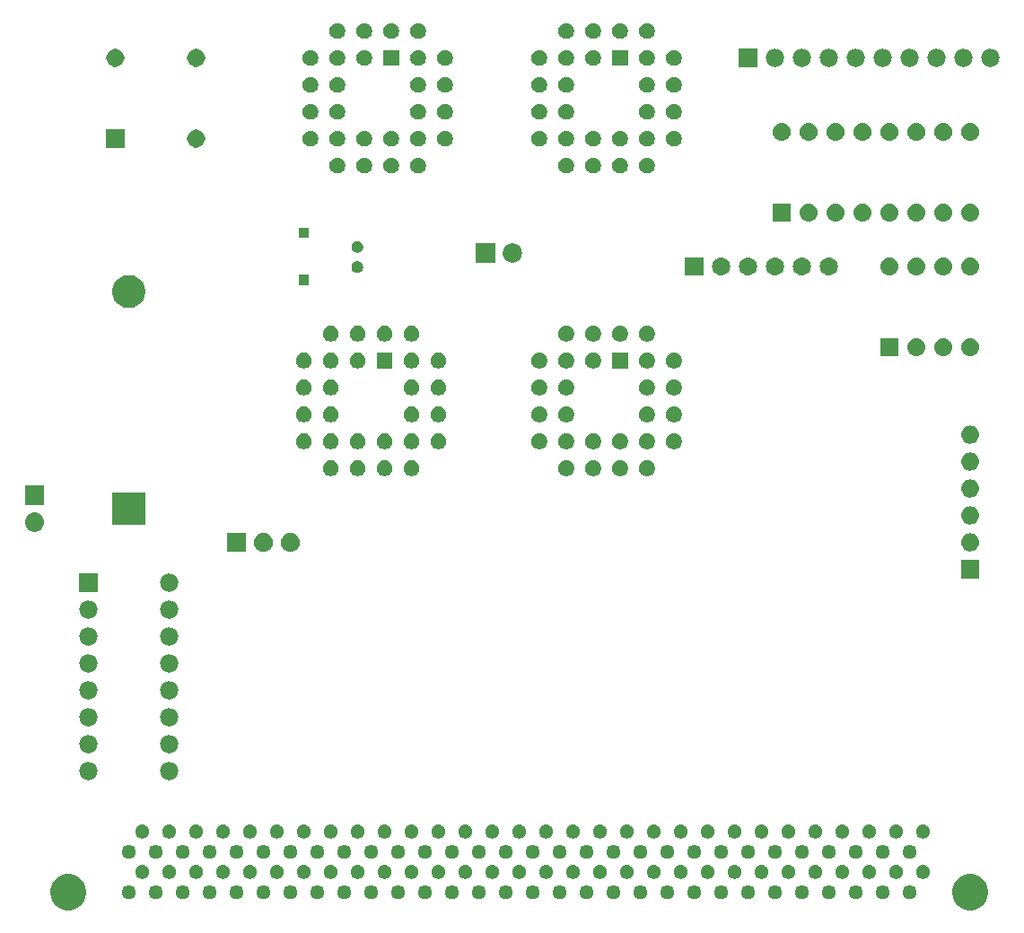
<source format=gbr>
G04 #@! TF.GenerationSoftware,KiCad,Pcbnew,(5.0.2)-1*
G04 #@! TF.CreationDate,2019-01-03T08:26:54-07:00*
G04 #@! TF.ProjectId,PPR Board,50505220-426f-4617-9264-2e6b69636164,rev?*
G04 #@! TF.SameCoordinates,Original*
G04 #@! TF.FileFunction,Soldermask,Bot*
G04 #@! TF.FilePolarity,Negative*
%FSLAX46Y46*%
G04 Gerber Fmt 4.6, Leading zero omitted, Abs format (unit mm)*
G04 Created by KiCad (PCBNEW (5.0.2)-1) date 1/3/2019 8:26:54 AM*
%MOMM*%
%LPD*%
G01*
G04 APERTURE LIST*
G04 #@! TA.AperFunction,NonConductor*
%ADD10C,0.100000*%
G04 #@! TD*
G04 APERTURE END LIST*
D10*
G36*
X112893306Y-115197300D02*
X113204208Y-115326080D01*
X113484013Y-115513040D01*
X113721960Y-115750987D01*
X113908920Y-116030792D01*
X114037700Y-116341694D01*
X114103350Y-116671741D01*
X114103350Y-117008259D01*
X114037700Y-117338306D01*
X113908920Y-117649208D01*
X113721960Y-117929013D01*
X113484013Y-118166960D01*
X113204208Y-118353920D01*
X112893306Y-118482700D01*
X112563259Y-118548350D01*
X112226741Y-118548350D01*
X111896694Y-118482700D01*
X111585792Y-118353920D01*
X111305987Y-118166960D01*
X111068040Y-117929013D01*
X110881080Y-117649208D01*
X110752300Y-117338306D01*
X110686650Y-117008259D01*
X110686650Y-116671741D01*
X110752300Y-116341694D01*
X110881080Y-116030792D01*
X111068040Y-115750987D01*
X111305987Y-115513040D01*
X111585792Y-115326080D01*
X111896694Y-115197300D01*
X112226741Y-115131650D01*
X112563259Y-115131650D01*
X112893306Y-115197300D01*
X112893306Y-115197300D01*
G37*
G36*
X27803306Y-115197300D02*
X28114208Y-115326080D01*
X28394013Y-115513040D01*
X28631960Y-115750987D01*
X28818920Y-116030792D01*
X28947700Y-116341694D01*
X29013350Y-116671741D01*
X29013350Y-117008259D01*
X28947700Y-117338306D01*
X28818920Y-117649208D01*
X28631960Y-117929013D01*
X28394013Y-118166960D01*
X28114208Y-118353920D01*
X27803306Y-118482700D01*
X27473259Y-118548350D01*
X27136741Y-118548350D01*
X26806694Y-118482700D01*
X26495792Y-118353920D01*
X26215987Y-118166960D01*
X25978040Y-117929013D01*
X25791080Y-117649208D01*
X25662300Y-117338306D01*
X25596650Y-117008259D01*
X25596650Y-116671741D01*
X25662300Y-116341694D01*
X25791080Y-116030792D01*
X25978040Y-115750987D01*
X26215987Y-115513040D01*
X26495792Y-115326080D01*
X26806694Y-115197300D01*
X27136741Y-115131650D01*
X27473259Y-115131650D01*
X27803306Y-115197300D01*
X27803306Y-115197300D01*
G37*
G36*
X106872689Y-116204786D02*
X106992908Y-116254582D01*
X107101112Y-116326882D01*
X107193118Y-116418888D01*
X107265418Y-116527092D01*
X107315214Y-116647311D01*
X107340600Y-116774935D01*
X107340600Y-116905065D01*
X107315214Y-117032689D01*
X107265418Y-117152908D01*
X107193118Y-117261112D01*
X107101112Y-117353118D01*
X106992908Y-117425418D01*
X106872689Y-117475214D01*
X106745065Y-117500600D01*
X106614935Y-117500600D01*
X106487311Y-117475214D01*
X106367092Y-117425418D01*
X106258888Y-117353118D01*
X106166882Y-117261112D01*
X106094582Y-117152908D01*
X106044786Y-117032689D01*
X106019400Y-116905065D01*
X106019400Y-116774935D01*
X106044786Y-116647311D01*
X106094582Y-116527092D01*
X106166882Y-116418888D01*
X106258888Y-116326882D01*
X106367092Y-116254582D01*
X106487311Y-116204786D01*
X106614935Y-116179400D01*
X106745065Y-116179400D01*
X106872689Y-116204786D01*
X106872689Y-116204786D01*
G37*
G36*
X61152689Y-116204786D02*
X61272908Y-116254582D01*
X61381112Y-116326882D01*
X61473118Y-116418888D01*
X61545418Y-116527092D01*
X61595214Y-116647311D01*
X61620600Y-116774935D01*
X61620600Y-116905065D01*
X61595214Y-117032689D01*
X61545418Y-117152908D01*
X61473118Y-117261112D01*
X61381112Y-117353118D01*
X61272908Y-117425418D01*
X61152689Y-117475214D01*
X61025065Y-117500600D01*
X60894935Y-117500600D01*
X60767311Y-117475214D01*
X60647092Y-117425418D01*
X60538888Y-117353118D01*
X60446882Y-117261112D01*
X60374582Y-117152908D01*
X60324786Y-117032689D01*
X60299400Y-116905065D01*
X60299400Y-116774935D01*
X60324786Y-116647311D01*
X60374582Y-116527092D01*
X60446882Y-116418888D01*
X60538888Y-116326882D01*
X60647092Y-116254582D01*
X60767311Y-116204786D01*
X60894935Y-116179400D01*
X61025065Y-116179400D01*
X61152689Y-116204786D01*
X61152689Y-116204786D01*
G37*
G36*
X96712689Y-116204786D02*
X96832908Y-116254582D01*
X96941112Y-116326882D01*
X97033118Y-116418888D01*
X97105418Y-116527092D01*
X97155214Y-116647311D01*
X97180600Y-116774935D01*
X97180600Y-116905065D01*
X97155214Y-117032689D01*
X97105418Y-117152908D01*
X97033118Y-117261112D01*
X96941112Y-117353118D01*
X96832908Y-117425418D01*
X96712689Y-117475214D01*
X96585065Y-117500600D01*
X96454935Y-117500600D01*
X96327311Y-117475214D01*
X96207092Y-117425418D01*
X96098888Y-117353118D01*
X96006882Y-117261112D01*
X95934582Y-117152908D01*
X95884786Y-117032689D01*
X95859400Y-116905065D01*
X95859400Y-116774935D01*
X95884786Y-116647311D01*
X95934582Y-116527092D01*
X96006882Y-116418888D01*
X96098888Y-116326882D01*
X96207092Y-116254582D01*
X96327311Y-116204786D01*
X96454935Y-116179400D01*
X96585065Y-116179400D01*
X96712689Y-116204786D01*
X96712689Y-116204786D01*
G37*
G36*
X94172689Y-116204786D02*
X94292908Y-116254582D01*
X94401112Y-116326882D01*
X94493118Y-116418888D01*
X94565418Y-116527092D01*
X94615214Y-116647311D01*
X94640600Y-116774935D01*
X94640600Y-116905065D01*
X94615214Y-117032689D01*
X94565418Y-117152908D01*
X94493118Y-117261112D01*
X94401112Y-117353118D01*
X94292908Y-117425418D01*
X94172689Y-117475214D01*
X94045065Y-117500600D01*
X93914935Y-117500600D01*
X93787311Y-117475214D01*
X93667092Y-117425418D01*
X93558888Y-117353118D01*
X93466882Y-117261112D01*
X93394582Y-117152908D01*
X93344786Y-117032689D01*
X93319400Y-116905065D01*
X93319400Y-116774935D01*
X93344786Y-116647311D01*
X93394582Y-116527092D01*
X93466882Y-116418888D01*
X93558888Y-116326882D01*
X93667092Y-116254582D01*
X93787311Y-116204786D01*
X93914935Y-116179400D01*
X94045065Y-116179400D01*
X94172689Y-116204786D01*
X94172689Y-116204786D01*
G37*
G36*
X91632689Y-116204786D02*
X91752908Y-116254582D01*
X91861112Y-116326882D01*
X91953118Y-116418888D01*
X92025418Y-116527092D01*
X92075214Y-116647311D01*
X92100600Y-116774935D01*
X92100600Y-116905065D01*
X92075214Y-117032689D01*
X92025418Y-117152908D01*
X91953118Y-117261112D01*
X91861112Y-117353118D01*
X91752908Y-117425418D01*
X91632689Y-117475214D01*
X91505065Y-117500600D01*
X91374935Y-117500600D01*
X91247311Y-117475214D01*
X91127092Y-117425418D01*
X91018888Y-117353118D01*
X90926882Y-117261112D01*
X90854582Y-117152908D01*
X90804786Y-117032689D01*
X90779400Y-116905065D01*
X90779400Y-116774935D01*
X90804786Y-116647311D01*
X90854582Y-116527092D01*
X90926882Y-116418888D01*
X91018888Y-116326882D01*
X91127092Y-116254582D01*
X91247311Y-116204786D01*
X91374935Y-116179400D01*
X91505065Y-116179400D01*
X91632689Y-116204786D01*
X91632689Y-116204786D01*
G37*
G36*
X89092689Y-116204786D02*
X89212908Y-116254582D01*
X89321112Y-116326882D01*
X89413118Y-116418888D01*
X89485418Y-116527092D01*
X89535214Y-116647311D01*
X89560600Y-116774935D01*
X89560600Y-116905065D01*
X89535214Y-117032689D01*
X89485418Y-117152908D01*
X89413118Y-117261112D01*
X89321112Y-117353118D01*
X89212908Y-117425418D01*
X89092689Y-117475214D01*
X88965065Y-117500600D01*
X88834935Y-117500600D01*
X88707311Y-117475214D01*
X88587092Y-117425418D01*
X88478888Y-117353118D01*
X88386882Y-117261112D01*
X88314582Y-117152908D01*
X88264786Y-117032689D01*
X88239400Y-116905065D01*
X88239400Y-116774935D01*
X88264786Y-116647311D01*
X88314582Y-116527092D01*
X88386882Y-116418888D01*
X88478888Y-116326882D01*
X88587092Y-116254582D01*
X88707311Y-116204786D01*
X88834935Y-116179400D01*
X88965065Y-116179400D01*
X89092689Y-116204786D01*
X89092689Y-116204786D01*
G37*
G36*
X86552689Y-116204786D02*
X86672908Y-116254582D01*
X86781112Y-116326882D01*
X86873118Y-116418888D01*
X86945418Y-116527092D01*
X86995214Y-116647311D01*
X87020600Y-116774935D01*
X87020600Y-116905065D01*
X86995214Y-117032689D01*
X86945418Y-117152908D01*
X86873118Y-117261112D01*
X86781112Y-117353118D01*
X86672908Y-117425418D01*
X86552689Y-117475214D01*
X86425065Y-117500600D01*
X86294935Y-117500600D01*
X86167311Y-117475214D01*
X86047092Y-117425418D01*
X85938888Y-117353118D01*
X85846882Y-117261112D01*
X85774582Y-117152908D01*
X85724786Y-117032689D01*
X85699400Y-116905065D01*
X85699400Y-116774935D01*
X85724786Y-116647311D01*
X85774582Y-116527092D01*
X85846882Y-116418888D01*
X85938888Y-116326882D01*
X86047092Y-116254582D01*
X86167311Y-116204786D01*
X86294935Y-116179400D01*
X86425065Y-116179400D01*
X86552689Y-116204786D01*
X86552689Y-116204786D01*
G37*
G36*
X84012689Y-116204786D02*
X84132908Y-116254582D01*
X84241112Y-116326882D01*
X84333118Y-116418888D01*
X84405418Y-116527092D01*
X84455214Y-116647311D01*
X84480600Y-116774935D01*
X84480600Y-116905065D01*
X84455214Y-117032689D01*
X84405418Y-117152908D01*
X84333118Y-117261112D01*
X84241112Y-117353118D01*
X84132908Y-117425418D01*
X84012689Y-117475214D01*
X83885065Y-117500600D01*
X83754935Y-117500600D01*
X83627311Y-117475214D01*
X83507092Y-117425418D01*
X83398888Y-117353118D01*
X83306882Y-117261112D01*
X83234582Y-117152908D01*
X83184786Y-117032689D01*
X83159400Y-116905065D01*
X83159400Y-116774935D01*
X83184786Y-116647311D01*
X83234582Y-116527092D01*
X83306882Y-116418888D01*
X83398888Y-116326882D01*
X83507092Y-116254582D01*
X83627311Y-116204786D01*
X83754935Y-116179400D01*
X83885065Y-116179400D01*
X84012689Y-116204786D01*
X84012689Y-116204786D01*
G37*
G36*
X81472689Y-116204786D02*
X81592908Y-116254582D01*
X81701112Y-116326882D01*
X81793118Y-116418888D01*
X81865418Y-116527092D01*
X81915214Y-116647311D01*
X81940600Y-116774935D01*
X81940600Y-116905065D01*
X81915214Y-117032689D01*
X81865418Y-117152908D01*
X81793118Y-117261112D01*
X81701112Y-117353118D01*
X81592908Y-117425418D01*
X81472689Y-117475214D01*
X81345065Y-117500600D01*
X81214935Y-117500600D01*
X81087311Y-117475214D01*
X80967092Y-117425418D01*
X80858888Y-117353118D01*
X80766882Y-117261112D01*
X80694582Y-117152908D01*
X80644786Y-117032689D01*
X80619400Y-116905065D01*
X80619400Y-116774935D01*
X80644786Y-116647311D01*
X80694582Y-116527092D01*
X80766882Y-116418888D01*
X80858888Y-116326882D01*
X80967092Y-116254582D01*
X81087311Y-116204786D01*
X81214935Y-116179400D01*
X81345065Y-116179400D01*
X81472689Y-116204786D01*
X81472689Y-116204786D01*
G37*
G36*
X78932689Y-116204786D02*
X79052908Y-116254582D01*
X79161112Y-116326882D01*
X79253118Y-116418888D01*
X79325418Y-116527092D01*
X79375214Y-116647311D01*
X79400600Y-116774935D01*
X79400600Y-116905065D01*
X79375214Y-117032689D01*
X79325418Y-117152908D01*
X79253118Y-117261112D01*
X79161112Y-117353118D01*
X79052908Y-117425418D01*
X78932689Y-117475214D01*
X78805065Y-117500600D01*
X78674935Y-117500600D01*
X78547311Y-117475214D01*
X78427092Y-117425418D01*
X78318888Y-117353118D01*
X78226882Y-117261112D01*
X78154582Y-117152908D01*
X78104786Y-117032689D01*
X78079400Y-116905065D01*
X78079400Y-116774935D01*
X78104786Y-116647311D01*
X78154582Y-116527092D01*
X78226882Y-116418888D01*
X78318888Y-116326882D01*
X78427092Y-116254582D01*
X78547311Y-116204786D01*
X78674935Y-116179400D01*
X78805065Y-116179400D01*
X78932689Y-116204786D01*
X78932689Y-116204786D01*
G37*
G36*
X76392689Y-116204786D02*
X76512908Y-116254582D01*
X76621112Y-116326882D01*
X76713118Y-116418888D01*
X76785418Y-116527092D01*
X76835214Y-116647311D01*
X76860600Y-116774935D01*
X76860600Y-116905065D01*
X76835214Y-117032689D01*
X76785418Y-117152908D01*
X76713118Y-117261112D01*
X76621112Y-117353118D01*
X76512908Y-117425418D01*
X76392689Y-117475214D01*
X76265065Y-117500600D01*
X76134935Y-117500600D01*
X76007311Y-117475214D01*
X75887092Y-117425418D01*
X75778888Y-117353118D01*
X75686882Y-117261112D01*
X75614582Y-117152908D01*
X75564786Y-117032689D01*
X75539400Y-116905065D01*
X75539400Y-116774935D01*
X75564786Y-116647311D01*
X75614582Y-116527092D01*
X75686882Y-116418888D01*
X75778888Y-116326882D01*
X75887092Y-116254582D01*
X76007311Y-116204786D01*
X76134935Y-116179400D01*
X76265065Y-116179400D01*
X76392689Y-116204786D01*
X76392689Y-116204786D01*
G37*
G36*
X73852689Y-116204786D02*
X73972908Y-116254582D01*
X74081112Y-116326882D01*
X74173118Y-116418888D01*
X74245418Y-116527092D01*
X74295214Y-116647311D01*
X74320600Y-116774935D01*
X74320600Y-116905065D01*
X74295214Y-117032689D01*
X74245418Y-117152908D01*
X74173118Y-117261112D01*
X74081112Y-117353118D01*
X73972908Y-117425418D01*
X73852689Y-117475214D01*
X73725065Y-117500600D01*
X73594935Y-117500600D01*
X73467311Y-117475214D01*
X73347092Y-117425418D01*
X73238888Y-117353118D01*
X73146882Y-117261112D01*
X73074582Y-117152908D01*
X73024786Y-117032689D01*
X72999400Y-116905065D01*
X72999400Y-116774935D01*
X73024786Y-116647311D01*
X73074582Y-116527092D01*
X73146882Y-116418888D01*
X73238888Y-116326882D01*
X73347092Y-116254582D01*
X73467311Y-116204786D01*
X73594935Y-116179400D01*
X73725065Y-116179400D01*
X73852689Y-116204786D01*
X73852689Y-116204786D01*
G37*
G36*
X71312689Y-116204786D02*
X71432908Y-116254582D01*
X71541112Y-116326882D01*
X71633118Y-116418888D01*
X71705418Y-116527092D01*
X71755214Y-116647311D01*
X71780600Y-116774935D01*
X71780600Y-116905065D01*
X71755214Y-117032689D01*
X71705418Y-117152908D01*
X71633118Y-117261112D01*
X71541112Y-117353118D01*
X71432908Y-117425418D01*
X71312689Y-117475214D01*
X71185065Y-117500600D01*
X71054935Y-117500600D01*
X70927311Y-117475214D01*
X70807092Y-117425418D01*
X70698888Y-117353118D01*
X70606882Y-117261112D01*
X70534582Y-117152908D01*
X70484786Y-117032689D01*
X70459400Y-116905065D01*
X70459400Y-116774935D01*
X70484786Y-116647311D01*
X70534582Y-116527092D01*
X70606882Y-116418888D01*
X70698888Y-116326882D01*
X70807092Y-116254582D01*
X70927311Y-116204786D01*
X71054935Y-116179400D01*
X71185065Y-116179400D01*
X71312689Y-116204786D01*
X71312689Y-116204786D01*
G37*
G36*
X68772689Y-116204786D02*
X68892908Y-116254582D01*
X69001112Y-116326882D01*
X69093118Y-116418888D01*
X69165418Y-116527092D01*
X69215214Y-116647311D01*
X69240600Y-116774935D01*
X69240600Y-116905065D01*
X69215214Y-117032689D01*
X69165418Y-117152908D01*
X69093118Y-117261112D01*
X69001112Y-117353118D01*
X68892908Y-117425418D01*
X68772689Y-117475214D01*
X68645065Y-117500600D01*
X68514935Y-117500600D01*
X68387311Y-117475214D01*
X68267092Y-117425418D01*
X68158888Y-117353118D01*
X68066882Y-117261112D01*
X67994582Y-117152908D01*
X67944786Y-117032689D01*
X67919400Y-116905065D01*
X67919400Y-116774935D01*
X67944786Y-116647311D01*
X67994582Y-116527092D01*
X68066882Y-116418888D01*
X68158888Y-116326882D01*
X68267092Y-116254582D01*
X68387311Y-116204786D01*
X68514935Y-116179400D01*
X68645065Y-116179400D01*
X68772689Y-116204786D01*
X68772689Y-116204786D01*
G37*
G36*
X66232689Y-116204786D02*
X66352908Y-116254582D01*
X66461112Y-116326882D01*
X66553118Y-116418888D01*
X66625418Y-116527092D01*
X66675214Y-116647311D01*
X66700600Y-116774935D01*
X66700600Y-116905065D01*
X66675214Y-117032689D01*
X66625418Y-117152908D01*
X66553118Y-117261112D01*
X66461112Y-117353118D01*
X66352908Y-117425418D01*
X66232689Y-117475214D01*
X66105065Y-117500600D01*
X65974935Y-117500600D01*
X65847311Y-117475214D01*
X65727092Y-117425418D01*
X65618888Y-117353118D01*
X65526882Y-117261112D01*
X65454582Y-117152908D01*
X65404786Y-117032689D01*
X65379400Y-116905065D01*
X65379400Y-116774935D01*
X65404786Y-116647311D01*
X65454582Y-116527092D01*
X65526882Y-116418888D01*
X65618888Y-116326882D01*
X65727092Y-116254582D01*
X65847311Y-116204786D01*
X65974935Y-116179400D01*
X66105065Y-116179400D01*
X66232689Y-116204786D01*
X66232689Y-116204786D01*
G37*
G36*
X63692689Y-116204786D02*
X63812908Y-116254582D01*
X63921112Y-116326882D01*
X64013118Y-116418888D01*
X64085418Y-116527092D01*
X64135214Y-116647311D01*
X64160600Y-116774935D01*
X64160600Y-116905065D01*
X64135214Y-117032689D01*
X64085418Y-117152908D01*
X64013118Y-117261112D01*
X63921112Y-117353118D01*
X63812908Y-117425418D01*
X63692689Y-117475214D01*
X63565065Y-117500600D01*
X63434935Y-117500600D01*
X63307311Y-117475214D01*
X63187092Y-117425418D01*
X63078888Y-117353118D01*
X62986882Y-117261112D01*
X62914582Y-117152908D01*
X62864786Y-117032689D01*
X62839400Y-116905065D01*
X62839400Y-116774935D01*
X62864786Y-116647311D01*
X62914582Y-116527092D01*
X62986882Y-116418888D01*
X63078888Y-116326882D01*
X63187092Y-116254582D01*
X63307311Y-116204786D01*
X63434935Y-116179400D01*
X63565065Y-116179400D01*
X63692689Y-116204786D01*
X63692689Y-116204786D01*
G37*
G36*
X58612689Y-116204786D02*
X58732908Y-116254582D01*
X58841112Y-116326882D01*
X58933118Y-116418888D01*
X59005418Y-116527092D01*
X59055214Y-116647311D01*
X59080600Y-116774935D01*
X59080600Y-116905065D01*
X59055214Y-117032689D01*
X59005418Y-117152908D01*
X58933118Y-117261112D01*
X58841112Y-117353118D01*
X58732908Y-117425418D01*
X58612689Y-117475214D01*
X58485065Y-117500600D01*
X58354935Y-117500600D01*
X58227311Y-117475214D01*
X58107092Y-117425418D01*
X57998888Y-117353118D01*
X57906882Y-117261112D01*
X57834582Y-117152908D01*
X57784786Y-117032689D01*
X57759400Y-116905065D01*
X57759400Y-116774935D01*
X57784786Y-116647311D01*
X57834582Y-116527092D01*
X57906882Y-116418888D01*
X57998888Y-116326882D01*
X58107092Y-116254582D01*
X58227311Y-116204786D01*
X58354935Y-116179400D01*
X58485065Y-116179400D01*
X58612689Y-116204786D01*
X58612689Y-116204786D01*
G37*
G36*
X99252689Y-116204786D02*
X99372908Y-116254582D01*
X99481112Y-116326882D01*
X99573118Y-116418888D01*
X99645418Y-116527092D01*
X99695214Y-116647311D01*
X99720600Y-116774935D01*
X99720600Y-116905065D01*
X99695214Y-117032689D01*
X99645418Y-117152908D01*
X99573118Y-117261112D01*
X99481112Y-117353118D01*
X99372908Y-117425418D01*
X99252689Y-117475214D01*
X99125065Y-117500600D01*
X98994935Y-117500600D01*
X98867311Y-117475214D01*
X98747092Y-117425418D01*
X98638888Y-117353118D01*
X98546882Y-117261112D01*
X98474582Y-117152908D01*
X98424786Y-117032689D01*
X98399400Y-116905065D01*
X98399400Y-116774935D01*
X98424786Y-116647311D01*
X98474582Y-116527092D01*
X98546882Y-116418888D01*
X98638888Y-116326882D01*
X98747092Y-116254582D01*
X98867311Y-116204786D01*
X98994935Y-116179400D01*
X99125065Y-116179400D01*
X99252689Y-116204786D01*
X99252689Y-116204786D01*
G37*
G36*
X104332689Y-116204786D02*
X104452908Y-116254582D01*
X104561112Y-116326882D01*
X104653118Y-116418888D01*
X104725418Y-116527092D01*
X104775214Y-116647311D01*
X104800600Y-116774935D01*
X104800600Y-116905065D01*
X104775214Y-117032689D01*
X104725418Y-117152908D01*
X104653118Y-117261112D01*
X104561112Y-117353118D01*
X104452908Y-117425418D01*
X104332689Y-117475214D01*
X104205065Y-117500600D01*
X104074935Y-117500600D01*
X103947311Y-117475214D01*
X103827092Y-117425418D01*
X103718888Y-117353118D01*
X103626882Y-117261112D01*
X103554582Y-117152908D01*
X103504786Y-117032689D01*
X103479400Y-116905065D01*
X103479400Y-116774935D01*
X103504786Y-116647311D01*
X103554582Y-116527092D01*
X103626882Y-116418888D01*
X103718888Y-116326882D01*
X103827092Y-116254582D01*
X103947311Y-116204786D01*
X104074935Y-116179400D01*
X104205065Y-116179400D01*
X104332689Y-116204786D01*
X104332689Y-116204786D01*
G37*
G36*
X101792689Y-116204786D02*
X101912908Y-116254582D01*
X102021112Y-116326882D01*
X102113118Y-116418888D01*
X102185418Y-116527092D01*
X102235214Y-116647311D01*
X102260600Y-116774935D01*
X102260600Y-116905065D01*
X102235214Y-117032689D01*
X102185418Y-117152908D01*
X102113118Y-117261112D01*
X102021112Y-117353118D01*
X101912908Y-117425418D01*
X101792689Y-117475214D01*
X101665065Y-117500600D01*
X101534935Y-117500600D01*
X101407311Y-117475214D01*
X101287092Y-117425418D01*
X101178888Y-117353118D01*
X101086882Y-117261112D01*
X101014582Y-117152908D01*
X100964786Y-117032689D01*
X100939400Y-116905065D01*
X100939400Y-116774935D01*
X100964786Y-116647311D01*
X101014582Y-116527092D01*
X101086882Y-116418888D01*
X101178888Y-116326882D01*
X101287092Y-116254582D01*
X101407311Y-116204786D01*
X101534935Y-116179400D01*
X101665065Y-116179400D01*
X101792689Y-116204786D01*
X101792689Y-116204786D01*
G37*
G36*
X33212689Y-116204786D02*
X33332908Y-116254582D01*
X33441112Y-116326882D01*
X33533118Y-116418888D01*
X33605418Y-116527092D01*
X33655214Y-116647311D01*
X33680600Y-116774935D01*
X33680600Y-116905065D01*
X33655214Y-117032689D01*
X33605418Y-117152908D01*
X33533118Y-117261112D01*
X33441112Y-117353118D01*
X33332908Y-117425418D01*
X33212689Y-117475214D01*
X33085065Y-117500600D01*
X32954935Y-117500600D01*
X32827311Y-117475214D01*
X32707092Y-117425418D01*
X32598888Y-117353118D01*
X32506882Y-117261112D01*
X32434582Y-117152908D01*
X32384786Y-117032689D01*
X32359400Y-116905065D01*
X32359400Y-116774935D01*
X32384786Y-116647311D01*
X32434582Y-116527092D01*
X32506882Y-116418888D01*
X32598888Y-116326882D01*
X32707092Y-116254582D01*
X32827311Y-116204786D01*
X32954935Y-116179400D01*
X33085065Y-116179400D01*
X33212689Y-116204786D01*
X33212689Y-116204786D01*
G37*
G36*
X35752689Y-116204786D02*
X35872908Y-116254582D01*
X35981112Y-116326882D01*
X36073118Y-116418888D01*
X36145418Y-116527092D01*
X36195214Y-116647311D01*
X36220600Y-116774935D01*
X36220600Y-116905065D01*
X36195214Y-117032689D01*
X36145418Y-117152908D01*
X36073118Y-117261112D01*
X35981112Y-117353118D01*
X35872908Y-117425418D01*
X35752689Y-117475214D01*
X35625065Y-117500600D01*
X35494935Y-117500600D01*
X35367311Y-117475214D01*
X35247092Y-117425418D01*
X35138888Y-117353118D01*
X35046882Y-117261112D01*
X34974582Y-117152908D01*
X34924786Y-117032689D01*
X34899400Y-116905065D01*
X34899400Y-116774935D01*
X34924786Y-116647311D01*
X34974582Y-116527092D01*
X35046882Y-116418888D01*
X35138888Y-116326882D01*
X35247092Y-116254582D01*
X35367311Y-116204786D01*
X35494935Y-116179400D01*
X35625065Y-116179400D01*
X35752689Y-116204786D01*
X35752689Y-116204786D01*
G37*
G36*
X38292689Y-116204786D02*
X38412908Y-116254582D01*
X38521112Y-116326882D01*
X38613118Y-116418888D01*
X38685418Y-116527092D01*
X38735214Y-116647311D01*
X38760600Y-116774935D01*
X38760600Y-116905065D01*
X38735214Y-117032689D01*
X38685418Y-117152908D01*
X38613118Y-117261112D01*
X38521112Y-117353118D01*
X38412908Y-117425418D01*
X38292689Y-117475214D01*
X38165065Y-117500600D01*
X38034935Y-117500600D01*
X37907311Y-117475214D01*
X37787092Y-117425418D01*
X37678888Y-117353118D01*
X37586882Y-117261112D01*
X37514582Y-117152908D01*
X37464786Y-117032689D01*
X37439400Y-116905065D01*
X37439400Y-116774935D01*
X37464786Y-116647311D01*
X37514582Y-116527092D01*
X37586882Y-116418888D01*
X37678888Y-116326882D01*
X37787092Y-116254582D01*
X37907311Y-116204786D01*
X38034935Y-116179400D01*
X38165065Y-116179400D01*
X38292689Y-116204786D01*
X38292689Y-116204786D01*
G37*
G36*
X40832689Y-116204786D02*
X40952908Y-116254582D01*
X41061112Y-116326882D01*
X41153118Y-116418888D01*
X41225418Y-116527092D01*
X41275214Y-116647311D01*
X41300600Y-116774935D01*
X41300600Y-116905065D01*
X41275214Y-117032689D01*
X41225418Y-117152908D01*
X41153118Y-117261112D01*
X41061112Y-117353118D01*
X40952908Y-117425418D01*
X40832689Y-117475214D01*
X40705065Y-117500600D01*
X40574935Y-117500600D01*
X40447311Y-117475214D01*
X40327092Y-117425418D01*
X40218888Y-117353118D01*
X40126882Y-117261112D01*
X40054582Y-117152908D01*
X40004786Y-117032689D01*
X39979400Y-116905065D01*
X39979400Y-116774935D01*
X40004786Y-116647311D01*
X40054582Y-116527092D01*
X40126882Y-116418888D01*
X40218888Y-116326882D01*
X40327092Y-116254582D01*
X40447311Y-116204786D01*
X40574935Y-116179400D01*
X40705065Y-116179400D01*
X40832689Y-116204786D01*
X40832689Y-116204786D01*
G37*
G36*
X43372689Y-116204786D02*
X43492908Y-116254582D01*
X43601112Y-116326882D01*
X43693118Y-116418888D01*
X43765418Y-116527092D01*
X43815214Y-116647311D01*
X43840600Y-116774935D01*
X43840600Y-116905065D01*
X43815214Y-117032689D01*
X43765418Y-117152908D01*
X43693118Y-117261112D01*
X43601112Y-117353118D01*
X43492908Y-117425418D01*
X43372689Y-117475214D01*
X43245065Y-117500600D01*
X43114935Y-117500600D01*
X42987311Y-117475214D01*
X42867092Y-117425418D01*
X42758888Y-117353118D01*
X42666882Y-117261112D01*
X42594582Y-117152908D01*
X42544786Y-117032689D01*
X42519400Y-116905065D01*
X42519400Y-116774935D01*
X42544786Y-116647311D01*
X42594582Y-116527092D01*
X42666882Y-116418888D01*
X42758888Y-116326882D01*
X42867092Y-116254582D01*
X42987311Y-116204786D01*
X43114935Y-116179400D01*
X43245065Y-116179400D01*
X43372689Y-116204786D01*
X43372689Y-116204786D01*
G37*
G36*
X45912689Y-116204786D02*
X46032908Y-116254582D01*
X46141112Y-116326882D01*
X46233118Y-116418888D01*
X46305418Y-116527092D01*
X46355214Y-116647311D01*
X46380600Y-116774935D01*
X46380600Y-116905065D01*
X46355214Y-117032689D01*
X46305418Y-117152908D01*
X46233118Y-117261112D01*
X46141112Y-117353118D01*
X46032908Y-117425418D01*
X45912689Y-117475214D01*
X45785065Y-117500600D01*
X45654935Y-117500600D01*
X45527311Y-117475214D01*
X45407092Y-117425418D01*
X45298888Y-117353118D01*
X45206882Y-117261112D01*
X45134582Y-117152908D01*
X45084786Y-117032689D01*
X45059400Y-116905065D01*
X45059400Y-116774935D01*
X45084786Y-116647311D01*
X45134582Y-116527092D01*
X45206882Y-116418888D01*
X45298888Y-116326882D01*
X45407092Y-116254582D01*
X45527311Y-116204786D01*
X45654935Y-116179400D01*
X45785065Y-116179400D01*
X45912689Y-116204786D01*
X45912689Y-116204786D01*
G37*
G36*
X48452689Y-116204786D02*
X48572908Y-116254582D01*
X48681112Y-116326882D01*
X48773118Y-116418888D01*
X48845418Y-116527092D01*
X48895214Y-116647311D01*
X48920600Y-116774935D01*
X48920600Y-116905065D01*
X48895214Y-117032689D01*
X48845418Y-117152908D01*
X48773118Y-117261112D01*
X48681112Y-117353118D01*
X48572908Y-117425418D01*
X48452689Y-117475214D01*
X48325065Y-117500600D01*
X48194935Y-117500600D01*
X48067311Y-117475214D01*
X47947092Y-117425418D01*
X47838888Y-117353118D01*
X47746882Y-117261112D01*
X47674582Y-117152908D01*
X47624786Y-117032689D01*
X47599400Y-116905065D01*
X47599400Y-116774935D01*
X47624786Y-116647311D01*
X47674582Y-116527092D01*
X47746882Y-116418888D01*
X47838888Y-116326882D01*
X47947092Y-116254582D01*
X48067311Y-116204786D01*
X48194935Y-116179400D01*
X48325065Y-116179400D01*
X48452689Y-116204786D01*
X48452689Y-116204786D01*
G37*
G36*
X50992689Y-116204786D02*
X51112908Y-116254582D01*
X51221112Y-116326882D01*
X51313118Y-116418888D01*
X51385418Y-116527092D01*
X51435214Y-116647311D01*
X51460600Y-116774935D01*
X51460600Y-116905065D01*
X51435214Y-117032689D01*
X51385418Y-117152908D01*
X51313118Y-117261112D01*
X51221112Y-117353118D01*
X51112908Y-117425418D01*
X50992689Y-117475214D01*
X50865065Y-117500600D01*
X50734935Y-117500600D01*
X50607311Y-117475214D01*
X50487092Y-117425418D01*
X50378888Y-117353118D01*
X50286882Y-117261112D01*
X50214582Y-117152908D01*
X50164786Y-117032689D01*
X50139400Y-116905065D01*
X50139400Y-116774935D01*
X50164786Y-116647311D01*
X50214582Y-116527092D01*
X50286882Y-116418888D01*
X50378888Y-116326882D01*
X50487092Y-116254582D01*
X50607311Y-116204786D01*
X50734935Y-116179400D01*
X50865065Y-116179400D01*
X50992689Y-116204786D01*
X50992689Y-116204786D01*
G37*
G36*
X53532689Y-116204786D02*
X53652908Y-116254582D01*
X53761112Y-116326882D01*
X53853118Y-116418888D01*
X53925418Y-116527092D01*
X53975214Y-116647311D01*
X54000600Y-116774935D01*
X54000600Y-116905065D01*
X53975214Y-117032689D01*
X53925418Y-117152908D01*
X53853118Y-117261112D01*
X53761112Y-117353118D01*
X53652908Y-117425418D01*
X53532689Y-117475214D01*
X53405065Y-117500600D01*
X53274935Y-117500600D01*
X53147311Y-117475214D01*
X53027092Y-117425418D01*
X52918888Y-117353118D01*
X52826882Y-117261112D01*
X52754582Y-117152908D01*
X52704786Y-117032689D01*
X52679400Y-116905065D01*
X52679400Y-116774935D01*
X52704786Y-116647311D01*
X52754582Y-116527092D01*
X52826882Y-116418888D01*
X52918888Y-116326882D01*
X53027092Y-116254582D01*
X53147311Y-116204786D01*
X53274935Y-116179400D01*
X53405065Y-116179400D01*
X53532689Y-116204786D01*
X53532689Y-116204786D01*
G37*
G36*
X56072689Y-116204786D02*
X56192908Y-116254582D01*
X56301112Y-116326882D01*
X56393118Y-116418888D01*
X56465418Y-116527092D01*
X56515214Y-116647311D01*
X56540600Y-116774935D01*
X56540600Y-116905065D01*
X56515214Y-117032689D01*
X56465418Y-117152908D01*
X56393118Y-117261112D01*
X56301112Y-117353118D01*
X56192908Y-117425418D01*
X56072689Y-117475214D01*
X55945065Y-117500600D01*
X55814935Y-117500600D01*
X55687311Y-117475214D01*
X55567092Y-117425418D01*
X55458888Y-117353118D01*
X55366882Y-117261112D01*
X55294582Y-117152908D01*
X55244786Y-117032689D01*
X55219400Y-116905065D01*
X55219400Y-116774935D01*
X55244786Y-116647311D01*
X55294582Y-116527092D01*
X55366882Y-116418888D01*
X55458888Y-116326882D01*
X55567092Y-116254582D01*
X55687311Y-116204786D01*
X55814935Y-116179400D01*
X55945065Y-116179400D01*
X56072689Y-116204786D01*
X56072689Y-116204786D01*
G37*
G36*
X42102689Y-114299786D02*
X42222908Y-114349582D01*
X42331112Y-114421882D01*
X42423118Y-114513888D01*
X42495418Y-114622092D01*
X42545214Y-114742311D01*
X42570600Y-114869935D01*
X42570600Y-115000065D01*
X42545214Y-115127689D01*
X42495418Y-115247908D01*
X42423118Y-115356112D01*
X42331112Y-115448118D01*
X42222908Y-115520418D01*
X42102689Y-115570214D01*
X41975065Y-115595600D01*
X41844935Y-115595600D01*
X41717311Y-115570214D01*
X41597092Y-115520418D01*
X41488888Y-115448118D01*
X41396882Y-115356112D01*
X41324582Y-115247908D01*
X41274786Y-115127689D01*
X41249400Y-115000065D01*
X41249400Y-114869935D01*
X41274786Y-114742311D01*
X41324582Y-114622092D01*
X41396882Y-114513888D01*
X41488888Y-114421882D01*
X41597092Y-114349582D01*
X41717311Y-114299786D01*
X41844935Y-114274400D01*
X41975065Y-114274400D01*
X42102689Y-114299786D01*
X42102689Y-114299786D01*
G37*
G36*
X64962689Y-114299786D02*
X65082908Y-114349582D01*
X65191112Y-114421882D01*
X65283118Y-114513888D01*
X65355418Y-114622092D01*
X65405214Y-114742311D01*
X65430600Y-114869935D01*
X65430600Y-115000065D01*
X65405214Y-115127689D01*
X65355418Y-115247908D01*
X65283118Y-115356112D01*
X65191112Y-115448118D01*
X65082908Y-115520418D01*
X64962689Y-115570214D01*
X64835065Y-115595600D01*
X64704935Y-115595600D01*
X64577311Y-115570214D01*
X64457092Y-115520418D01*
X64348888Y-115448118D01*
X64256882Y-115356112D01*
X64184582Y-115247908D01*
X64134786Y-115127689D01*
X64109400Y-115000065D01*
X64109400Y-114869935D01*
X64134786Y-114742311D01*
X64184582Y-114622092D01*
X64256882Y-114513888D01*
X64348888Y-114421882D01*
X64457092Y-114349582D01*
X64577311Y-114299786D01*
X64704935Y-114274400D01*
X64835065Y-114274400D01*
X64962689Y-114299786D01*
X64962689Y-114299786D01*
G37*
G36*
X59882689Y-114299786D02*
X60002908Y-114349582D01*
X60111112Y-114421882D01*
X60203118Y-114513888D01*
X60275418Y-114622092D01*
X60325214Y-114742311D01*
X60350600Y-114869935D01*
X60350600Y-115000065D01*
X60325214Y-115127689D01*
X60275418Y-115247908D01*
X60203118Y-115356112D01*
X60111112Y-115448118D01*
X60002908Y-115520418D01*
X59882689Y-115570214D01*
X59755065Y-115595600D01*
X59624935Y-115595600D01*
X59497311Y-115570214D01*
X59377092Y-115520418D01*
X59268888Y-115448118D01*
X59176882Y-115356112D01*
X59104582Y-115247908D01*
X59054786Y-115127689D01*
X59029400Y-115000065D01*
X59029400Y-114869935D01*
X59054786Y-114742311D01*
X59104582Y-114622092D01*
X59176882Y-114513888D01*
X59268888Y-114421882D01*
X59377092Y-114349582D01*
X59497311Y-114299786D01*
X59624935Y-114274400D01*
X59755065Y-114274400D01*
X59882689Y-114299786D01*
X59882689Y-114299786D01*
G37*
G36*
X44642689Y-114299786D02*
X44762908Y-114349582D01*
X44871112Y-114421882D01*
X44963118Y-114513888D01*
X45035418Y-114622092D01*
X45085214Y-114742311D01*
X45110600Y-114869935D01*
X45110600Y-115000065D01*
X45085214Y-115127689D01*
X45035418Y-115247908D01*
X44963118Y-115356112D01*
X44871112Y-115448118D01*
X44762908Y-115520418D01*
X44642689Y-115570214D01*
X44515065Y-115595600D01*
X44384935Y-115595600D01*
X44257311Y-115570214D01*
X44137092Y-115520418D01*
X44028888Y-115448118D01*
X43936882Y-115356112D01*
X43864582Y-115247908D01*
X43814786Y-115127689D01*
X43789400Y-115000065D01*
X43789400Y-114869935D01*
X43814786Y-114742311D01*
X43864582Y-114622092D01*
X43936882Y-114513888D01*
X44028888Y-114421882D01*
X44137092Y-114349582D01*
X44257311Y-114299786D01*
X44384935Y-114274400D01*
X44515065Y-114274400D01*
X44642689Y-114299786D01*
X44642689Y-114299786D01*
G37*
G36*
X62422689Y-114299786D02*
X62542908Y-114349582D01*
X62651112Y-114421882D01*
X62743118Y-114513888D01*
X62815418Y-114622092D01*
X62865214Y-114742311D01*
X62890600Y-114869935D01*
X62890600Y-115000065D01*
X62865214Y-115127689D01*
X62815418Y-115247908D01*
X62743118Y-115356112D01*
X62651112Y-115448118D01*
X62542908Y-115520418D01*
X62422689Y-115570214D01*
X62295065Y-115595600D01*
X62164935Y-115595600D01*
X62037311Y-115570214D01*
X61917092Y-115520418D01*
X61808888Y-115448118D01*
X61716882Y-115356112D01*
X61644582Y-115247908D01*
X61594786Y-115127689D01*
X61569400Y-115000065D01*
X61569400Y-114869935D01*
X61594786Y-114742311D01*
X61644582Y-114622092D01*
X61716882Y-114513888D01*
X61808888Y-114421882D01*
X61917092Y-114349582D01*
X62037311Y-114299786D01*
X62164935Y-114274400D01*
X62295065Y-114274400D01*
X62422689Y-114299786D01*
X62422689Y-114299786D01*
G37*
G36*
X77662689Y-114299786D02*
X77782908Y-114349582D01*
X77891112Y-114421882D01*
X77983118Y-114513888D01*
X78055418Y-114622092D01*
X78105214Y-114742311D01*
X78130600Y-114869935D01*
X78130600Y-115000065D01*
X78105214Y-115127689D01*
X78055418Y-115247908D01*
X77983118Y-115356112D01*
X77891112Y-115448118D01*
X77782908Y-115520418D01*
X77662689Y-115570214D01*
X77535065Y-115595600D01*
X77404935Y-115595600D01*
X77277311Y-115570214D01*
X77157092Y-115520418D01*
X77048888Y-115448118D01*
X76956882Y-115356112D01*
X76884582Y-115247908D01*
X76834786Y-115127689D01*
X76809400Y-115000065D01*
X76809400Y-114869935D01*
X76834786Y-114742311D01*
X76884582Y-114622092D01*
X76956882Y-114513888D01*
X77048888Y-114421882D01*
X77157092Y-114349582D01*
X77277311Y-114299786D01*
X77404935Y-114274400D01*
X77535065Y-114274400D01*
X77662689Y-114299786D01*
X77662689Y-114299786D01*
G37*
G36*
X80202689Y-114299786D02*
X80322908Y-114349582D01*
X80431112Y-114421882D01*
X80523118Y-114513888D01*
X80595418Y-114622092D01*
X80645214Y-114742311D01*
X80670600Y-114869935D01*
X80670600Y-115000065D01*
X80645214Y-115127689D01*
X80595418Y-115247908D01*
X80523118Y-115356112D01*
X80431112Y-115448118D01*
X80322908Y-115520418D01*
X80202689Y-115570214D01*
X80075065Y-115595600D01*
X79944935Y-115595600D01*
X79817311Y-115570214D01*
X79697092Y-115520418D01*
X79588888Y-115448118D01*
X79496882Y-115356112D01*
X79424582Y-115247908D01*
X79374786Y-115127689D01*
X79349400Y-115000065D01*
X79349400Y-114869935D01*
X79374786Y-114742311D01*
X79424582Y-114622092D01*
X79496882Y-114513888D01*
X79588888Y-114421882D01*
X79697092Y-114349582D01*
X79817311Y-114299786D01*
X79944935Y-114274400D01*
X80075065Y-114274400D01*
X80202689Y-114299786D01*
X80202689Y-114299786D01*
G37*
G36*
X82742689Y-114299786D02*
X82862908Y-114349582D01*
X82971112Y-114421882D01*
X83063118Y-114513888D01*
X83135418Y-114622092D01*
X83185214Y-114742311D01*
X83210600Y-114869935D01*
X83210600Y-115000065D01*
X83185214Y-115127689D01*
X83135418Y-115247908D01*
X83063118Y-115356112D01*
X82971112Y-115448118D01*
X82862908Y-115520418D01*
X82742689Y-115570214D01*
X82615065Y-115595600D01*
X82484935Y-115595600D01*
X82357311Y-115570214D01*
X82237092Y-115520418D01*
X82128888Y-115448118D01*
X82036882Y-115356112D01*
X81964582Y-115247908D01*
X81914786Y-115127689D01*
X81889400Y-115000065D01*
X81889400Y-114869935D01*
X81914786Y-114742311D01*
X81964582Y-114622092D01*
X82036882Y-114513888D01*
X82128888Y-114421882D01*
X82237092Y-114349582D01*
X82357311Y-114299786D01*
X82484935Y-114274400D01*
X82615065Y-114274400D01*
X82742689Y-114299786D01*
X82742689Y-114299786D01*
G37*
G36*
X85282689Y-114299786D02*
X85402908Y-114349582D01*
X85511112Y-114421882D01*
X85603118Y-114513888D01*
X85675418Y-114622092D01*
X85725214Y-114742311D01*
X85750600Y-114869935D01*
X85750600Y-115000065D01*
X85725214Y-115127689D01*
X85675418Y-115247908D01*
X85603118Y-115356112D01*
X85511112Y-115448118D01*
X85402908Y-115520418D01*
X85282689Y-115570214D01*
X85155065Y-115595600D01*
X85024935Y-115595600D01*
X84897311Y-115570214D01*
X84777092Y-115520418D01*
X84668888Y-115448118D01*
X84576882Y-115356112D01*
X84504582Y-115247908D01*
X84454786Y-115127689D01*
X84429400Y-115000065D01*
X84429400Y-114869935D01*
X84454786Y-114742311D01*
X84504582Y-114622092D01*
X84576882Y-114513888D01*
X84668888Y-114421882D01*
X84777092Y-114349582D01*
X84897311Y-114299786D01*
X85024935Y-114274400D01*
X85155065Y-114274400D01*
X85282689Y-114299786D01*
X85282689Y-114299786D01*
G37*
G36*
X87822689Y-114299786D02*
X87942908Y-114349582D01*
X88051112Y-114421882D01*
X88143118Y-114513888D01*
X88215418Y-114622092D01*
X88265214Y-114742311D01*
X88290600Y-114869935D01*
X88290600Y-115000065D01*
X88265214Y-115127689D01*
X88215418Y-115247908D01*
X88143118Y-115356112D01*
X88051112Y-115448118D01*
X87942908Y-115520418D01*
X87822689Y-115570214D01*
X87695065Y-115595600D01*
X87564935Y-115595600D01*
X87437311Y-115570214D01*
X87317092Y-115520418D01*
X87208888Y-115448118D01*
X87116882Y-115356112D01*
X87044582Y-115247908D01*
X86994786Y-115127689D01*
X86969400Y-115000065D01*
X86969400Y-114869935D01*
X86994786Y-114742311D01*
X87044582Y-114622092D01*
X87116882Y-114513888D01*
X87208888Y-114421882D01*
X87317092Y-114349582D01*
X87437311Y-114299786D01*
X87564935Y-114274400D01*
X87695065Y-114274400D01*
X87822689Y-114299786D01*
X87822689Y-114299786D01*
G37*
G36*
X90362689Y-114299786D02*
X90482908Y-114349582D01*
X90591112Y-114421882D01*
X90683118Y-114513888D01*
X90755418Y-114622092D01*
X90805214Y-114742311D01*
X90830600Y-114869935D01*
X90830600Y-115000065D01*
X90805214Y-115127689D01*
X90755418Y-115247908D01*
X90683118Y-115356112D01*
X90591112Y-115448118D01*
X90482908Y-115520418D01*
X90362689Y-115570214D01*
X90235065Y-115595600D01*
X90104935Y-115595600D01*
X89977311Y-115570214D01*
X89857092Y-115520418D01*
X89748888Y-115448118D01*
X89656882Y-115356112D01*
X89584582Y-115247908D01*
X89534786Y-115127689D01*
X89509400Y-115000065D01*
X89509400Y-114869935D01*
X89534786Y-114742311D01*
X89584582Y-114622092D01*
X89656882Y-114513888D01*
X89748888Y-114421882D01*
X89857092Y-114349582D01*
X89977311Y-114299786D01*
X90104935Y-114274400D01*
X90235065Y-114274400D01*
X90362689Y-114299786D01*
X90362689Y-114299786D01*
G37*
G36*
X92902689Y-114299786D02*
X93022908Y-114349582D01*
X93131112Y-114421882D01*
X93223118Y-114513888D01*
X93295418Y-114622092D01*
X93345214Y-114742311D01*
X93370600Y-114869935D01*
X93370600Y-115000065D01*
X93345214Y-115127689D01*
X93295418Y-115247908D01*
X93223118Y-115356112D01*
X93131112Y-115448118D01*
X93022908Y-115520418D01*
X92902689Y-115570214D01*
X92775065Y-115595600D01*
X92644935Y-115595600D01*
X92517311Y-115570214D01*
X92397092Y-115520418D01*
X92288888Y-115448118D01*
X92196882Y-115356112D01*
X92124582Y-115247908D01*
X92074786Y-115127689D01*
X92049400Y-115000065D01*
X92049400Y-114869935D01*
X92074786Y-114742311D01*
X92124582Y-114622092D01*
X92196882Y-114513888D01*
X92288888Y-114421882D01*
X92397092Y-114349582D01*
X92517311Y-114299786D01*
X92644935Y-114274400D01*
X92775065Y-114274400D01*
X92902689Y-114299786D01*
X92902689Y-114299786D01*
G37*
G36*
X95442689Y-114299786D02*
X95562908Y-114349582D01*
X95671112Y-114421882D01*
X95763118Y-114513888D01*
X95835418Y-114622092D01*
X95885214Y-114742311D01*
X95910600Y-114869935D01*
X95910600Y-115000065D01*
X95885214Y-115127689D01*
X95835418Y-115247908D01*
X95763118Y-115356112D01*
X95671112Y-115448118D01*
X95562908Y-115520418D01*
X95442689Y-115570214D01*
X95315065Y-115595600D01*
X95184935Y-115595600D01*
X95057311Y-115570214D01*
X94937092Y-115520418D01*
X94828888Y-115448118D01*
X94736882Y-115356112D01*
X94664582Y-115247908D01*
X94614786Y-115127689D01*
X94589400Y-115000065D01*
X94589400Y-114869935D01*
X94614786Y-114742311D01*
X94664582Y-114622092D01*
X94736882Y-114513888D01*
X94828888Y-114421882D01*
X94937092Y-114349582D01*
X95057311Y-114299786D01*
X95184935Y-114274400D01*
X95315065Y-114274400D01*
X95442689Y-114299786D01*
X95442689Y-114299786D01*
G37*
G36*
X97982689Y-114299786D02*
X98102908Y-114349582D01*
X98211112Y-114421882D01*
X98303118Y-114513888D01*
X98375418Y-114622092D01*
X98425214Y-114742311D01*
X98450600Y-114869935D01*
X98450600Y-115000065D01*
X98425214Y-115127689D01*
X98375418Y-115247908D01*
X98303118Y-115356112D01*
X98211112Y-115448118D01*
X98102908Y-115520418D01*
X97982689Y-115570214D01*
X97855065Y-115595600D01*
X97724935Y-115595600D01*
X97597311Y-115570214D01*
X97477092Y-115520418D01*
X97368888Y-115448118D01*
X97276882Y-115356112D01*
X97204582Y-115247908D01*
X97154786Y-115127689D01*
X97129400Y-115000065D01*
X97129400Y-114869935D01*
X97154786Y-114742311D01*
X97204582Y-114622092D01*
X97276882Y-114513888D01*
X97368888Y-114421882D01*
X97477092Y-114349582D01*
X97597311Y-114299786D01*
X97724935Y-114274400D01*
X97855065Y-114274400D01*
X97982689Y-114299786D01*
X97982689Y-114299786D01*
G37*
G36*
X54802689Y-114299786D02*
X54922908Y-114349582D01*
X55031112Y-114421882D01*
X55123118Y-114513888D01*
X55195418Y-114622092D01*
X55245214Y-114742311D01*
X55270600Y-114869935D01*
X55270600Y-115000065D01*
X55245214Y-115127689D01*
X55195418Y-115247908D01*
X55123118Y-115356112D01*
X55031112Y-115448118D01*
X54922908Y-115520418D01*
X54802689Y-115570214D01*
X54675065Y-115595600D01*
X54544935Y-115595600D01*
X54417311Y-115570214D01*
X54297092Y-115520418D01*
X54188888Y-115448118D01*
X54096882Y-115356112D01*
X54024582Y-115247908D01*
X53974786Y-115127689D01*
X53949400Y-115000065D01*
X53949400Y-114869935D01*
X53974786Y-114742311D01*
X54024582Y-114622092D01*
X54096882Y-114513888D01*
X54188888Y-114421882D01*
X54297092Y-114349582D01*
X54417311Y-114299786D01*
X54544935Y-114274400D01*
X54675065Y-114274400D01*
X54802689Y-114299786D01*
X54802689Y-114299786D01*
G37*
G36*
X39562689Y-114299786D02*
X39682908Y-114349582D01*
X39791112Y-114421882D01*
X39883118Y-114513888D01*
X39955418Y-114622092D01*
X40005214Y-114742311D01*
X40030600Y-114869935D01*
X40030600Y-115000065D01*
X40005214Y-115127689D01*
X39955418Y-115247908D01*
X39883118Y-115356112D01*
X39791112Y-115448118D01*
X39682908Y-115520418D01*
X39562689Y-115570214D01*
X39435065Y-115595600D01*
X39304935Y-115595600D01*
X39177311Y-115570214D01*
X39057092Y-115520418D01*
X38948888Y-115448118D01*
X38856882Y-115356112D01*
X38784582Y-115247908D01*
X38734786Y-115127689D01*
X38709400Y-115000065D01*
X38709400Y-114869935D01*
X38734786Y-114742311D01*
X38784582Y-114622092D01*
X38856882Y-114513888D01*
X38948888Y-114421882D01*
X39057092Y-114349582D01*
X39177311Y-114299786D01*
X39304935Y-114274400D01*
X39435065Y-114274400D01*
X39562689Y-114299786D01*
X39562689Y-114299786D01*
G37*
G36*
X37022689Y-114299786D02*
X37142908Y-114349582D01*
X37251112Y-114421882D01*
X37343118Y-114513888D01*
X37415418Y-114622092D01*
X37465214Y-114742311D01*
X37490600Y-114869935D01*
X37490600Y-115000065D01*
X37465214Y-115127689D01*
X37415418Y-115247908D01*
X37343118Y-115356112D01*
X37251112Y-115448118D01*
X37142908Y-115520418D01*
X37022689Y-115570214D01*
X36895065Y-115595600D01*
X36764935Y-115595600D01*
X36637311Y-115570214D01*
X36517092Y-115520418D01*
X36408888Y-115448118D01*
X36316882Y-115356112D01*
X36244582Y-115247908D01*
X36194786Y-115127689D01*
X36169400Y-115000065D01*
X36169400Y-114869935D01*
X36194786Y-114742311D01*
X36244582Y-114622092D01*
X36316882Y-114513888D01*
X36408888Y-114421882D01*
X36517092Y-114349582D01*
X36637311Y-114299786D01*
X36764935Y-114274400D01*
X36895065Y-114274400D01*
X37022689Y-114299786D01*
X37022689Y-114299786D01*
G37*
G36*
X103062689Y-114299786D02*
X103182908Y-114349582D01*
X103291112Y-114421882D01*
X103383118Y-114513888D01*
X103455418Y-114622092D01*
X103505214Y-114742311D01*
X103530600Y-114869935D01*
X103530600Y-115000065D01*
X103505214Y-115127689D01*
X103455418Y-115247908D01*
X103383118Y-115356112D01*
X103291112Y-115448118D01*
X103182908Y-115520418D01*
X103062689Y-115570214D01*
X102935065Y-115595600D01*
X102804935Y-115595600D01*
X102677311Y-115570214D01*
X102557092Y-115520418D01*
X102448888Y-115448118D01*
X102356882Y-115356112D01*
X102284582Y-115247908D01*
X102234786Y-115127689D01*
X102209400Y-115000065D01*
X102209400Y-114869935D01*
X102234786Y-114742311D01*
X102284582Y-114622092D01*
X102356882Y-114513888D01*
X102448888Y-114421882D01*
X102557092Y-114349582D01*
X102677311Y-114299786D01*
X102804935Y-114274400D01*
X102935065Y-114274400D01*
X103062689Y-114299786D01*
X103062689Y-114299786D01*
G37*
G36*
X75122689Y-114299786D02*
X75242908Y-114349582D01*
X75351112Y-114421882D01*
X75443118Y-114513888D01*
X75515418Y-114622092D01*
X75565214Y-114742311D01*
X75590600Y-114869935D01*
X75590600Y-115000065D01*
X75565214Y-115127689D01*
X75515418Y-115247908D01*
X75443118Y-115356112D01*
X75351112Y-115448118D01*
X75242908Y-115520418D01*
X75122689Y-115570214D01*
X74995065Y-115595600D01*
X74864935Y-115595600D01*
X74737311Y-115570214D01*
X74617092Y-115520418D01*
X74508888Y-115448118D01*
X74416882Y-115356112D01*
X74344582Y-115247908D01*
X74294786Y-115127689D01*
X74269400Y-115000065D01*
X74269400Y-114869935D01*
X74294786Y-114742311D01*
X74344582Y-114622092D01*
X74416882Y-114513888D01*
X74508888Y-114421882D01*
X74617092Y-114349582D01*
X74737311Y-114299786D01*
X74864935Y-114274400D01*
X74995065Y-114274400D01*
X75122689Y-114299786D01*
X75122689Y-114299786D01*
G37*
G36*
X105602689Y-114299786D02*
X105722908Y-114349582D01*
X105831112Y-114421882D01*
X105923118Y-114513888D01*
X105995418Y-114622092D01*
X106045214Y-114742311D01*
X106070600Y-114869935D01*
X106070600Y-115000065D01*
X106045214Y-115127689D01*
X105995418Y-115247908D01*
X105923118Y-115356112D01*
X105831112Y-115448118D01*
X105722908Y-115520418D01*
X105602689Y-115570214D01*
X105475065Y-115595600D01*
X105344935Y-115595600D01*
X105217311Y-115570214D01*
X105097092Y-115520418D01*
X104988888Y-115448118D01*
X104896882Y-115356112D01*
X104824582Y-115247908D01*
X104774786Y-115127689D01*
X104749400Y-115000065D01*
X104749400Y-114869935D01*
X104774786Y-114742311D01*
X104824582Y-114622092D01*
X104896882Y-114513888D01*
X104988888Y-114421882D01*
X105097092Y-114349582D01*
X105217311Y-114299786D01*
X105344935Y-114274400D01*
X105475065Y-114274400D01*
X105602689Y-114299786D01*
X105602689Y-114299786D01*
G37*
G36*
X108142689Y-114299786D02*
X108262908Y-114349582D01*
X108371112Y-114421882D01*
X108463118Y-114513888D01*
X108535418Y-114622092D01*
X108585214Y-114742311D01*
X108610600Y-114869935D01*
X108610600Y-115000065D01*
X108585214Y-115127689D01*
X108535418Y-115247908D01*
X108463118Y-115356112D01*
X108371112Y-115448118D01*
X108262908Y-115520418D01*
X108142689Y-115570214D01*
X108015065Y-115595600D01*
X107884935Y-115595600D01*
X107757311Y-115570214D01*
X107637092Y-115520418D01*
X107528888Y-115448118D01*
X107436882Y-115356112D01*
X107364582Y-115247908D01*
X107314786Y-115127689D01*
X107289400Y-115000065D01*
X107289400Y-114869935D01*
X107314786Y-114742311D01*
X107364582Y-114622092D01*
X107436882Y-114513888D01*
X107528888Y-114421882D01*
X107637092Y-114349582D01*
X107757311Y-114299786D01*
X107884935Y-114274400D01*
X108015065Y-114274400D01*
X108142689Y-114299786D01*
X108142689Y-114299786D01*
G37*
G36*
X72582689Y-114299786D02*
X72702908Y-114349582D01*
X72811112Y-114421882D01*
X72903118Y-114513888D01*
X72975418Y-114622092D01*
X73025214Y-114742311D01*
X73050600Y-114869935D01*
X73050600Y-115000065D01*
X73025214Y-115127689D01*
X72975418Y-115247908D01*
X72903118Y-115356112D01*
X72811112Y-115448118D01*
X72702908Y-115520418D01*
X72582689Y-115570214D01*
X72455065Y-115595600D01*
X72324935Y-115595600D01*
X72197311Y-115570214D01*
X72077092Y-115520418D01*
X71968888Y-115448118D01*
X71876882Y-115356112D01*
X71804582Y-115247908D01*
X71754786Y-115127689D01*
X71729400Y-115000065D01*
X71729400Y-114869935D01*
X71754786Y-114742311D01*
X71804582Y-114622092D01*
X71876882Y-114513888D01*
X71968888Y-114421882D01*
X72077092Y-114349582D01*
X72197311Y-114299786D01*
X72324935Y-114274400D01*
X72455065Y-114274400D01*
X72582689Y-114299786D01*
X72582689Y-114299786D01*
G37*
G36*
X52262689Y-114299786D02*
X52382908Y-114349582D01*
X52491112Y-114421882D01*
X52583118Y-114513888D01*
X52655418Y-114622092D01*
X52705214Y-114742311D01*
X52730600Y-114869935D01*
X52730600Y-115000065D01*
X52705214Y-115127689D01*
X52655418Y-115247908D01*
X52583118Y-115356112D01*
X52491112Y-115448118D01*
X52382908Y-115520418D01*
X52262689Y-115570214D01*
X52135065Y-115595600D01*
X52004935Y-115595600D01*
X51877311Y-115570214D01*
X51757092Y-115520418D01*
X51648888Y-115448118D01*
X51556882Y-115356112D01*
X51484582Y-115247908D01*
X51434786Y-115127689D01*
X51409400Y-115000065D01*
X51409400Y-114869935D01*
X51434786Y-114742311D01*
X51484582Y-114622092D01*
X51556882Y-114513888D01*
X51648888Y-114421882D01*
X51757092Y-114349582D01*
X51877311Y-114299786D01*
X52004935Y-114274400D01*
X52135065Y-114274400D01*
X52262689Y-114299786D01*
X52262689Y-114299786D01*
G37*
G36*
X100522689Y-114299786D02*
X100642908Y-114349582D01*
X100751112Y-114421882D01*
X100843118Y-114513888D01*
X100915418Y-114622092D01*
X100965214Y-114742311D01*
X100990600Y-114869935D01*
X100990600Y-115000065D01*
X100965214Y-115127689D01*
X100915418Y-115247908D01*
X100843118Y-115356112D01*
X100751112Y-115448118D01*
X100642908Y-115520418D01*
X100522689Y-115570214D01*
X100395065Y-115595600D01*
X100264935Y-115595600D01*
X100137311Y-115570214D01*
X100017092Y-115520418D01*
X99908888Y-115448118D01*
X99816882Y-115356112D01*
X99744582Y-115247908D01*
X99694786Y-115127689D01*
X99669400Y-115000065D01*
X99669400Y-114869935D01*
X99694786Y-114742311D01*
X99744582Y-114622092D01*
X99816882Y-114513888D01*
X99908888Y-114421882D01*
X100017092Y-114349582D01*
X100137311Y-114299786D01*
X100264935Y-114274400D01*
X100395065Y-114274400D01*
X100522689Y-114299786D01*
X100522689Y-114299786D01*
G37*
G36*
X34482689Y-114299786D02*
X34602908Y-114349582D01*
X34711112Y-114421882D01*
X34803118Y-114513888D01*
X34875418Y-114622092D01*
X34925214Y-114742311D01*
X34950600Y-114869935D01*
X34950600Y-115000065D01*
X34925214Y-115127689D01*
X34875418Y-115247908D01*
X34803118Y-115356112D01*
X34711112Y-115448118D01*
X34602908Y-115520418D01*
X34482689Y-115570214D01*
X34355065Y-115595600D01*
X34224935Y-115595600D01*
X34097311Y-115570214D01*
X33977092Y-115520418D01*
X33868888Y-115448118D01*
X33776882Y-115356112D01*
X33704582Y-115247908D01*
X33654786Y-115127689D01*
X33629400Y-115000065D01*
X33629400Y-114869935D01*
X33654786Y-114742311D01*
X33704582Y-114622092D01*
X33776882Y-114513888D01*
X33868888Y-114421882D01*
X33977092Y-114349582D01*
X34097311Y-114299786D01*
X34224935Y-114274400D01*
X34355065Y-114274400D01*
X34482689Y-114299786D01*
X34482689Y-114299786D01*
G37*
G36*
X70042689Y-114299786D02*
X70162908Y-114349582D01*
X70271112Y-114421882D01*
X70363118Y-114513888D01*
X70435418Y-114622092D01*
X70485214Y-114742311D01*
X70510600Y-114869935D01*
X70510600Y-115000065D01*
X70485214Y-115127689D01*
X70435418Y-115247908D01*
X70363118Y-115356112D01*
X70271112Y-115448118D01*
X70162908Y-115520418D01*
X70042689Y-115570214D01*
X69915065Y-115595600D01*
X69784935Y-115595600D01*
X69657311Y-115570214D01*
X69537092Y-115520418D01*
X69428888Y-115448118D01*
X69336882Y-115356112D01*
X69264582Y-115247908D01*
X69214786Y-115127689D01*
X69189400Y-115000065D01*
X69189400Y-114869935D01*
X69214786Y-114742311D01*
X69264582Y-114622092D01*
X69336882Y-114513888D01*
X69428888Y-114421882D01*
X69537092Y-114349582D01*
X69657311Y-114299786D01*
X69784935Y-114274400D01*
X69915065Y-114274400D01*
X70042689Y-114299786D01*
X70042689Y-114299786D01*
G37*
G36*
X49722689Y-114299786D02*
X49842908Y-114349582D01*
X49951112Y-114421882D01*
X50043118Y-114513888D01*
X50115418Y-114622092D01*
X50165214Y-114742311D01*
X50190600Y-114869935D01*
X50190600Y-115000065D01*
X50165214Y-115127689D01*
X50115418Y-115247908D01*
X50043118Y-115356112D01*
X49951112Y-115448118D01*
X49842908Y-115520418D01*
X49722689Y-115570214D01*
X49595065Y-115595600D01*
X49464935Y-115595600D01*
X49337311Y-115570214D01*
X49217092Y-115520418D01*
X49108888Y-115448118D01*
X49016882Y-115356112D01*
X48944582Y-115247908D01*
X48894786Y-115127689D01*
X48869400Y-115000065D01*
X48869400Y-114869935D01*
X48894786Y-114742311D01*
X48944582Y-114622092D01*
X49016882Y-114513888D01*
X49108888Y-114421882D01*
X49217092Y-114349582D01*
X49337311Y-114299786D01*
X49464935Y-114274400D01*
X49595065Y-114274400D01*
X49722689Y-114299786D01*
X49722689Y-114299786D01*
G37*
G36*
X47182689Y-114299786D02*
X47302908Y-114349582D01*
X47411112Y-114421882D01*
X47503118Y-114513888D01*
X47575418Y-114622092D01*
X47625214Y-114742311D01*
X47650600Y-114869935D01*
X47650600Y-115000065D01*
X47625214Y-115127689D01*
X47575418Y-115247908D01*
X47503118Y-115356112D01*
X47411112Y-115448118D01*
X47302908Y-115520418D01*
X47182689Y-115570214D01*
X47055065Y-115595600D01*
X46924935Y-115595600D01*
X46797311Y-115570214D01*
X46677092Y-115520418D01*
X46568888Y-115448118D01*
X46476882Y-115356112D01*
X46404582Y-115247908D01*
X46354786Y-115127689D01*
X46329400Y-115000065D01*
X46329400Y-114869935D01*
X46354786Y-114742311D01*
X46404582Y-114622092D01*
X46476882Y-114513888D01*
X46568888Y-114421882D01*
X46677092Y-114349582D01*
X46797311Y-114299786D01*
X46924935Y-114274400D01*
X47055065Y-114274400D01*
X47182689Y-114299786D01*
X47182689Y-114299786D01*
G37*
G36*
X57342689Y-114299786D02*
X57462908Y-114349582D01*
X57571112Y-114421882D01*
X57663118Y-114513888D01*
X57735418Y-114622092D01*
X57785214Y-114742311D01*
X57810600Y-114869935D01*
X57810600Y-115000065D01*
X57785214Y-115127689D01*
X57735418Y-115247908D01*
X57663118Y-115356112D01*
X57571112Y-115448118D01*
X57462908Y-115520418D01*
X57342689Y-115570214D01*
X57215065Y-115595600D01*
X57084935Y-115595600D01*
X56957311Y-115570214D01*
X56837092Y-115520418D01*
X56728888Y-115448118D01*
X56636882Y-115356112D01*
X56564582Y-115247908D01*
X56514786Y-115127689D01*
X56489400Y-115000065D01*
X56489400Y-114869935D01*
X56514786Y-114742311D01*
X56564582Y-114622092D01*
X56636882Y-114513888D01*
X56728888Y-114421882D01*
X56837092Y-114349582D01*
X56957311Y-114299786D01*
X57084935Y-114274400D01*
X57215065Y-114274400D01*
X57342689Y-114299786D01*
X57342689Y-114299786D01*
G37*
G36*
X67502689Y-114299786D02*
X67622908Y-114349582D01*
X67731112Y-114421882D01*
X67823118Y-114513888D01*
X67895418Y-114622092D01*
X67945214Y-114742311D01*
X67970600Y-114869935D01*
X67970600Y-115000065D01*
X67945214Y-115127689D01*
X67895418Y-115247908D01*
X67823118Y-115356112D01*
X67731112Y-115448118D01*
X67622908Y-115520418D01*
X67502689Y-115570214D01*
X67375065Y-115595600D01*
X67244935Y-115595600D01*
X67117311Y-115570214D01*
X66997092Y-115520418D01*
X66888888Y-115448118D01*
X66796882Y-115356112D01*
X66724582Y-115247908D01*
X66674786Y-115127689D01*
X66649400Y-115000065D01*
X66649400Y-114869935D01*
X66674786Y-114742311D01*
X66724582Y-114622092D01*
X66796882Y-114513888D01*
X66888888Y-114421882D01*
X66997092Y-114349582D01*
X67117311Y-114299786D01*
X67244935Y-114274400D01*
X67375065Y-114274400D01*
X67502689Y-114299786D01*
X67502689Y-114299786D01*
G37*
G36*
X63692689Y-112394786D02*
X63812908Y-112444582D01*
X63921112Y-112516882D01*
X64013118Y-112608888D01*
X64085418Y-112717092D01*
X64135214Y-112837311D01*
X64160600Y-112964935D01*
X64160600Y-113095065D01*
X64135214Y-113222689D01*
X64085418Y-113342908D01*
X64013118Y-113451112D01*
X63921112Y-113543118D01*
X63812908Y-113615418D01*
X63692689Y-113665214D01*
X63565065Y-113690600D01*
X63434935Y-113690600D01*
X63307311Y-113665214D01*
X63187092Y-113615418D01*
X63078888Y-113543118D01*
X62986882Y-113451112D01*
X62914582Y-113342908D01*
X62864786Y-113222689D01*
X62839400Y-113095065D01*
X62839400Y-112964935D01*
X62864786Y-112837311D01*
X62914582Y-112717092D01*
X62986882Y-112608888D01*
X63078888Y-112516882D01*
X63187092Y-112444582D01*
X63307311Y-112394786D01*
X63434935Y-112369400D01*
X63565065Y-112369400D01*
X63692689Y-112394786D01*
X63692689Y-112394786D01*
G37*
G36*
X66232689Y-112394786D02*
X66352908Y-112444582D01*
X66461112Y-112516882D01*
X66553118Y-112608888D01*
X66625418Y-112717092D01*
X66675214Y-112837311D01*
X66700600Y-112964935D01*
X66700600Y-113095065D01*
X66675214Y-113222689D01*
X66625418Y-113342908D01*
X66553118Y-113451112D01*
X66461112Y-113543118D01*
X66352908Y-113615418D01*
X66232689Y-113665214D01*
X66105065Y-113690600D01*
X65974935Y-113690600D01*
X65847311Y-113665214D01*
X65727092Y-113615418D01*
X65618888Y-113543118D01*
X65526882Y-113451112D01*
X65454582Y-113342908D01*
X65404786Y-113222689D01*
X65379400Y-113095065D01*
X65379400Y-112964935D01*
X65404786Y-112837311D01*
X65454582Y-112717092D01*
X65526882Y-112608888D01*
X65618888Y-112516882D01*
X65727092Y-112444582D01*
X65847311Y-112394786D01*
X65974935Y-112369400D01*
X66105065Y-112369400D01*
X66232689Y-112394786D01*
X66232689Y-112394786D01*
G37*
G36*
X58612689Y-112394786D02*
X58732908Y-112444582D01*
X58841112Y-112516882D01*
X58933118Y-112608888D01*
X59005418Y-112717092D01*
X59055214Y-112837311D01*
X59080600Y-112964935D01*
X59080600Y-113095065D01*
X59055214Y-113222689D01*
X59005418Y-113342908D01*
X58933118Y-113451112D01*
X58841112Y-113543118D01*
X58732908Y-113615418D01*
X58612689Y-113665214D01*
X58485065Y-113690600D01*
X58354935Y-113690600D01*
X58227311Y-113665214D01*
X58107092Y-113615418D01*
X57998888Y-113543118D01*
X57906882Y-113451112D01*
X57834582Y-113342908D01*
X57784786Y-113222689D01*
X57759400Y-113095065D01*
X57759400Y-112964935D01*
X57784786Y-112837311D01*
X57834582Y-112717092D01*
X57906882Y-112608888D01*
X57998888Y-112516882D01*
X58107092Y-112444582D01*
X58227311Y-112394786D01*
X58354935Y-112369400D01*
X58485065Y-112369400D01*
X58612689Y-112394786D01*
X58612689Y-112394786D01*
G37*
G36*
X56072689Y-112394786D02*
X56192908Y-112444582D01*
X56301112Y-112516882D01*
X56393118Y-112608888D01*
X56465418Y-112717092D01*
X56515214Y-112837311D01*
X56540600Y-112964935D01*
X56540600Y-113095065D01*
X56515214Y-113222689D01*
X56465418Y-113342908D01*
X56393118Y-113451112D01*
X56301112Y-113543118D01*
X56192908Y-113615418D01*
X56072689Y-113665214D01*
X55945065Y-113690600D01*
X55814935Y-113690600D01*
X55687311Y-113665214D01*
X55567092Y-113615418D01*
X55458888Y-113543118D01*
X55366882Y-113451112D01*
X55294582Y-113342908D01*
X55244786Y-113222689D01*
X55219400Y-113095065D01*
X55219400Y-112964935D01*
X55244786Y-112837311D01*
X55294582Y-112717092D01*
X55366882Y-112608888D01*
X55458888Y-112516882D01*
X55567092Y-112444582D01*
X55687311Y-112394786D01*
X55814935Y-112369400D01*
X55945065Y-112369400D01*
X56072689Y-112394786D01*
X56072689Y-112394786D01*
G37*
G36*
X53532689Y-112394786D02*
X53652908Y-112444582D01*
X53761112Y-112516882D01*
X53853118Y-112608888D01*
X53925418Y-112717092D01*
X53975214Y-112837311D01*
X54000600Y-112964935D01*
X54000600Y-113095065D01*
X53975214Y-113222689D01*
X53925418Y-113342908D01*
X53853118Y-113451112D01*
X53761112Y-113543118D01*
X53652908Y-113615418D01*
X53532689Y-113665214D01*
X53405065Y-113690600D01*
X53274935Y-113690600D01*
X53147311Y-113665214D01*
X53027092Y-113615418D01*
X52918888Y-113543118D01*
X52826882Y-113451112D01*
X52754582Y-113342908D01*
X52704786Y-113222689D01*
X52679400Y-113095065D01*
X52679400Y-112964935D01*
X52704786Y-112837311D01*
X52754582Y-112717092D01*
X52826882Y-112608888D01*
X52918888Y-112516882D01*
X53027092Y-112444582D01*
X53147311Y-112394786D01*
X53274935Y-112369400D01*
X53405065Y-112369400D01*
X53532689Y-112394786D01*
X53532689Y-112394786D01*
G37*
G36*
X50992689Y-112394786D02*
X51112908Y-112444582D01*
X51221112Y-112516882D01*
X51313118Y-112608888D01*
X51385418Y-112717092D01*
X51435214Y-112837311D01*
X51460600Y-112964935D01*
X51460600Y-113095065D01*
X51435214Y-113222689D01*
X51385418Y-113342908D01*
X51313118Y-113451112D01*
X51221112Y-113543118D01*
X51112908Y-113615418D01*
X50992689Y-113665214D01*
X50865065Y-113690600D01*
X50734935Y-113690600D01*
X50607311Y-113665214D01*
X50487092Y-113615418D01*
X50378888Y-113543118D01*
X50286882Y-113451112D01*
X50214582Y-113342908D01*
X50164786Y-113222689D01*
X50139400Y-113095065D01*
X50139400Y-112964935D01*
X50164786Y-112837311D01*
X50214582Y-112717092D01*
X50286882Y-112608888D01*
X50378888Y-112516882D01*
X50487092Y-112444582D01*
X50607311Y-112394786D01*
X50734935Y-112369400D01*
X50865065Y-112369400D01*
X50992689Y-112394786D01*
X50992689Y-112394786D01*
G37*
G36*
X48452689Y-112394786D02*
X48572908Y-112444582D01*
X48681112Y-112516882D01*
X48773118Y-112608888D01*
X48845418Y-112717092D01*
X48895214Y-112837311D01*
X48920600Y-112964935D01*
X48920600Y-113095065D01*
X48895214Y-113222689D01*
X48845418Y-113342908D01*
X48773118Y-113451112D01*
X48681112Y-113543118D01*
X48572908Y-113615418D01*
X48452689Y-113665214D01*
X48325065Y-113690600D01*
X48194935Y-113690600D01*
X48067311Y-113665214D01*
X47947092Y-113615418D01*
X47838888Y-113543118D01*
X47746882Y-113451112D01*
X47674582Y-113342908D01*
X47624786Y-113222689D01*
X47599400Y-113095065D01*
X47599400Y-112964935D01*
X47624786Y-112837311D01*
X47674582Y-112717092D01*
X47746882Y-112608888D01*
X47838888Y-112516882D01*
X47947092Y-112444582D01*
X48067311Y-112394786D01*
X48194935Y-112369400D01*
X48325065Y-112369400D01*
X48452689Y-112394786D01*
X48452689Y-112394786D01*
G37*
G36*
X45912689Y-112394786D02*
X46032908Y-112444582D01*
X46141112Y-112516882D01*
X46233118Y-112608888D01*
X46305418Y-112717092D01*
X46355214Y-112837311D01*
X46380600Y-112964935D01*
X46380600Y-113095065D01*
X46355214Y-113222689D01*
X46305418Y-113342908D01*
X46233118Y-113451112D01*
X46141112Y-113543118D01*
X46032908Y-113615418D01*
X45912689Y-113665214D01*
X45785065Y-113690600D01*
X45654935Y-113690600D01*
X45527311Y-113665214D01*
X45407092Y-113615418D01*
X45298888Y-113543118D01*
X45206882Y-113451112D01*
X45134582Y-113342908D01*
X45084786Y-113222689D01*
X45059400Y-113095065D01*
X45059400Y-112964935D01*
X45084786Y-112837311D01*
X45134582Y-112717092D01*
X45206882Y-112608888D01*
X45298888Y-112516882D01*
X45407092Y-112444582D01*
X45527311Y-112394786D01*
X45654935Y-112369400D01*
X45785065Y-112369400D01*
X45912689Y-112394786D01*
X45912689Y-112394786D01*
G37*
G36*
X43372689Y-112394786D02*
X43492908Y-112444582D01*
X43601112Y-112516882D01*
X43693118Y-112608888D01*
X43765418Y-112717092D01*
X43815214Y-112837311D01*
X43840600Y-112964935D01*
X43840600Y-113095065D01*
X43815214Y-113222689D01*
X43765418Y-113342908D01*
X43693118Y-113451112D01*
X43601112Y-113543118D01*
X43492908Y-113615418D01*
X43372689Y-113665214D01*
X43245065Y-113690600D01*
X43114935Y-113690600D01*
X42987311Y-113665214D01*
X42867092Y-113615418D01*
X42758888Y-113543118D01*
X42666882Y-113451112D01*
X42594582Y-113342908D01*
X42544786Y-113222689D01*
X42519400Y-113095065D01*
X42519400Y-112964935D01*
X42544786Y-112837311D01*
X42594582Y-112717092D01*
X42666882Y-112608888D01*
X42758888Y-112516882D01*
X42867092Y-112444582D01*
X42987311Y-112394786D01*
X43114935Y-112369400D01*
X43245065Y-112369400D01*
X43372689Y-112394786D01*
X43372689Y-112394786D01*
G37*
G36*
X40832689Y-112394786D02*
X40952908Y-112444582D01*
X41061112Y-112516882D01*
X41153118Y-112608888D01*
X41225418Y-112717092D01*
X41275214Y-112837311D01*
X41300600Y-112964935D01*
X41300600Y-113095065D01*
X41275214Y-113222689D01*
X41225418Y-113342908D01*
X41153118Y-113451112D01*
X41061112Y-113543118D01*
X40952908Y-113615418D01*
X40832689Y-113665214D01*
X40705065Y-113690600D01*
X40574935Y-113690600D01*
X40447311Y-113665214D01*
X40327092Y-113615418D01*
X40218888Y-113543118D01*
X40126882Y-113451112D01*
X40054582Y-113342908D01*
X40004786Y-113222689D01*
X39979400Y-113095065D01*
X39979400Y-112964935D01*
X40004786Y-112837311D01*
X40054582Y-112717092D01*
X40126882Y-112608888D01*
X40218888Y-112516882D01*
X40327092Y-112444582D01*
X40447311Y-112394786D01*
X40574935Y-112369400D01*
X40705065Y-112369400D01*
X40832689Y-112394786D01*
X40832689Y-112394786D01*
G37*
G36*
X38292689Y-112394786D02*
X38412908Y-112444582D01*
X38521112Y-112516882D01*
X38613118Y-112608888D01*
X38685418Y-112717092D01*
X38735214Y-112837311D01*
X38760600Y-112964935D01*
X38760600Y-113095065D01*
X38735214Y-113222689D01*
X38685418Y-113342908D01*
X38613118Y-113451112D01*
X38521112Y-113543118D01*
X38412908Y-113615418D01*
X38292689Y-113665214D01*
X38165065Y-113690600D01*
X38034935Y-113690600D01*
X37907311Y-113665214D01*
X37787092Y-113615418D01*
X37678888Y-113543118D01*
X37586882Y-113451112D01*
X37514582Y-113342908D01*
X37464786Y-113222689D01*
X37439400Y-113095065D01*
X37439400Y-112964935D01*
X37464786Y-112837311D01*
X37514582Y-112717092D01*
X37586882Y-112608888D01*
X37678888Y-112516882D01*
X37787092Y-112444582D01*
X37907311Y-112394786D01*
X38034935Y-112369400D01*
X38165065Y-112369400D01*
X38292689Y-112394786D01*
X38292689Y-112394786D01*
G37*
G36*
X35752689Y-112394786D02*
X35872908Y-112444582D01*
X35981112Y-112516882D01*
X36073118Y-112608888D01*
X36145418Y-112717092D01*
X36195214Y-112837311D01*
X36220600Y-112964935D01*
X36220600Y-113095065D01*
X36195214Y-113222689D01*
X36145418Y-113342908D01*
X36073118Y-113451112D01*
X35981112Y-113543118D01*
X35872908Y-113615418D01*
X35752689Y-113665214D01*
X35625065Y-113690600D01*
X35494935Y-113690600D01*
X35367311Y-113665214D01*
X35247092Y-113615418D01*
X35138888Y-113543118D01*
X35046882Y-113451112D01*
X34974582Y-113342908D01*
X34924786Y-113222689D01*
X34899400Y-113095065D01*
X34899400Y-112964935D01*
X34924786Y-112837311D01*
X34974582Y-112717092D01*
X35046882Y-112608888D01*
X35138888Y-112516882D01*
X35247092Y-112444582D01*
X35367311Y-112394786D01*
X35494935Y-112369400D01*
X35625065Y-112369400D01*
X35752689Y-112394786D01*
X35752689Y-112394786D01*
G37*
G36*
X33212689Y-112394786D02*
X33332908Y-112444582D01*
X33441112Y-112516882D01*
X33533118Y-112608888D01*
X33605418Y-112717092D01*
X33655214Y-112837311D01*
X33680600Y-112964935D01*
X33680600Y-113095065D01*
X33655214Y-113222689D01*
X33605418Y-113342908D01*
X33533118Y-113451112D01*
X33441112Y-113543118D01*
X33332908Y-113615418D01*
X33212689Y-113665214D01*
X33085065Y-113690600D01*
X32954935Y-113690600D01*
X32827311Y-113665214D01*
X32707092Y-113615418D01*
X32598888Y-113543118D01*
X32506882Y-113451112D01*
X32434582Y-113342908D01*
X32384786Y-113222689D01*
X32359400Y-113095065D01*
X32359400Y-112964935D01*
X32384786Y-112837311D01*
X32434582Y-112717092D01*
X32506882Y-112608888D01*
X32598888Y-112516882D01*
X32707092Y-112444582D01*
X32827311Y-112394786D01*
X32954935Y-112369400D01*
X33085065Y-112369400D01*
X33212689Y-112394786D01*
X33212689Y-112394786D01*
G37*
G36*
X106872689Y-112394786D02*
X106992908Y-112444582D01*
X107101112Y-112516882D01*
X107193118Y-112608888D01*
X107265418Y-112717092D01*
X107315214Y-112837311D01*
X107340600Y-112964935D01*
X107340600Y-113095065D01*
X107315214Y-113222689D01*
X107265418Y-113342908D01*
X107193118Y-113451112D01*
X107101112Y-113543118D01*
X106992908Y-113615418D01*
X106872689Y-113665214D01*
X106745065Y-113690600D01*
X106614935Y-113690600D01*
X106487311Y-113665214D01*
X106367092Y-113615418D01*
X106258888Y-113543118D01*
X106166882Y-113451112D01*
X106094582Y-113342908D01*
X106044786Y-113222689D01*
X106019400Y-113095065D01*
X106019400Y-112964935D01*
X106044786Y-112837311D01*
X106094582Y-112717092D01*
X106166882Y-112608888D01*
X106258888Y-112516882D01*
X106367092Y-112444582D01*
X106487311Y-112394786D01*
X106614935Y-112369400D01*
X106745065Y-112369400D01*
X106872689Y-112394786D01*
X106872689Y-112394786D01*
G37*
G36*
X61152689Y-112394786D02*
X61272908Y-112444582D01*
X61381112Y-112516882D01*
X61473118Y-112608888D01*
X61545418Y-112717092D01*
X61595214Y-112837311D01*
X61620600Y-112964935D01*
X61620600Y-113095065D01*
X61595214Y-113222689D01*
X61545418Y-113342908D01*
X61473118Y-113451112D01*
X61381112Y-113543118D01*
X61272908Y-113615418D01*
X61152689Y-113665214D01*
X61025065Y-113690600D01*
X60894935Y-113690600D01*
X60767311Y-113665214D01*
X60647092Y-113615418D01*
X60538888Y-113543118D01*
X60446882Y-113451112D01*
X60374582Y-113342908D01*
X60324786Y-113222689D01*
X60299400Y-113095065D01*
X60299400Y-112964935D01*
X60324786Y-112837311D01*
X60374582Y-112717092D01*
X60446882Y-112608888D01*
X60538888Y-112516882D01*
X60647092Y-112444582D01*
X60767311Y-112394786D01*
X60894935Y-112369400D01*
X61025065Y-112369400D01*
X61152689Y-112394786D01*
X61152689Y-112394786D01*
G37*
G36*
X101792689Y-112394786D02*
X101912908Y-112444582D01*
X102021112Y-112516882D01*
X102113118Y-112608888D01*
X102185418Y-112717092D01*
X102235214Y-112837311D01*
X102260600Y-112964935D01*
X102260600Y-113095065D01*
X102235214Y-113222689D01*
X102185418Y-113342908D01*
X102113118Y-113451112D01*
X102021112Y-113543118D01*
X101912908Y-113615418D01*
X101792689Y-113665214D01*
X101665065Y-113690600D01*
X101534935Y-113690600D01*
X101407311Y-113665214D01*
X101287092Y-113615418D01*
X101178888Y-113543118D01*
X101086882Y-113451112D01*
X101014582Y-113342908D01*
X100964786Y-113222689D01*
X100939400Y-113095065D01*
X100939400Y-112964935D01*
X100964786Y-112837311D01*
X101014582Y-112717092D01*
X101086882Y-112608888D01*
X101178888Y-112516882D01*
X101287092Y-112444582D01*
X101407311Y-112394786D01*
X101534935Y-112369400D01*
X101665065Y-112369400D01*
X101792689Y-112394786D01*
X101792689Y-112394786D01*
G37*
G36*
X68772689Y-112394786D02*
X68892908Y-112444582D01*
X69001112Y-112516882D01*
X69093118Y-112608888D01*
X69165418Y-112717092D01*
X69215214Y-112837311D01*
X69240600Y-112964935D01*
X69240600Y-113095065D01*
X69215214Y-113222689D01*
X69165418Y-113342908D01*
X69093118Y-113451112D01*
X69001112Y-113543118D01*
X68892908Y-113615418D01*
X68772689Y-113665214D01*
X68645065Y-113690600D01*
X68514935Y-113690600D01*
X68387311Y-113665214D01*
X68267092Y-113615418D01*
X68158888Y-113543118D01*
X68066882Y-113451112D01*
X67994582Y-113342908D01*
X67944786Y-113222689D01*
X67919400Y-113095065D01*
X67919400Y-112964935D01*
X67944786Y-112837311D01*
X67994582Y-112717092D01*
X68066882Y-112608888D01*
X68158888Y-112516882D01*
X68267092Y-112444582D01*
X68387311Y-112394786D01*
X68514935Y-112369400D01*
X68645065Y-112369400D01*
X68772689Y-112394786D01*
X68772689Y-112394786D01*
G37*
G36*
X71312689Y-112394786D02*
X71432908Y-112444582D01*
X71541112Y-112516882D01*
X71633118Y-112608888D01*
X71705418Y-112717092D01*
X71755214Y-112837311D01*
X71780600Y-112964935D01*
X71780600Y-113095065D01*
X71755214Y-113222689D01*
X71705418Y-113342908D01*
X71633118Y-113451112D01*
X71541112Y-113543118D01*
X71432908Y-113615418D01*
X71312689Y-113665214D01*
X71185065Y-113690600D01*
X71054935Y-113690600D01*
X70927311Y-113665214D01*
X70807092Y-113615418D01*
X70698888Y-113543118D01*
X70606882Y-113451112D01*
X70534582Y-113342908D01*
X70484786Y-113222689D01*
X70459400Y-113095065D01*
X70459400Y-112964935D01*
X70484786Y-112837311D01*
X70534582Y-112717092D01*
X70606882Y-112608888D01*
X70698888Y-112516882D01*
X70807092Y-112444582D01*
X70927311Y-112394786D01*
X71054935Y-112369400D01*
X71185065Y-112369400D01*
X71312689Y-112394786D01*
X71312689Y-112394786D01*
G37*
G36*
X73852689Y-112394786D02*
X73972908Y-112444582D01*
X74081112Y-112516882D01*
X74173118Y-112608888D01*
X74245418Y-112717092D01*
X74295214Y-112837311D01*
X74320600Y-112964935D01*
X74320600Y-113095065D01*
X74295214Y-113222689D01*
X74245418Y-113342908D01*
X74173118Y-113451112D01*
X74081112Y-113543118D01*
X73972908Y-113615418D01*
X73852689Y-113665214D01*
X73725065Y-113690600D01*
X73594935Y-113690600D01*
X73467311Y-113665214D01*
X73347092Y-113615418D01*
X73238888Y-113543118D01*
X73146882Y-113451112D01*
X73074582Y-113342908D01*
X73024786Y-113222689D01*
X72999400Y-113095065D01*
X72999400Y-112964935D01*
X73024786Y-112837311D01*
X73074582Y-112717092D01*
X73146882Y-112608888D01*
X73238888Y-112516882D01*
X73347092Y-112444582D01*
X73467311Y-112394786D01*
X73594935Y-112369400D01*
X73725065Y-112369400D01*
X73852689Y-112394786D01*
X73852689Y-112394786D01*
G37*
G36*
X76392689Y-112394786D02*
X76512908Y-112444582D01*
X76621112Y-112516882D01*
X76713118Y-112608888D01*
X76785418Y-112717092D01*
X76835214Y-112837311D01*
X76860600Y-112964935D01*
X76860600Y-113095065D01*
X76835214Y-113222689D01*
X76785418Y-113342908D01*
X76713118Y-113451112D01*
X76621112Y-113543118D01*
X76512908Y-113615418D01*
X76392689Y-113665214D01*
X76265065Y-113690600D01*
X76134935Y-113690600D01*
X76007311Y-113665214D01*
X75887092Y-113615418D01*
X75778888Y-113543118D01*
X75686882Y-113451112D01*
X75614582Y-113342908D01*
X75564786Y-113222689D01*
X75539400Y-113095065D01*
X75539400Y-112964935D01*
X75564786Y-112837311D01*
X75614582Y-112717092D01*
X75686882Y-112608888D01*
X75778888Y-112516882D01*
X75887092Y-112444582D01*
X76007311Y-112394786D01*
X76134935Y-112369400D01*
X76265065Y-112369400D01*
X76392689Y-112394786D01*
X76392689Y-112394786D01*
G37*
G36*
X78932689Y-112394786D02*
X79052908Y-112444582D01*
X79161112Y-112516882D01*
X79253118Y-112608888D01*
X79325418Y-112717092D01*
X79375214Y-112837311D01*
X79400600Y-112964935D01*
X79400600Y-113095065D01*
X79375214Y-113222689D01*
X79325418Y-113342908D01*
X79253118Y-113451112D01*
X79161112Y-113543118D01*
X79052908Y-113615418D01*
X78932689Y-113665214D01*
X78805065Y-113690600D01*
X78674935Y-113690600D01*
X78547311Y-113665214D01*
X78427092Y-113615418D01*
X78318888Y-113543118D01*
X78226882Y-113451112D01*
X78154582Y-113342908D01*
X78104786Y-113222689D01*
X78079400Y-113095065D01*
X78079400Y-112964935D01*
X78104786Y-112837311D01*
X78154582Y-112717092D01*
X78226882Y-112608888D01*
X78318888Y-112516882D01*
X78427092Y-112444582D01*
X78547311Y-112394786D01*
X78674935Y-112369400D01*
X78805065Y-112369400D01*
X78932689Y-112394786D01*
X78932689Y-112394786D01*
G37*
G36*
X81472689Y-112394786D02*
X81592908Y-112444582D01*
X81701112Y-112516882D01*
X81793118Y-112608888D01*
X81865418Y-112717092D01*
X81915214Y-112837311D01*
X81940600Y-112964935D01*
X81940600Y-113095065D01*
X81915214Y-113222689D01*
X81865418Y-113342908D01*
X81793118Y-113451112D01*
X81701112Y-113543118D01*
X81592908Y-113615418D01*
X81472689Y-113665214D01*
X81345065Y-113690600D01*
X81214935Y-113690600D01*
X81087311Y-113665214D01*
X80967092Y-113615418D01*
X80858888Y-113543118D01*
X80766882Y-113451112D01*
X80694582Y-113342908D01*
X80644786Y-113222689D01*
X80619400Y-113095065D01*
X80619400Y-112964935D01*
X80644786Y-112837311D01*
X80694582Y-112717092D01*
X80766882Y-112608888D01*
X80858888Y-112516882D01*
X80967092Y-112444582D01*
X81087311Y-112394786D01*
X81214935Y-112369400D01*
X81345065Y-112369400D01*
X81472689Y-112394786D01*
X81472689Y-112394786D01*
G37*
G36*
X84012689Y-112394786D02*
X84132908Y-112444582D01*
X84241112Y-112516882D01*
X84333118Y-112608888D01*
X84405418Y-112717092D01*
X84455214Y-112837311D01*
X84480600Y-112964935D01*
X84480600Y-113095065D01*
X84455214Y-113222689D01*
X84405418Y-113342908D01*
X84333118Y-113451112D01*
X84241112Y-113543118D01*
X84132908Y-113615418D01*
X84012689Y-113665214D01*
X83885065Y-113690600D01*
X83754935Y-113690600D01*
X83627311Y-113665214D01*
X83507092Y-113615418D01*
X83398888Y-113543118D01*
X83306882Y-113451112D01*
X83234582Y-113342908D01*
X83184786Y-113222689D01*
X83159400Y-113095065D01*
X83159400Y-112964935D01*
X83184786Y-112837311D01*
X83234582Y-112717092D01*
X83306882Y-112608888D01*
X83398888Y-112516882D01*
X83507092Y-112444582D01*
X83627311Y-112394786D01*
X83754935Y-112369400D01*
X83885065Y-112369400D01*
X84012689Y-112394786D01*
X84012689Y-112394786D01*
G37*
G36*
X86552689Y-112394786D02*
X86672908Y-112444582D01*
X86781112Y-112516882D01*
X86873118Y-112608888D01*
X86945418Y-112717092D01*
X86995214Y-112837311D01*
X87020600Y-112964935D01*
X87020600Y-113095065D01*
X86995214Y-113222689D01*
X86945418Y-113342908D01*
X86873118Y-113451112D01*
X86781112Y-113543118D01*
X86672908Y-113615418D01*
X86552689Y-113665214D01*
X86425065Y-113690600D01*
X86294935Y-113690600D01*
X86167311Y-113665214D01*
X86047092Y-113615418D01*
X85938888Y-113543118D01*
X85846882Y-113451112D01*
X85774582Y-113342908D01*
X85724786Y-113222689D01*
X85699400Y-113095065D01*
X85699400Y-112964935D01*
X85724786Y-112837311D01*
X85774582Y-112717092D01*
X85846882Y-112608888D01*
X85938888Y-112516882D01*
X86047092Y-112444582D01*
X86167311Y-112394786D01*
X86294935Y-112369400D01*
X86425065Y-112369400D01*
X86552689Y-112394786D01*
X86552689Y-112394786D01*
G37*
G36*
X104332689Y-112394786D02*
X104452908Y-112444582D01*
X104561112Y-112516882D01*
X104653118Y-112608888D01*
X104725418Y-112717092D01*
X104775214Y-112837311D01*
X104800600Y-112964935D01*
X104800600Y-113095065D01*
X104775214Y-113222689D01*
X104725418Y-113342908D01*
X104653118Y-113451112D01*
X104561112Y-113543118D01*
X104452908Y-113615418D01*
X104332689Y-113665214D01*
X104205065Y-113690600D01*
X104074935Y-113690600D01*
X103947311Y-113665214D01*
X103827092Y-113615418D01*
X103718888Y-113543118D01*
X103626882Y-113451112D01*
X103554582Y-113342908D01*
X103504786Y-113222689D01*
X103479400Y-113095065D01*
X103479400Y-112964935D01*
X103504786Y-112837311D01*
X103554582Y-112717092D01*
X103626882Y-112608888D01*
X103718888Y-112516882D01*
X103827092Y-112444582D01*
X103947311Y-112394786D01*
X104074935Y-112369400D01*
X104205065Y-112369400D01*
X104332689Y-112394786D01*
X104332689Y-112394786D01*
G37*
G36*
X89092689Y-112394786D02*
X89212908Y-112444582D01*
X89321112Y-112516882D01*
X89413118Y-112608888D01*
X89485418Y-112717092D01*
X89535214Y-112837311D01*
X89560600Y-112964935D01*
X89560600Y-113095065D01*
X89535214Y-113222689D01*
X89485418Y-113342908D01*
X89413118Y-113451112D01*
X89321112Y-113543118D01*
X89212908Y-113615418D01*
X89092689Y-113665214D01*
X88965065Y-113690600D01*
X88834935Y-113690600D01*
X88707311Y-113665214D01*
X88587092Y-113615418D01*
X88478888Y-113543118D01*
X88386882Y-113451112D01*
X88314582Y-113342908D01*
X88264786Y-113222689D01*
X88239400Y-113095065D01*
X88239400Y-112964935D01*
X88264786Y-112837311D01*
X88314582Y-112717092D01*
X88386882Y-112608888D01*
X88478888Y-112516882D01*
X88587092Y-112444582D01*
X88707311Y-112394786D01*
X88834935Y-112369400D01*
X88965065Y-112369400D01*
X89092689Y-112394786D01*
X89092689Y-112394786D01*
G37*
G36*
X91632689Y-112394786D02*
X91752908Y-112444582D01*
X91861112Y-112516882D01*
X91953118Y-112608888D01*
X92025418Y-112717092D01*
X92075214Y-112837311D01*
X92100600Y-112964935D01*
X92100600Y-113095065D01*
X92075214Y-113222689D01*
X92025418Y-113342908D01*
X91953118Y-113451112D01*
X91861112Y-113543118D01*
X91752908Y-113615418D01*
X91632689Y-113665214D01*
X91505065Y-113690600D01*
X91374935Y-113690600D01*
X91247311Y-113665214D01*
X91127092Y-113615418D01*
X91018888Y-113543118D01*
X90926882Y-113451112D01*
X90854582Y-113342908D01*
X90804786Y-113222689D01*
X90779400Y-113095065D01*
X90779400Y-112964935D01*
X90804786Y-112837311D01*
X90854582Y-112717092D01*
X90926882Y-112608888D01*
X91018888Y-112516882D01*
X91127092Y-112444582D01*
X91247311Y-112394786D01*
X91374935Y-112369400D01*
X91505065Y-112369400D01*
X91632689Y-112394786D01*
X91632689Y-112394786D01*
G37*
G36*
X94172689Y-112394786D02*
X94292908Y-112444582D01*
X94401112Y-112516882D01*
X94493118Y-112608888D01*
X94565418Y-112717092D01*
X94615214Y-112837311D01*
X94640600Y-112964935D01*
X94640600Y-113095065D01*
X94615214Y-113222689D01*
X94565418Y-113342908D01*
X94493118Y-113451112D01*
X94401112Y-113543118D01*
X94292908Y-113615418D01*
X94172689Y-113665214D01*
X94045065Y-113690600D01*
X93914935Y-113690600D01*
X93787311Y-113665214D01*
X93667092Y-113615418D01*
X93558888Y-113543118D01*
X93466882Y-113451112D01*
X93394582Y-113342908D01*
X93344786Y-113222689D01*
X93319400Y-113095065D01*
X93319400Y-112964935D01*
X93344786Y-112837311D01*
X93394582Y-112717092D01*
X93466882Y-112608888D01*
X93558888Y-112516882D01*
X93667092Y-112444582D01*
X93787311Y-112394786D01*
X93914935Y-112369400D01*
X94045065Y-112369400D01*
X94172689Y-112394786D01*
X94172689Y-112394786D01*
G37*
G36*
X96712689Y-112394786D02*
X96832908Y-112444582D01*
X96941112Y-112516882D01*
X97033118Y-112608888D01*
X97105418Y-112717092D01*
X97155214Y-112837311D01*
X97180600Y-112964935D01*
X97180600Y-113095065D01*
X97155214Y-113222689D01*
X97105418Y-113342908D01*
X97033118Y-113451112D01*
X96941112Y-113543118D01*
X96832908Y-113615418D01*
X96712689Y-113665214D01*
X96585065Y-113690600D01*
X96454935Y-113690600D01*
X96327311Y-113665214D01*
X96207092Y-113615418D01*
X96098888Y-113543118D01*
X96006882Y-113451112D01*
X95934582Y-113342908D01*
X95884786Y-113222689D01*
X95859400Y-113095065D01*
X95859400Y-112964935D01*
X95884786Y-112837311D01*
X95934582Y-112717092D01*
X96006882Y-112608888D01*
X96098888Y-112516882D01*
X96207092Y-112444582D01*
X96327311Y-112394786D01*
X96454935Y-112369400D01*
X96585065Y-112369400D01*
X96712689Y-112394786D01*
X96712689Y-112394786D01*
G37*
G36*
X99252689Y-112394786D02*
X99372908Y-112444582D01*
X99481112Y-112516882D01*
X99573118Y-112608888D01*
X99645418Y-112717092D01*
X99695214Y-112837311D01*
X99720600Y-112964935D01*
X99720600Y-113095065D01*
X99695214Y-113222689D01*
X99645418Y-113342908D01*
X99573118Y-113451112D01*
X99481112Y-113543118D01*
X99372908Y-113615418D01*
X99252689Y-113665214D01*
X99125065Y-113690600D01*
X98994935Y-113690600D01*
X98867311Y-113665214D01*
X98747092Y-113615418D01*
X98638888Y-113543118D01*
X98546882Y-113451112D01*
X98474582Y-113342908D01*
X98424786Y-113222689D01*
X98399400Y-113095065D01*
X98399400Y-112964935D01*
X98424786Y-112837311D01*
X98474582Y-112717092D01*
X98546882Y-112608888D01*
X98638888Y-112516882D01*
X98747092Y-112444582D01*
X98867311Y-112394786D01*
X98994935Y-112369400D01*
X99125065Y-112369400D01*
X99252689Y-112394786D01*
X99252689Y-112394786D01*
G37*
G36*
X100522689Y-110489786D02*
X100642908Y-110539582D01*
X100751112Y-110611882D01*
X100843118Y-110703888D01*
X100915418Y-110812092D01*
X100965214Y-110932311D01*
X100990600Y-111059935D01*
X100990600Y-111190065D01*
X100965214Y-111317689D01*
X100915418Y-111437908D01*
X100843118Y-111546112D01*
X100751112Y-111638118D01*
X100642908Y-111710418D01*
X100522689Y-111760214D01*
X100395065Y-111785600D01*
X100264935Y-111785600D01*
X100137311Y-111760214D01*
X100017092Y-111710418D01*
X99908888Y-111638118D01*
X99816882Y-111546112D01*
X99744582Y-111437908D01*
X99694786Y-111317689D01*
X99669400Y-111190065D01*
X99669400Y-111059935D01*
X99694786Y-110932311D01*
X99744582Y-110812092D01*
X99816882Y-110703888D01*
X99908888Y-110611882D01*
X100017092Y-110539582D01*
X100137311Y-110489786D01*
X100264935Y-110464400D01*
X100395065Y-110464400D01*
X100522689Y-110489786D01*
X100522689Y-110489786D01*
G37*
G36*
X75122689Y-110489786D02*
X75242908Y-110539582D01*
X75351112Y-110611882D01*
X75443118Y-110703888D01*
X75515418Y-110812092D01*
X75565214Y-110932311D01*
X75590600Y-111059935D01*
X75590600Y-111190065D01*
X75565214Y-111317689D01*
X75515418Y-111437908D01*
X75443118Y-111546112D01*
X75351112Y-111638118D01*
X75242908Y-111710418D01*
X75122689Y-111760214D01*
X74995065Y-111785600D01*
X74864935Y-111785600D01*
X74737311Y-111760214D01*
X74617092Y-111710418D01*
X74508888Y-111638118D01*
X74416882Y-111546112D01*
X74344582Y-111437908D01*
X74294786Y-111317689D01*
X74269400Y-111190065D01*
X74269400Y-111059935D01*
X74294786Y-110932311D01*
X74344582Y-110812092D01*
X74416882Y-110703888D01*
X74508888Y-110611882D01*
X74617092Y-110539582D01*
X74737311Y-110489786D01*
X74864935Y-110464400D01*
X74995065Y-110464400D01*
X75122689Y-110489786D01*
X75122689Y-110489786D01*
G37*
G36*
X72582689Y-110489786D02*
X72702908Y-110539582D01*
X72811112Y-110611882D01*
X72903118Y-110703888D01*
X72975418Y-110812092D01*
X73025214Y-110932311D01*
X73050600Y-111059935D01*
X73050600Y-111190065D01*
X73025214Y-111317689D01*
X72975418Y-111437908D01*
X72903118Y-111546112D01*
X72811112Y-111638118D01*
X72702908Y-111710418D01*
X72582689Y-111760214D01*
X72455065Y-111785600D01*
X72324935Y-111785600D01*
X72197311Y-111760214D01*
X72077092Y-111710418D01*
X71968888Y-111638118D01*
X71876882Y-111546112D01*
X71804582Y-111437908D01*
X71754786Y-111317689D01*
X71729400Y-111190065D01*
X71729400Y-111059935D01*
X71754786Y-110932311D01*
X71804582Y-110812092D01*
X71876882Y-110703888D01*
X71968888Y-110611882D01*
X72077092Y-110539582D01*
X72197311Y-110489786D01*
X72324935Y-110464400D01*
X72455065Y-110464400D01*
X72582689Y-110489786D01*
X72582689Y-110489786D01*
G37*
G36*
X70042689Y-110489786D02*
X70162908Y-110539582D01*
X70271112Y-110611882D01*
X70363118Y-110703888D01*
X70435418Y-110812092D01*
X70485214Y-110932311D01*
X70510600Y-111059935D01*
X70510600Y-111190065D01*
X70485214Y-111317689D01*
X70435418Y-111437908D01*
X70363118Y-111546112D01*
X70271112Y-111638118D01*
X70162908Y-111710418D01*
X70042689Y-111760214D01*
X69915065Y-111785600D01*
X69784935Y-111785600D01*
X69657311Y-111760214D01*
X69537092Y-111710418D01*
X69428888Y-111638118D01*
X69336882Y-111546112D01*
X69264582Y-111437908D01*
X69214786Y-111317689D01*
X69189400Y-111190065D01*
X69189400Y-111059935D01*
X69214786Y-110932311D01*
X69264582Y-110812092D01*
X69336882Y-110703888D01*
X69428888Y-110611882D01*
X69537092Y-110539582D01*
X69657311Y-110489786D01*
X69784935Y-110464400D01*
X69915065Y-110464400D01*
X70042689Y-110489786D01*
X70042689Y-110489786D01*
G37*
G36*
X77662689Y-110489786D02*
X77782908Y-110539582D01*
X77891112Y-110611882D01*
X77983118Y-110703888D01*
X78055418Y-110812092D01*
X78105214Y-110932311D01*
X78130600Y-111059935D01*
X78130600Y-111190065D01*
X78105214Y-111317689D01*
X78055418Y-111437908D01*
X77983118Y-111546112D01*
X77891112Y-111638118D01*
X77782908Y-111710418D01*
X77662689Y-111760214D01*
X77535065Y-111785600D01*
X77404935Y-111785600D01*
X77277311Y-111760214D01*
X77157092Y-111710418D01*
X77048888Y-111638118D01*
X76956882Y-111546112D01*
X76884582Y-111437908D01*
X76834786Y-111317689D01*
X76809400Y-111190065D01*
X76809400Y-111059935D01*
X76834786Y-110932311D01*
X76884582Y-110812092D01*
X76956882Y-110703888D01*
X77048888Y-110611882D01*
X77157092Y-110539582D01*
X77277311Y-110489786D01*
X77404935Y-110464400D01*
X77535065Y-110464400D01*
X77662689Y-110489786D01*
X77662689Y-110489786D01*
G37*
G36*
X67502689Y-110489786D02*
X67622908Y-110539582D01*
X67731112Y-110611882D01*
X67823118Y-110703888D01*
X67895418Y-110812092D01*
X67945214Y-110932311D01*
X67970600Y-111059935D01*
X67970600Y-111190065D01*
X67945214Y-111317689D01*
X67895418Y-111437908D01*
X67823118Y-111546112D01*
X67731112Y-111638118D01*
X67622908Y-111710418D01*
X67502689Y-111760214D01*
X67375065Y-111785600D01*
X67244935Y-111785600D01*
X67117311Y-111760214D01*
X66997092Y-111710418D01*
X66888888Y-111638118D01*
X66796882Y-111546112D01*
X66724582Y-111437908D01*
X66674786Y-111317689D01*
X66649400Y-111190065D01*
X66649400Y-111059935D01*
X66674786Y-110932311D01*
X66724582Y-110812092D01*
X66796882Y-110703888D01*
X66888888Y-110611882D01*
X66997092Y-110539582D01*
X67117311Y-110489786D01*
X67244935Y-110464400D01*
X67375065Y-110464400D01*
X67502689Y-110489786D01*
X67502689Y-110489786D01*
G37*
G36*
X64962689Y-110489786D02*
X65082908Y-110539582D01*
X65191112Y-110611882D01*
X65283118Y-110703888D01*
X65355418Y-110812092D01*
X65405214Y-110932311D01*
X65430600Y-111059935D01*
X65430600Y-111190065D01*
X65405214Y-111317689D01*
X65355418Y-111437908D01*
X65283118Y-111546112D01*
X65191112Y-111638118D01*
X65082908Y-111710418D01*
X64962689Y-111760214D01*
X64835065Y-111785600D01*
X64704935Y-111785600D01*
X64577311Y-111760214D01*
X64457092Y-111710418D01*
X64348888Y-111638118D01*
X64256882Y-111546112D01*
X64184582Y-111437908D01*
X64134786Y-111317689D01*
X64109400Y-111190065D01*
X64109400Y-111059935D01*
X64134786Y-110932311D01*
X64184582Y-110812092D01*
X64256882Y-110703888D01*
X64348888Y-110611882D01*
X64457092Y-110539582D01*
X64577311Y-110489786D01*
X64704935Y-110464400D01*
X64835065Y-110464400D01*
X64962689Y-110489786D01*
X64962689Y-110489786D01*
G37*
G36*
X62422689Y-110489786D02*
X62542908Y-110539582D01*
X62651112Y-110611882D01*
X62743118Y-110703888D01*
X62815418Y-110812092D01*
X62865214Y-110932311D01*
X62890600Y-111059935D01*
X62890600Y-111190065D01*
X62865214Y-111317689D01*
X62815418Y-111437908D01*
X62743118Y-111546112D01*
X62651112Y-111638118D01*
X62542908Y-111710418D01*
X62422689Y-111760214D01*
X62295065Y-111785600D01*
X62164935Y-111785600D01*
X62037311Y-111760214D01*
X61917092Y-111710418D01*
X61808888Y-111638118D01*
X61716882Y-111546112D01*
X61644582Y-111437908D01*
X61594786Y-111317689D01*
X61569400Y-111190065D01*
X61569400Y-111059935D01*
X61594786Y-110932311D01*
X61644582Y-110812092D01*
X61716882Y-110703888D01*
X61808888Y-110611882D01*
X61917092Y-110539582D01*
X62037311Y-110489786D01*
X62164935Y-110464400D01*
X62295065Y-110464400D01*
X62422689Y-110489786D01*
X62422689Y-110489786D01*
G37*
G36*
X59882689Y-110489786D02*
X60002908Y-110539582D01*
X60111112Y-110611882D01*
X60203118Y-110703888D01*
X60275418Y-110812092D01*
X60325214Y-110932311D01*
X60350600Y-111059935D01*
X60350600Y-111190065D01*
X60325214Y-111317689D01*
X60275418Y-111437908D01*
X60203118Y-111546112D01*
X60111112Y-111638118D01*
X60002908Y-111710418D01*
X59882689Y-111760214D01*
X59755065Y-111785600D01*
X59624935Y-111785600D01*
X59497311Y-111760214D01*
X59377092Y-111710418D01*
X59268888Y-111638118D01*
X59176882Y-111546112D01*
X59104582Y-111437908D01*
X59054786Y-111317689D01*
X59029400Y-111190065D01*
X59029400Y-111059935D01*
X59054786Y-110932311D01*
X59104582Y-110812092D01*
X59176882Y-110703888D01*
X59268888Y-110611882D01*
X59377092Y-110539582D01*
X59497311Y-110489786D01*
X59624935Y-110464400D01*
X59755065Y-110464400D01*
X59882689Y-110489786D01*
X59882689Y-110489786D01*
G37*
G36*
X54802689Y-110489786D02*
X54922908Y-110539582D01*
X55031112Y-110611882D01*
X55123118Y-110703888D01*
X55195418Y-110812092D01*
X55245214Y-110932311D01*
X55270600Y-111059935D01*
X55270600Y-111190065D01*
X55245214Y-111317689D01*
X55195418Y-111437908D01*
X55123118Y-111546112D01*
X55031112Y-111638118D01*
X54922908Y-111710418D01*
X54802689Y-111760214D01*
X54675065Y-111785600D01*
X54544935Y-111785600D01*
X54417311Y-111760214D01*
X54297092Y-111710418D01*
X54188888Y-111638118D01*
X54096882Y-111546112D01*
X54024582Y-111437908D01*
X53974786Y-111317689D01*
X53949400Y-111190065D01*
X53949400Y-111059935D01*
X53974786Y-110932311D01*
X54024582Y-110812092D01*
X54096882Y-110703888D01*
X54188888Y-110611882D01*
X54297092Y-110539582D01*
X54417311Y-110489786D01*
X54544935Y-110464400D01*
X54675065Y-110464400D01*
X54802689Y-110489786D01*
X54802689Y-110489786D01*
G37*
G36*
X103062689Y-110489786D02*
X103182908Y-110539582D01*
X103291112Y-110611882D01*
X103383118Y-110703888D01*
X103455418Y-110812092D01*
X103505214Y-110932311D01*
X103530600Y-111059935D01*
X103530600Y-111190065D01*
X103505214Y-111317689D01*
X103455418Y-111437908D01*
X103383118Y-111546112D01*
X103291112Y-111638118D01*
X103182908Y-111710418D01*
X103062689Y-111760214D01*
X102935065Y-111785600D01*
X102804935Y-111785600D01*
X102677311Y-111760214D01*
X102557092Y-111710418D01*
X102448888Y-111638118D01*
X102356882Y-111546112D01*
X102284582Y-111437908D01*
X102234786Y-111317689D01*
X102209400Y-111190065D01*
X102209400Y-111059935D01*
X102234786Y-110932311D01*
X102284582Y-110812092D01*
X102356882Y-110703888D01*
X102448888Y-110611882D01*
X102557092Y-110539582D01*
X102677311Y-110489786D01*
X102804935Y-110464400D01*
X102935065Y-110464400D01*
X103062689Y-110489786D01*
X103062689Y-110489786D01*
G37*
G36*
X108142689Y-110489786D02*
X108262908Y-110539582D01*
X108371112Y-110611882D01*
X108463118Y-110703888D01*
X108535418Y-110812092D01*
X108585214Y-110932311D01*
X108610600Y-111059935D01*
X108610600Y-111190065D01*
X108585214Y-111317689D01*
X108535418Y-111437908D01*
X108463118Y-111546112D01*
X108371112Y-111638118D01*
X108262908Y-111710418D01*
X108142689Y-111760214D01*
X108015065Y-111785600D01*
X107884935Y-111785600D01*
X107757311Y-111760214D01*
X107637092Y-111710418D01*
X107528888Y-111638118D01*
X107436882Y-111546112D01*
X107364582Y-111437908D01*
X107314786Y-111317689D01*
X107289400Y-111190065D01*
X107289400Y-111059935D01*
X107314786Y-110932311D01*
X107364582Y-110812092D01*
X107436882Y-110703888D01*
X107528888Y-110611882D01*
X107637092Y-110539582D01*
X107757311Y-110489786D01*
X107884935Y-110464400D01*
X108015065Y-110464400D01*
X108142689Y-110489786D01*
X108142689Y-110489786D01*
G37*
G36*
X97982689Y-110489786D02*
X98102908Y-110539582D01*
X98211112Y-110611882D01*
X98303118Y-110703888D01*
X98375418Y-110812092D01*
X98425214Y-110932311D01*
X98450600Y-111059935D01*
X98450600Y-111190065D01*
X98425214Y-111317689D01*
X98375418Y-111437908D01*
X98303118Y-111546112D01*
X98211112Y-111638118D01*
X98102908Y-111710418D01*
X97982689Y-111760214D01*
X97855065Y-111785600D01*
X97724935Y-111785600D01*
X97597311Y-111760214D01*
X97477092Y-111710418D01*
X97368888Y-111638118D01*
X97276882Y-111546112D01*
X97204582Y-111437908D01*
X97154786Y-111317689D01*
X97129400Y-111190065D01*
X97129400Y-111059935D01*
X97154786Y-110932311D01*
X97204582Y-110812092D01*
X97276882Y-110703888D01*
X97368888Y-110611882D01*
X97477092Y-110539582D01*
X97597311Y-110489786D01*
X97724935Y-110464400D01*
X97855065Y-110464400D01*
X97982689Y-110489786D01*
X97982689Y-110489786D01*
G37*
G36*
X95442689Y-110489786D02*
X95562908Y-110539582D01*
X95671112Y-110611882D01*
X95763118Y-110703888D01*
X95835418Y-110812092D01*
X95885214Y-110932311D01*
X95910600Y-111059935D01*
X95910600Y-111190065D01*
X95885214Y-111317689D01*
X95835418Y-111437908D01*
X95763118Y-111546112D01*
X95671112Y-111638118D01*
X95562908Y-111710418D01*
X95442689Y-111760214D01*
X95315065Y-111785600D01*
X95184935Y-111785600D01*
X95057311Y-111760214D01*
X94937092Y-111710418D01*
X94828888Y-111638118D01*
X94736882Y-111546112D01*
X94664582Y-111437908D01*
X94614786Y-111317689D01*
X94589400Y-111190065D01*
X94589400Y-111059935D01*
X94614786Y-110932311D01*
X94664582Y-110812092D01*
X94736882Y-110703888D01*
X94828888Y-110611882D01*
X94937092Y-110539582D01*
X95057311Y-110489786D01*
X95184935Y-110464400D01*
X95315065Y-110464400D01*
X95442689Y-110489786D01*
X95442689Y-110489786D01*
G37*
G36*
X92902689Y-110489786D02*
X93022908Y-110539582D01*
X93131112Y-110611882D01*
X93223118Y-110703888D01*
X93295418Y-110812092D01*
X93345214Y-110932311D01*
X93370600Y-111059935D01*
X93370600Y-111190065D01*
X93345214Y-111317689D01*
X93295418Y-111437908D01*
X93223118Y-111546112D01*
X93131112Y-111638118D01*
X93022908Y-111710418D01*
X92902689Y-111760214D01*
X92775065Y-111785600D01*
X92644935Y-111785600D01*
X92517311Y-111760214D01*
X92397092Y-111710418D01*
X92288888Y-111638118D01*
X92196882Y-111546112D01*
X92124582Y-111437908D01*
X92074786Y-111317689D01*
X92049400Y-111190065D01*
X92049400Y-111059935D01*
X92074786Y-110932311D01*
X92124582Y-110812092D01*
X92196882Y-110703888D01*
X92288888Y-110611882D01*
X92397092Y-110539582D01*
X92517311Y-110489786D01*
X92644935Y-110464400D01*
X92775065Y-110464400D01*
X92902689Y-110489786D01*
X92902689Y-110489786D01*
G37*
G36*
X87822689Y-110489786D02*
X87942908Y-110539582D01*
X88051112Y-110611882D01*
X88143118Y-110703888D01*
X88215418Y-110812092D01*
X88265214Y-110932311D01*
X88290600Y-111059935D01*
X88290600Y-111190065D01*
X88265214Y-111317689D01*
X88215418Y-111437908D01*
X88143118Y-111546112D01*
X88051112Y-111638118D01*
X87942908Y-111710418D01*
X87822689Y-111760214D01*
X87695065Y-111785600D01*
X87564935Y-111785600D01*
X87437311Y-111760214D01*
X87317092Y-111710418D01*
X87208888Y-111638118D01*
X87116882Y-111546112D01*
X87044582Y-111437908D01*
X86994786Y-111317689D01*
X86969400Y-111190065D01*
X86969400Y-111059935D01*
X86994786Y-110932311D01*
X87044582Y-110812092D01*
X87116882Y-110703888D01*
X87208888Y-110611882D01*
X87317092Y-110539582D01*
X87437311Y-110489786D01*
X87564935Y-110464400D01*
X87695065Y-110464400D01*
X87822689Y-110489786D01*
X87822689Y-110489786D01*
G37*
G36*
X57342689Y-110489786D02*
X57462908Y-110539582D01*
X57571112Y-110611882D01*
X57663118Y-110703888D01*
X57735418Y-110812092D01*
X57785214Y-110932311D01*
X57810600Y-111059935D01*
X57810600Y-111190065D01*
X57785214Y-111317689D01*
X57735418Y-111437908D01*
X57663118Y-111546112D01*
X57571112Y-111638118D01*
X57462908Y-111710418D01*
X57342689Y-111760214D01*
X57215065Y-111785600D01*
X57084935Y-111785600D01*
X56957311Y-111760214D01*
X56837092Y-111710418D01*
X56728888Y-111638118D01*
X56636882Y-111546112D01*
X56564582Y-111437908D01*
X56514786Y-111317689D01*
X56489400Y-111190065D01*
X56489400Y-111059935D01*
X56514786Y-110932311D01*
X56564582Y-110812092D01*
X56636882Y-110703888D01*
X56728888Y-110611882D01*
X56837092Y-110539582D01*
X56957311Y-110489786D01*
X57084935Y-110464400D01*
X57215065Y-110464400D01*
X57342689Y-110489786D01*
X57342689Y-110489786D01*
G37*
G36*
X90362689Y-110489786D02*
X90482908Y-110539582D01*
X90591112Y-110611882D01*
X90683118Y-110703888D01*
X90755418Y-110812092D01*
X90805214Y-110932311D01*
X90830600Y-111059935D01*
X90830600Y-111190065D01*
X90805214Y-111317689D01*
X90755418Y-111437908D01*
X90683118Y-111546112D01*
X90591112Y-111638118D01*
X90482908Y-111710418D01*
X90362689Y-111760214D01*
X90235065Y-111785600D01*
X90104935Y-111785600D01*
X89977311Y-111760214D01*
X89857092Y-111710418D01*
X89748888Y-111638118D01*
X89656882Y-111546112D01*
X89584582Y-111437908D01*
X89534786Y-111317689D01*
X89509400Y-111190065D01*
X89509400Y-111059935D01*
X89534786Y-110932311D01*
X89584582Y-110812092D01*
X89656882Y-110703888D01*
X89748888Y-110611882D01*
X89857092Y-110539582D01*
X89977311Y-110489786D01*
X90104935Y-110464400D01*
X90235065Y-110464400D01*
X90362689Y-110489786D01*
X90362689Y-110489786D01*
G37*
G36*
X49722689Y-110489786D02*
X49842908Y-110539582D01*
X49951112Y-110611882D01*
X50043118Y-110703888D01*
X50115418Y-110812092D01*
X50165214Y-110932311D01*
X50190600Y-111059935D01*
X50190600Y-111190065D01*
X50165214Y-111317689D01*
X50115418Y-111437908D01*
X50043118Y-111546112D01*
X49951112Y-111638118D01*
X49842908Y-111710418D01*
X49722689Y-111760214D01*
X49595065Y-111785600D01*
X49464935Y-111785600D01*
X49337311Y-111760214D01*
X49217092Y-111710418D01*
X49108888Y-111638118D01*
X49016882Y-111546112D01*
X48944582Y-111437908D01*
X48894786Y-111317689D01*
X48869400Y-111190065D01*
X48869400Y-111059935D01*
X48894786Y-110932311D01*
X48944582Y-110812092D01*
X49016882Y-110703888D01*
X49108888Y-110611882D01*
X49217092Y-110539582D01*
X49337311Y-110489786D01*
X49464935Y-110464400D01*
X49595065Y-110464400D01*
X49722689Y-110489786D01*
X49722689Y-110489786D01*
G37*
G36*
X34482689Y-110489786D02*
X34602908Y-110539582D01*
X34711112Y-110611882D01*
X34803118Y-110703888D01*
X34875418Y-110812092D01*
X34925214Y-110932311D01*
X34950600Y-111059935D01*
X34950600Y-111190065D01*
X34925214Y-111317689D01*
X34875418Y-111437908D01*
X34803118Y-111546112D01*
X34711112Y-111638118D01*
X34602908Y-111710418D01*
X34482689Y-111760214D01*
X34355065Y-111785600D01*
X34224935Y-111785600D01*
X34097311Y-111760214D01*
X33977092Y-111710418D01*
X33868888Y-111638118D01*
X33776882Y-111546112D01*
X33704582Y-111437908D01*
X33654786Y-111317689D01*
X33629400Y-111190065D01*
X33629400Y-111059935D01*
X33654786Y-110932311D01*
X33704582Y-110812092D01*
X33776882Y-110703888D01*
X33868888Y-110611882D01*
X33977092Y-110539582D01*
X34097311Y-110489786D01*
X34224935Y-110464400D01*
X34355065Y-110464400D01*
X34482689Y-110489786D01*
X34482689Y-110489786D01*
G37*
G36*
X80202689Y-110489786D02*
X80322908Y-110539582D01*
X80431112Y-110611882D01*
X80523118Y-110703888D01*
X80595418Y-110812092D01*
X80645214Y-110932311D01*
X80670600Y-111059935D01*
X80670600Y-111190065D01*
X80645214Y-111317689D01*
X80595418Y-111437908D01*
X80523118Y-111546112D01*
X80431112Y-111638118D01*
X80322908Y-111710418D01*
X80202689Y-111760214D01*
X80075065Y-111785600D01*
X79944935Y-111785600D01*
X79817311Y-111760214D01*
X79697092Y-111710418D01*
X79588888Y-111638118D01*
X79496882Y-111546112D01*
X79424582Y-111437908D01*
X79374786Y-111317689D01*
X79349400Y-111190065D01*
X79349400Y-111059935D01*
X79374786Y-110932311D01*
X79424582Y-110812092D01*
X79496882Y-110703888D01*
X79588888Y-110611882D01*
X79697092Y-110539582D01*
X79817311Y-110489786D01*
X79944935Y-110464400D01*
X80075065Y-110464400D01*
X80202689Y-110489786D01*
X80202689Y-110489786D01*
G37*
G36*
X37022689Y-110489786D02*
X37142908Y-110539582D01*
X37251112Y-110611882D01*
X37343118Y-110703888D01*
X37415418Y-110812092D01*
X37465214Y-110932311D01*
X37490600Y-111059935D01*
X37490600Y-111190065D01*
X37465214Y-111317689D01*
X37415418Y-111437908D01*
X37343118Y-111546112D01*
X37251112Y-111638118D01*
X37142908Y-111710418D01*
X37022689Y-111760214D01*
X36895065Y-111785600D01*
X36764935Y-111785600D01*
X36637311Y-111760214D01*
X36517092Y-111710418D01*
X36408888Y-111638118D01*
X36316882Y-111546112D01*
X36244582Y-111437908D01*
X36194786Y-111317689D01*
X36169400Y-111190065D01*
X36169400Y-111059935D01*
X36194786Y-110932311D01*
X36244582Y-110812092D01*
X36316882Y-110703888D01*
X36408888Y-110611882D01*
X36517092Y-110539582D01*
X36637311Y-110489786D01*
X36764935Y-110464400D01*
X36895065Y-110464400D01*
X37022689Y-110489786D01*
X37022689Y-110489786D01*
G37*
G36*
X105602689Y-110489786D02*
X105722908Y-110539582D01*
X105831112Y-110611882D01*
X105923118Y-110703888D01*
X105995418Y-110812092D01*
X106045214Y-110932311D01*
X106070600Y-111059935D01*
X106070600Y-111190065D01*
X106045214Y-111317689D01*
X105995418Y-111437908D01*
X105923118Y-111546112D01*
X105831112Y-111638118D01*
X105722908Y-111710418D01*
X105602689Y-111760214D01*
X105475065Y-111785600D01*
X105344935Y-111785600D01*
X105217311Y-111760214D01*
X105097092Y-111710418D01*
X104988888Y-111638118D01*
X104896882Y-111546112D01*
X104824582Y-111437908D01*
X104774786Y-111317689D01*
X104749400Y-111190065D01*
X104749400Y-111059935D01*
X104774786Y-110932311D01*
X104824582Y-110812092D01*
X104896882Y-110703888D01*
X104988888Y-110611882D01*
X105097092Y-110539582D01*
X105217311Y-110489786D01*
X105344935Y-110464400D01*
X105475065Y-110464400D01*
X105602689Y-110489786D01*
X105602689Y-110489786D01*
G37*
G36*
X82742689Y-110489786D02*
X82862908Y-110539582D01*
X82971112Y-110611882D01*
X83063118Y-110703888D01*
X83135418Y-110812092D01*
X83185214Y-110932311D01*
X83210600Y-111059935D01*
X83210600Y-111190065D01*
X83185214Y-111317689D01*
X83135418Y-111437908D01*
X83063118Y-111546112D01*
X82971112Y-111638118D01*
X82862908Y-111710418D01*
X82742689Y-111760214D01*
X82615065Y-111785600D01*
X82484935Y-111785600D01*
X82357311Y-111760214D01*
X82237092Y-111710418D01*
X82128888Y-111638118D01*
X82036882Y-111546112D01*
X81964582Y-111437908D01*
X81914786Y-111317689D01*
X81889400Y-111190065D01*
X81889400Y-111059935D01*
X81914786Y-110932311D01*
X81964582Y-110812092D01*
X82036882Y-110703888D01*
X82128888Y-110611882D01*
X82237092Y-110539582D01*
X82357311Y-110489786D01*
X82484935Y-110464400D01*
X82615065Y-110464400D01*
X82742689Y-110489786D01*
X82742689Y-110489786D01*
G37*
G36*
X42102689Y-110489786D02*
X42222908Y-110539582D01*
X42331112Y-110611882D01*
X42423118Y-110703888D01*
X42495418Y-110812092D01*
X42545214Y-110932311D01*
X42570600Y-111059935D01*
X42570600Y-111190065D01*
X42545214Y-111317689D01*
X42495418Y-111437908D01*
X42423118Y-111546112D01*
X42331112Y-111638118D01*
X42222908Y-111710418D01*
X42102689Y-111760214D01*
X41975065Y-111785600D01*
X41844935Y-111785600D01*
X41717311Y-111760214D01*
X41597092Y-111710418D01*
X41488888Y-111638118D01*
X41396882Y-111546112D01*
X41324582Y-111437908D01*
X41274786Y-111317689D01*
X41249400Y-111190065D01*
X41249400Y-111059935D01*
X41274786Y-110932311D01*
X41324582Y-110812092D01*
X41396882Y-110703888D01*
X41488888Y-110611882D01*
X41597092Y-110539582D01*
X41717311Y-110489786D01*
X41844935Y-110464400D01*
X41975065Y-110464400D01*
X42102689Y-110489786D01*
X42102689Y-110489786D01*
G37*
G36*
X52262689Y-110489786D02*
X52382908Y-110539582D01*
X52491112Y-110611882D01*
X52583118Y-110703888D01*
X52655418Y-110812092D01*
X52705214Y-110932311D01*
X52730600Y-111059935D01*
X52730600Y-111190065D01*
X52705214Y-111317689D01*
X52655418Y-111437908D01*
X52583118Y-111546112D01*
X52491112Y-111638118D01*
X52382908Y-111710418D01*
X52262689Y-111760214D01*
X52135065Y-111785600D01*
X52004935Y-111785600D01*
X51877311Y-111760214D01*
X51757092Y-111710418D01*
X51648888Y-111638118D01*
X51556882Y-111546112D01*
X51484582Y-111437908D01*
X51434786Y-111317689D01*
X51409400Y-111190065D01*
X51409400Y-111059935D01*
X51434786Y-110932311D01*
X51484582Y-110812092D01*
X51556882Y-110703888D01*
X51648888Y-110611882D01*
X51757092Y-110539582D01*
X51877311Y-110489786D01*
X52004935Y-110464400D01*
X52135065Y-110464400D01*
X52262689Y-110489786D01*
X52262689Y-110489786D01*
G37*
G36*
X44642689Y-110489786D02*
X44762908Y-110539582D01*
X44871112Y-110611882D01*
X44963118Y-110703888D01*
X45035418Y-110812092D01*
X45085214Y-110932311D01*
X45110600Y-111059935D01*
X45110600Y-111190065D01*
X45085214Y-111317689D01*
X45035418Y-111437908D01*
X44963118Y-111546112D01*
X44871112Y-111638118D01*
X44762908Y-111710418D01*
X44642689Y-111760214D01*
X44515065Y-111785600D01*
X44384935Y-111785600D01*
X44257311Y-111760214D01*
X44137092Y-111710418D01*
X44028888Y-111638118D01*
X43936882Y-111546112D01*
X43864582Y-111437908D01*
X43814786Y-111317689D01*
X43789400Y-111190065D01*
X43789400Y-111059935D01*
X43814786Y-110932311D01*
X43864582Y-110812092D01*
X43936882Y-110703888D01*
X44028888Y-110611882D01*
X44137092Y-110539582D01*
X44257311Y-110489786D01*
X44384935Y-110464400D01*
X44515065Y-110464400D01*
X44642689Y-110489786D01*
X44642689Y-110489786D01*
G37*
G36*
X85282689Y-110489786D02*
X85402908Y-110539582D01*
X85511112Y-110611882D01*
X85603118Y-110703888D01*
X85675418Y-110812092D01*
X85725214Y-110932311D01*
X85750600Y-111059935D01*
X85750600Y-111190065D01*
X85725214Y-111317689D01*
X85675418Y-111437908D01*
X85603118Y-111546112D01*
X85511112Y-111638118D01*
X85402908Y-111710418D01*
X85282689Y-111760214D01*
X85155065Y-111785600D01*
X85024935Y-111785600D01*
X84897311Y-111760214D01*
X84777092Y-111710418D01*
X84668888Y-111638118D01*
X84576882Y-111546112D01*
X84504582Y-111437908D01*
X84454786Y-111317689D01*
X84429400Y-111190065D01*
X84429400Y-111059935D01*
X84454786Y-110932311D01*
X84504582Y-110812092D01*
X84576882Y-110703888D01*
X84668888Y-110611882D01*
X84777092Y-110539582D01*
X84897311Y-110489786D01*
X85024935Y-110464400D01*
X85155065Y-110464400D01*
X85282689Y-110489786D01*
X85282689Y-110489786D01*
G37*
G36*
X47182689Y-110489786D02*
X47302908Y-110539582D01*
X47411112Y-110611882D01*
X47503118Y-110703888D01*
X47575418Y-110812092D01*
X47625214Y-110932311D01*
X47650600Y-111059935D01*
X47650600Y-111190065D01*
X47625214Y-111317689D01*
X47575418Y-111437908D01*
X47503118Y-111546112D01*
X47411112Y-111638118D01*
X47302908Y-111710418D01*
X47182689Y-111760214D01*
X47055065Y-111785600D01*
X46924935Y-111785600D01*
X46797311Y-111760214D01*
X46677092Y-111710418D01*
X46568888Y-111638118D01*
X46476882Y-111546112D01*
X46404582Y-111437908D01*
X46354786Y-111317689D01*
X46329400Y-111190065D01*
X46329400Y-111059935D01*
X46354786Y-110932311D01*
X46404582Y-110812092D01*
X46476882Y-110703888D01*
X46568888Y-110611882D01*
X46677092Y-110539582D01*
X46797311Y-110489786D01*
X46924935Y-110464400D01*
X47055065Y-110464400D01*
X47182689Y-110489786D01*
X47182689Y-110489786D01*
G37*
G36*
X39562689Y-110489786D02*
X39682908Y-110539582D01*
X39791112Y-110611882D01*
X39883118Y-110703888D01*
X39955418Y-110812092D01*
X40005214Y-110932311D01*
X40030600Y-111059935D01*
X40030600Y-111190065D01*
X40005214Y-111317689D01*
X39955418Y-111437908D01*
X39883118Y-111546112D01*
X39791112Y-111638118D01*
X39682908Y-111710418D01*
X39562689Y-111760214D01*
X39435065Y-111785600D01*
X39304935Y-111785600D01*
X39177311Y-111760214D01*
X39057092Y-111710418D01*
X38948888Y-111638118D01*
X38856882Y-111546112D01*
X38784582Y-111437908D01*
X38734786Y-111317689D01*
X38709400Y-111190065D01*
X38709400Y-111059935D01*
X38734786Y-110932311D01*
X38784582Y-110812092D01*
X38856882Y-110703888D01*
X38948888Y-110611882D01*
X39057092Y-110539582D01*
X39177311Y-110489786D01*
X39304935Y-110464400D01*
X39435065Y-110464400D01*
X39562689Y-110489786D01*
X39562689Y-110489786D01*
G37*
G36*
X29376821Y-104571313D02*
X29376824Y-104571314D01*
X29376825Y-104571314D01*
X29537239Y-104619975D01*
X29537241Y-104619976D01*
X29537244Y-104619977D01*
X29685078Y-104698995D01*
X29814659Y-104805341D01*
X29921005Y-104934922D01*
X30000023Y-105082756D01*
X30048687Y-105243179D01*
X30065117Y-105410000D01*
X30048687Y-105576821D01*
X30000023Y-105737244D01*
X29921005Y-105885078D01*
X29814659Y-106014659D01*
X29685078Y-106121005D01*
X29537244Y-106200023D01*
X29537241Y-106200024D01*
X29537239Y-106200025D01*
X29376825Y-106248686D01*
X29376824Y-106248686D01*
X29376821Y-106248687D01*
X29251804Y-106261000D01*
X29168196Y-106261000D01*
X29043179Y-106248687D01*
X29043176Y-106248686D01*
X29043175Y-106248686D01*
X28882761Y-106200025D01*
X28882759Y-106200024D01*
X28882756Y-106200023D01*
X28734922Y-106121005D01*
X28605341Y-106014659D01*
X28498995Y-105885078D01*
X28419977Y-105737244D01*
X28371313Y-105576821D01*
X28354883Y-105410000D01*
X28371313Y-105243179D01*
X28419977Y-105082756D01*
X28498995Y-104934922D01*
X28605341Y-104805341D01*
X28734922Y-104698995D01*
X28882756Y-104619977D01*
X28882759Y-104619976D01*
X28882761Y-104619975D01*
X29043175Y-104571314D01*
X29043176Y-104571314D01*
X29043179Y-104571313D01*
X29168196Y-104559000D01*
X29251804Y-104559000D01*
X29376821Y-104571313D01*
X29376821Y-104571313D01*
G37*
G36*
X36996821Y-104571313D02*
X36996824Y-104571314D01*
X36996825Y-104571314D01*
X37157239Y-104619975D01*
X37157241Y-104619976D01*
X37157244Y-104619977D01*
X37305078Y-104698995D01*
X37434659Y-104805341D01*
X37541005Y-104934922D01*
X37620023Y-105082756D01*
X37668687Y-105243179D01*
X37685117Y-105410000D01*
X37668687Y-105576821D01*
X37620023Y-105737244D01*
X37541005Y-105885078D01*
X37434659Y-106014659D01*
X37305078Y-106121005D01*
X37157244Y-106200023D01*
X37157241Y-106200024D01*
X37157239Y-106200025D01*
X36996825Y-106248686D01*
X36996824Y-106248686D01*
X36996821Y-106248687D01*
X36871804Y-106261000D01*
X36788196Y-106261000D01*
X36663179Y-106248687D01*
X36663176Y-106248686D01*
X36663175Y-106248686D01*
X36502761Y-106200025D01*
X36502759Y-106200024D01*
X36502756Y-106200023D01*
X36354922Y-106121005D01*
X36225341Y-106014659D01*
X36118995Y-105885078D01*
X36039977Y-105737244D01*
X35991313Y-105576821D01*
X35974883Y-105410000D01*
X35991313Y-105243179D01*
X36039977Y-105082756D01*
X36118995Y-104934922D01*
X36225341Y-104805341D01*
X36354922Y-104698995D01*
X36502756Y-104619977D01*
X36502759Y-104619976D01*
X36502761Y-104619975D01*
X36663175Y-104571314D01*
X36663176Y-104571314D01*
X36663179Y-104571313D01*
X36788196Y-104559000D01*
X36871804Y-104559000D01*
X36996821Y-104571313D01*
X36996821Y-104571313D01*
G37*
G36*
X29376821Y-102031313D02*
X29376824Y-102031314D01*
X29376825Y-102031314D01*
X29537239Y-102079975D01*
X29537241Y-102079976D01*
X29537244Y-102079977D01*
X29685078Y-102158995D01*
X29814659Y-102265341D01*
X29921005Y-102394922D01*
X30000023Y-102542756D01*
X30048687Y-102703179D01*
X30065117Y-102870000D01*
X30048687Y-103036821D01*
X30000023Y-103197244D01*
X29921005Y-103345078D01*
X29814659Y-103474659D01*
X29685078Y-103581005D01*
X29537244Y-103660023D01*
X29537241Y-103660024D01*
X29537239Y-103660025D01*
X29376825Y-103708686D01*
X29376824Y-103708686D01*
X29376821Y-103708687D01*
X29251804Y-103721000D01*
X29168196Y-103721000D01*
X29043179Y-103708687D01*
X29043176Y-103708686D01*
X29043175Y-103708686D01*
X28882761Y-103660025D01*
X28882759Y-103660024D01*
X28882756Y-103660023D01*
X28734922Y-103581005D01*
X28605341Y-103474659D01*
X28498995Y-103345078D01*
X28419977Y-103197244D01*
X28371313Y-103036821D01*
X28354883Y-102870000D01*
X28371313Y-102703179D01*
X28419977Y-102542756D01*
X28498995Y-102394922D01*
X28605341Y-102265341D01*
X28734922Y-102158995D01*
X28882756Y-102079977D01*
X28882759Y-102079976D01*
X28882761Y-102079975D01*
X29043175Y-102031314D01*
X29043176Y-102031314D01*
X29043179Y-102031313D01*
X29168196Y-102019000D01*
X29251804Y-102019000D01*
X29376821Y-102031313D01*
X29376821Y-102031313D01*
G37*
G36*
X36996821Y-102031313D02*
X36996824Y-102031314D01*
X36996825Y-102031314D01*
X37157239Y-102079975D01*
X37157241Y-102079976D01*
X37157244Y-102079977D01*
X37305078Y-102158995D01*
X37434659Y-102265341D01*
X37541005Y-102394922D01*
X37620023Y-102542756D01*
X37668687Y-102703179D01*
X37685117Y-102870000D01*
X37668687Y-103036821D01*
X37620023Y-103197244D01*
X37541005Y-103345078D01*
X37434659Y-103474659D01*
X37305078Y-103581005D01*
X37157244Y-103660023D01*
X37157241Y-103660024D01*
X37157239Y-103660025D01*
X36996825Y-103708686D01*
X36996824Y-103708686D01*
X36996821Y-103708687D01*
X36871804Y-103721000D01*
X36788196Y-103721000D01*
X36663179Y-103708687D01*
X36663176Y-103708686D01*
X36663175Y-103708686D01*
X36502761Y-103660025D01*
X36502759Y-103660024D01*
X36502756Y-103660023D01*
X36354922Y-103581005D01*
X36225341Y-103474659D01*
X36118995Y-103345078D01*
X36039977Y-103197244D01*
X35991313Y-103036821D01*
X35974883Y-102870000D01*
X35991313Y-102703179D01*
X36039977Y-102542756D01*
X36118995Y-102394922D01*
X36225341Y-102265341D01*
X36354922Y-102158995D01*
X36502756Y-102079977D01*
X36502759Y-102079976D01*
X36502761Y-102079975D01*
X36663175Y-102031314D01*
X36663176Y-102031314D01*
X36663179Y-102031313D01*
X36788196Y-102019000D01*
X36871804Y-102019000D01*
X36996821Y-102031313D01*
X36996821Y-102031313D01*
G37*
G36*
X29376821Y-99491313D02*
X29376824Y-99491314D01*
X29376825Y-99491314D01*
X29537239Y-99539975D01*
X29537241Y-99539976D01*
X29537244Y-99539977D01*
X29685078Y-99618995D01*
X29814659Y-99725341D01*
X29921005Y-99854922D01*
X30000023Y-100002756D01*
X30048687Y-100163179D01*
X30065117Y-100330000D01*
X30048687Y-100496821D01*
X30000023Y-100657244D01*
X29921005Y-100805078D01*
X29814659Y-100934659D01*
X29685078Y-101041005D01*
X29537244Y-101120023D01*
X29537241Y-101120024D01*
X29537239Y-101120025D01*
X29376825Y-101168686D01*
X29376824Y-101168686D01*
X29376821Y-101168687D01*
X29251804Y-101181000D01*
X29168196Y-101181000D01*
X29043179Y-101168687D01*
X29043176Y-101168686D01*
X29043175Y-101168686D01*
X28882761Y-101120025D01*
X28882759Y-101120024D01*
X28882756Y-101120023D01*
X28734922Y-101041005D01*
X28605341Y-100934659D01*
X28498995Y-100805078D01*
X28419977Y-100657244D01*
X28371313Y-100496821D01*
X28354883Y-100330000D01*
X28371313Y-100163179D01*
X28419977Y-100002756D01*
X28498995Y-99854922D01*
X28605341Y-99725341D01*
X28734922Y-99618995D01*
X28882756Y-99539977D01*
X28882759Y-99539976D01*
X28882761Y-99539975D01*
X29043175Y-99491314D01*
X29043176Y-99491314D01*
X29043179Y-99491313D01*
X29168196Y-99479000D01*
X29251804Y-99479000D01*
X29376821Y-99491313D01*
X29376821Y-99491313D01*
G37*
G36*
X36996821Y-99491313D02*
X36996824Y-99491314D01*
X36996825Y-99491314D01*
X37157239Y-99539975D01*
X37157241Y-99539976D01*
X37157244Y-99539977D01*
X37305078Y-99618995D01*
X37434659Y-99725341D01*
X37541005Y-99854922D01*
X37620023Y-100002756D01*
X37668687Y-100163179D01*
X37685117Y-100330000D01*
X37668687Y-100496821D01*
X37620023Y-100657244D01*
X37541005Y-100805078D01*
X37434659Y-100934659D01*
X37305078Y-101041005D01*
X37157244Y-101120023D01*
X37157241Y-101120024D01*
X37157239Y-101120025D01*
X36996825Y-101168686D01*
X36996824Y-101168686D01*
X36996821Y-101168687D01*
X36871804Y-101181000D01*
X36788196Y-101181000D01*
X36663179Y-101168687D01*
X36663176Y-101168686D01*
X36663175Y-101168686D01*
X36502761Y-101120025D01*
X36502759Y-101120024D01*
X36502756Y-101120023D01*
X36354922Y-101041005D01*
X36225341Y-100934659D01*
X36118995Y-100805078D01*
X36039977Y-100657244D01*
X35991313Y-100496821D01*
X35974883Y-100330000D01*
X35991313Y-100163179D01*
X36039977Y-100002756D01*
X36118995Y-99854922D01*
X36225341Y-99725341D01*
X36354922Y-99618995D01*
X36502756Y-99539977D01*
X36502759Y-99539976D01*
X36502761Y-99539975D01*
X36663175Y-99491314D01*
X36663176Y-99491314D01*
X36663179Y-99491313D01*
X36788196Y-99479000D01*
X36871804Y-99479000D01*
X36996821Y-99491313D01*
X36996821Y-99491313D01*
G37*
G36*
X36996821Y-96951313D02*
X36996824Y-96951314D01*
X36996825Y-96951314D01*
X37157239Y-96999975D01*
X37157241Y-96999976D01*
X37157244Y-96999977D01*
X37305078Y-97078995D01*
X37434659Y-97185341D01*
X37541005Y-97314922D01*
X37620023Y-97462756D01*
X37668687Y-97623179D01*
X37685117Y-97790000D01*
X37668687Y-97956821D01*
X37620023Y-98117244D01*
X37541005Y-98265078D01*
X37434659Y-98394659D01*
X37305078Y-98501005D01*
X37157244Y-98580023D01*
X37157241Y-98580024D01*
X37157239Y-98580025D01*
X36996825Y-98628686D01*
X36996824Y-98628686D01*
X36996821Y-98628687D01*
X36871804Y-98641000D01*
X36788196Y-98641000D01*
X36663179Y-98628687D01*
X36663176Y-98628686D01*
X36663175Y-98628686D01*
X36502761Y-98580025D01*
X36502759Y-98580024D01*
X36502756Y-98580023D01*
X36354922Y-98501005D01*
X36225341Y-98394659D01*
X36118995Y-98265078D01*
X36039977Y-98117244D01*
X35991313Y-97956821D01*
X35974883Y-97790000D01*
X35991313Y-97623179D01*
X36039977Y-97462756D01*
X36118995Y-97314922D01*
X36225341Y-97185341D01*
X36354922Y-97078995D01*
X36502756Y-96999977D01*
X36502759Y-96999976D01*
X36502761Y-96999975D01*
X36663175Y-96951314D01*
X36663176Y-96951314D01*
X36663179Y-96951313D01*
X36788196Y-96939000D01*
X36871804Y-96939000D01*
X36996821Y-96951313D01*
X36996821Y-96951313D01*
G37*
G36*
X29376821Y-96951313D02*
X29376824Y-96951314D01*
X29376825Y-96951314D01*
X29537239Y-96999975D01*
X29537241Y-96999976D01*
X29537244Y-96999977D01*
X29685078Y-97078995D01*
X29814659Y-97185341D01*
X29921005Y-97314922D01*
X30000023Y-97462756D01*
X30048687Y-97623179D01*
X30065117Y-97790000D01*
X30048687Y-97956821D01*
X30000023Y-98117244D01*
X29921005Y-98265078D01*
X29814659Y-98394659D01*
X29685078Y-98501005D01*
X29537244Y-98580023D01*
X29537241Y-98580024D01*
X29537239Y-98580025D01*
X29376825Y-98628686D01*
X29376824Y-98628686D01*
X29376821Y-98628687D01*
X29251804Y-98641000D01*
X29168196Y-98641000D01*
X29043179Y-98628687D01*
X29043176Y-98628686D01*
X29043175Y-98628686D01*
X28882761Y-98580025D01*
X28882759Y-98580024D01*
X28882756Y-98580023D01*
X28734922Y-98501005D01*
X28605341Y-98394659D01*
X28498995Y-98265078D01*
X28419977Y-98117244D01*
X28371313Y-97956821D01*
X28354883Y-97790000D01*
X28371313Y-97623179D01*
X28419977Y-97462756D01*
X28498995Y-97314922D01*
X28605341Y-97185341D01*
X28734922Y-97078995D01*
X28882756Y-96999977D01*
X28882759Y-96999976D01*
X28882761Y-96999975D01*
X29043175Y-96951314D01*
X29043176Y-96951314D01*
X29043179Y-96951313D01*
X29168196Y-96939000D01*
X29251804Y-96939000D01*
X29376821Y-96951313D01*
X29376821Y-96951313D01*
G37*
G36*
X29376821Y-94411313D02*
X29376824Y-94411314D01*
X29376825Y-94411314D01*
X29537239Y-94459975D01*
X29537241Y-94459976D01*
X29537244Y-94459977D01*
X29685078Y-94538995D01*
X29814659Y-94645341D01*
X29921005Y-94774922D01*
X30000023Y-94922756D01*
X30048687Y-95083179D01*
X30065117Y-95250000D01*
X30048687Y-95416821D01*
X30000023Y-95577244D01*
X29921005Y-95725078D01*
X29814659Y-95854659D01*
X29685078Y-95961005D01*
X29537244Y-96040023D01*
X29537241Y-96040024D01*
X29537239Y-96040025D01*
X29376825Y-96088686D01*
X29376824Y-96088686D01*
X29376821Y-96088687D01*
X29251804Y-96101000D01*
X29168196Y-96101000D01*
X29043179Y-96088687D01*
X29043176Y-96088686D01*
X29043175Y-96088686D01*
X28882761Y-96040025D01*
X28882759Y-96040024D01*
X28882756Y-96040023D01*
X28734922Y-95961005D01*
X28605341Y-95854659D01*
X28498995Y-95725078D01*
X28419977Y-95577244D01*
X28371313Y-95416821D01*
X28354883Y-95250000D01*
X28371313Y-95083179D01*
X28419977Y-94922756D01*
X28498995Y-94774922D01*
X28605341Y-94645341D01*
X28734922Y-94538995D01*
X28882756Y-94459977D01*
X28882759Y-94459976D01*
X28882761Y-94459975D01*
X29043175Y-94411314D01*
X29043176Y-94411314D01*
X29043179Y-94411313D01*
X29168196Y-94399000D01*
X29251804Y-94399000D01*
X29376821Y-94411313D01*
X29376821Y-94411313D01*
G37*
G36*
X36996821Y-94411313D02*
X36996824Y-94411314D01*
X36996825Y-94411314D01*
X37157239Y-94459975D01*
X37157241Y-94459976D01*
X37157244Y-94459977D01*
X37305078Y-94538995D01*
X37434659Y-94645341D01*
X37541005Y-94774922D01*
X37620023Y-94922756D01*
X37668687Y-95083179D01*
X37685117Y-95250000D01*
X37668687Y-95416821D01*
X37620023Y-95577244D01*
X37541005Y-95725078D01*
X37434659Y-95854659D01*
X37305078Y-95961005D01*
X37157244Y-96040023D01*
X37157241Y-96040024D01*
X37157239Y-96040025D01*
X36996825Y-96088686D01*
X36996824Y-96088686D01*
X36996821Y-96088687D01*
X36871804Y-96101000D01*
X36788196Y-96101000D01*
X36663179Y-96088687D01*
X36663176Y-96088686D01*
X36663175Y-96088686D01*
X36502761Y-96040025D01*
X36502759Y-96040024D01*
X36502756Y-96040023D01*
X36354922Y-95961005D01*
X36225341Y-95854659D01*
X36118995Y-95725078D01*
X36039977Y-95577244D01*
X35991313Y-95416821D01*
X35974883Y-95250000D01*
X35991313Y-95083179D01*
X36039977Y-94922756D01*
X36118995Y-94774922D01*
X36225341Y-94645341D01*
X36354922Y-94538995D01*
X36502756Y-94459977D01*
X36502759Y-94459976D01*
X36502761Y-94459975D01*
X36663175Y-94411314D01*
X36663176Y-94411314D01*
X36663179Y-94411313D01*
X36788196Y-94399000D01*
X36871804Y-94399000D01*
X36996821Y-94411313D01*
X36996821Y-94411313D01*
G37*
G36*
X36996821Y-91871313D02*
X36996824Y-91871314D01*
X36996825Y-91871314D01*
X37157239Y-91919975D01*
X37157241Y-91919976D01*
X37157244Y-91919977D01*
X37305078Y-91998995D01*
X37434659Y-92105341D01*
X37541005Y-92234922D01*
X37620023Y-92382756D01*
X37668687Y-92543179D01*
X37685117Y-92710000D01*
X37668687Y-92876821D01*
X37620023Y-93037244D01*
X37541005Y-93185078D01*
X37434659Y-93314659D01*
X37305078Y-93421005D01*
X37157244Y-93500023D01*
X37157241Y-93500024D01*
X37157239Y-93500025D01*
X36996825Y-93548686D01*
X36996824Y-93548686D01*
X36996821Y-93548687D01*
X36871804Y-93561000D01*
X36788196Y-93561000D01*
X36663179Y-93548687D01*
X36663176Y-93548686D01*
X36663175Y-93548686D01*
X36502761Y-93500025D01*
X36502759Y-93500024D01*
X36502756Y-93500023D01*
X36354922Y-93421005D01*
X36225341Y-93314659D01*
X36118995Y-93185078D01*
X36039977Y-93037244D01*
X35991313Y-92876821D01*
X35974883Y-92710000D01*
X35991313Y-92543179D01*
X36039977Y-92382756D01*
X36118995Y-92234922D01*
X36225341Y-92105341D01*
X36354922Y-91998995D01*
X36502756Y-91919977D01*
X36502759Y-91919976D01*
X36502761Y-91919975D01*
X36663175Y-91871314D01*
X36663176Y-91871314D01*
X36663179Y-91871313D01*
X36788196Y-91859000D01*
X36871804Y-91859000D01*
X36996821Y-91871313D01*
X36996821Y-91871313D01*
G37*
G36*
X29376821Y-91871313D02*
X29376824Y-91871314D01*
X29376825Y-91871314D01*
X29537239Y-91919975D01*
X29537241Y-91919976D01*
X29537244Y-91919977D01*
X29685078Y-91998995D01*
X29814659Y-92105341D01*
X29921005Y-92234922D01*
X30000023Y-92382756D01*
X30048687Y-92543179D01*
X30065117Y-92710000D01*
X30048687Y-92876821D01*
X30000023Y-93037244D01*
X29921005Y-93185078D01*
X29814659Y-93314659D01*
X29685078Y-93421005D01*
X29537244Y-93500023D01*
X29537241Y-93500024D01*
X29537239Y-93500025D01*
X29376825Y-93548686D01*
X29376824Y-93548686D01*
X29376821Y-93548687D01*
X29251804Y-93561000D01*
X29168196Y-93561000D01*
X29043179Y-93548687D01*
X29043176Y-93548686D01*
X29043175Y-93548686D01*
X28882761Y-93500025D01*
X28882759Y-93500024D01*
X28882756Y-93500023D01*
X28734922Y-93421005D01*
X28605341Y-93314659D01*
X28498995Y-93185078D01*
X28419977Y-93037244D01*
X28371313Y-92876821D01*
X28354883Y-92710000D01*
X28371313Y-92543179D01*
X28419977Y-92382756D01*
X28498995Y-92234922D01*
X28605341Y-92105341D01*
X28734922Y-91998995D01*
X28882756Y-91919977D01*
X28882759Y-91919976D01*
X28882761Y-91919975D01*
X29043175Y-91871314D01*
X29043176Y-91871314D01*
X29043179Y-91871313D01*
X29168196Y-91859000D01*
X29251804Y-91859000D01*
X29376821Y-91871313D01*
X29376821Y-91871313D01*
G37*
G36*
X29376821Y-89331313D02*
X29376824Y-89331314D01*
X29376825Y-89331314D01*
X29537239Y-89379975D01*
X29537241Y-89379976D01*
X29537244Y-89379977D01*
X29685078Y-89458995D01*
X29814659Y-89565341D01*
X29921005Y-89694922D01*
X30000023Y-89842756D01*
X30048687Y-90003179D01*
X30065117Y-90170000D01*
X30048687Y-90336821D01*
X30000023Y-90497244D01*
X29921005Y-90645078D01*
X29814659Y-90774659D01*
X29685078Y-90881005D01*
X29537244Y-90960023D01*
X29537241Y-90960024D01*
X29537239Y-90960025D01*
X29376825Y-91008686D01*
X29376824Y-91008686D01*
X29376821Y-91008687D01*
X29251804Y-91021000D01*
X29168196Y-91021000D01*
X29043179Y-91008687D01*
X29043176Y-91008686D01*
X29043175Y-91008686D01*
X28882761Y-90960025D01*
X28882759Y-90960024D01*
X28882756Y-90960023D01*
X28734922Y-90881005D01*
X28605341Y-90774659D01*
X28498995Y-90645078D01*
X28419977Y-90497244D01*
X28371313Y-90336821D01*
X28354883Y-90170000D01*
X28371313Y-90003179D01*
X28419977Y-89842756D01*
X28498995Y-89694922D01*
X28605341Y-89565341D01*
X28734922Y-89458995D01*
X28882756Y-89379977D01*
X28882759Y-89379976D01*
X28882761Y-89379975D01*
X29043175Y-89331314D01*
X29043176Y-89331314D01*
X29043179Y-89331313D01*
X29168196Y-89319000D01*
X29251804Y-89319000D01*
X29376821Y-89331313D01*
X29376821Y-89331313D01*
G37*
G36*
X36996821Y-89331313D02*
X36996824Y-89331314D01*
X36996825Y-89331314D01*
X37157239Y-89379975D01*
X37157241Y-89379976D01*
X37157244Y-89379977D01*
X37305078Y-89458995D01*
X37434659Y-89565341D01*
X37541005Y-89694922D01*
X37620023Y-89842756D01*
X37668687Y-90003179D01*
X37685117Y-90170000D01*
X37668687Y-90336821D01*
X37620023Y-90497244D01*
X37541005Y-90645078D01*
X37434659Y-90774659D01*
X37305078Y-90881005D01*
X37157244Y-90960023D01*
X37157241Y-90960024D01*
X37157239Y-90960025D01*
X36996825Y-91008686D01*
X36996824Y-91008686D01*
X36996821Y-91008687D01*
X36871804Y-91021000D01*
X36788196Y-91021000D01*
X36663179Y-91008687D01*
X36663176Y-91008686D01*
X36663175Y-91008686D01*
X36502761Y-90960025D01*
X36502759Y-90960024D01*
X36502756Y-90960023D01*
X36354922Y-90881005D01*
X36225341Y-90774659D01*
X36118995Y-90645078D01*
X36039977Y-90497244D01*
X35991313Y-90336821D01*
X35974883Y-90170000D01*
X35991313Y-90003179D01*
X36039977Y-89842756D01*
X36118995Y-89694922D01*
X36225341Y-89565341D01*
X36354922Y-89458995D01*
X36502756Y-89379977D01*
X36502759Y-89379976D01*
X36502761Y-89379975D01*
X36663175Y-89331314D01*
X36663176Y-89331314D01*
X36663179Y-89331313D01*
X36788196Y-89319000D01*
X36871804Y-89319000D01*
X36996821Y-89331313D01*
X36996821Y-89331313D01*
G37*
G36*
X30061000Y-88481000D02*
X28359000Y-88481000D01*
X28359000Y-86779000D01*
X30061000Y-86779000D01*
X30061000Y-88481000D01*
X30061000Y-88481000D01*
G37*
G36*
X36996821Y-86791313D02*
X36996824Y-86791314D01*
X36996825Y-86791314D01*
X37157239Y-86839975D01*
X37157241Y-86839976D01*
X37157244Y-86839977D01*
X37305078Y-86918995D01*
X37434659Y-87025341D01*
X37541005Y-87154922D01*
X37620023Y-87302756D01*
X37668687Y-87463179D01*
X37685117Y-87630000D01*
X37668687Y-87796821D01*
X37620023Y-87957244D01*
X37541005Y-88105078D01*
X37434659Y-88234659D01*
X37305078Y-88341005D01*
X37157244Y-88420023D01*
X37157241Y-88420024D01*
X37157239Y-88420025D01*
X36996825Y-88468686D01*
X36996824Y-88468686D01*
X36996821Y-88468687D01*
X36871804Y-88481000D01*
X36788196Y-88481000D01*
X36663179Y-88468687D01*
X36663176Y-88468686D01*
X36663175Y-88468686D01*
X36502761Y-88420025D01*
X36502759Y-88420024D01*
X36502756Y-88420023D01*
X36354922Y-88341005D01*
X36225341Y-88234659D01*
X36118995Y-88105078D01*
X36039977Y-87957244D01*
X35991313Y-87796821D01*
X35974883Y-87630000D01*
X35991313Y-87463179D01*
X36039977Y-87302756D01*
X36118995Y-87154922D01*
X36225341Y-87025341D01*
X36354922Y-86918995D01*
X36502756Y-86839977D01*
X36502759Y-86839976D01*
X36502761Y-86839975D01*
X36663175Y-86791314D01*
X36663176Y-86791314D01*
X36663179Y-86791313D01*
X36788196Y-86779000D01*
X36871804Y-86779000D01*
X36996821Y-86791313D01*
X36996821Y-86791313D01*
G37*
G36*
X113246000Y-87211000D02*
X111544000Y-87211000D01*
X111544000Y-85509000D01*
X113246000Y-85509000D01*
X113246000Y-87211000D01*
X113246000Y-87211000D01*
G37*
G36*
X48370443Y-82925519D02*
X48436627Y-82932037D01*
X48549853Y-82966384D01*
X48606467Y-82983557D01*
X48693311Y-83029977D01*
X48762991Y-83067222D01*
X48798729Y-83096552D01*
X48900186Y-83179814D01*
X48983448Y-83281271D01*
X49012778Y-83317009D01*
X49012779Y-83317011D01*
X49096443Y-83473533D01*
X49113616Y-83530147D01*
X49147963Y-83643373D01*
X49165359Y-83820000D01*
X49147963Y-83996627D01*
X49113616Y-84109853D01*
X49096443Y-84166467D01*
X49027698Y-84295078D01*
X49012778Y-84322991D01*
X48983448Y-84358729D01*
X48900186Y-84460186D01*
X48798729Y-84543448D01*
X48762991Y-84572778D01*
X48762989Y-84572779D01*
X48606467Y-84656443D01*
X48599069Y-84658687D01*
X48436627Y-84707963D01*
X48370443Y-84714481D01*
X48304260Y-84721000D01*
X48215740Y-84721000D01*
X48149557Y-84714481D01*
X48083373Y-84707963D01*
X47920931Y-84658687D01*
X47913533Y-84656443D01*
X47757011Y-84572779D01*
X47757009Y-84572778D01*
X47721271Y-84543448D01*
X47619814Y-84460186D01*
X47536552Y-84358729D01*
X47507222Y-84322991D01*
X47492302Y-84295078D01*
X47423557Y-84166467D01*
X47406384Y-84109853D01*
X47372037Y-83996627D01*
X47354641Y-83820000D01*
X47372037Y-83643373D01*
X47406384Y-83530147D01*
X47423557Y-83473533D01*
X47507221Y-83317011D01*
X47507222Y-83317009D01*
X47536552Y-83281271D01*
X47619814Y-83179814D01*
X47721271Y-83096552D01*
X47757009Y-83067222D01*
X47826689Y-83029977D01*
X47913533Y-82983557D01*
X47970147Y-82966384D01*
X48083373Y-82932037D01*
X48149557Y-82925519D01*
X48215740Y-82919000D01*
X48304260Y-82919000D01*
X48370443Y-82925519D01*
X48370443Y-82925519D01*
G37*
G36*
X45830443Y-82925519D02*
X45896627Y-82932037D01*
X46009853Y-82966384D01*
X46066467Y-82983557D01*
X46153311Y-83029977D01*
X46222991Y-83067222D01*
X46258729Y-83096552D01*
X46360186Y-83179814D01*
X46443448Y-83281271D01*
X46472778Y-83317009D01*
X46472779Y-83317011D01*
X46556443Y-83473533D01*
X46573616Y-83530147D01*
X46607963Y-83643373D01*
X46625359Y-83820000D01*
X46607963Y-83996627D01*
X46573616Y-84109853D01*
X46556443Y-84166467D01*
X46487698Y-84295078D01*
X46472778Y-84322991D01*
X46443448Y-84358729D01*
X46360186Y-84460186D01*
X46258729Y-84543448D01*
X46222991Y-84572778D01*
X46222989Y-84572779D01*
X46066467Y-84656443D01*
X46059069Y-84658687D01*
X45896627Y-84707963D01*
X45830443Y-84714481D01*
X45764260Y-84721000D01*
X45675740Y-84721000D01*
X45609557Y-84714481D01*
X45543373Y-84707963D01*
X45380931Y-84658687D01*
X45373533Y-84656443D01*
X45217011Y-84572779D01*
X45217009Y-84572778D01*
X45181271Y-84543448D01*
X45079814Y-84460186D01*
X44996552Y-84358729D01*
X44967222Y-84322991D01*
X44952302Y-84295078D01*
X44883557Y-84166467D01*
X44866384Y-84109853D01*
X44832037Y-83996627D01*
X44814641Y-83820000D01*
X44832037Y-83643373D01*
X44866384Y-83530147D01*
X44883557Y-83473533D01*
X44967221Y-83317011D01*
X44967222Y-83317009D01*
X44996552Y-83281271D01*
X45079814Y-83179814D01*
X45181271Y-83096552D01*
X45217009Y-83067222D01*
X45286689Y-83029977D01*
X45373533Y-82983557D01*
X45430147Y-82966384D01*
X45543373Y-82932037D01*
X45609557Y-82925519D01*
X45675740Y-82919000D01*
X45764260Y-82919000D01*
X45830443Y-82925519D01*
X45830443Y-82925519D01*
G37*
G36*
X44081000Y-84721000D02*
X42279000Y-84721000D01*
X42279000Y-82919000D01*
X44081000Y-82919000D01*
X44081000Y-84721000D01*
X44081000Y-84721000D01*
G37*
G36*
X112561821Y-82981313D02*
X112561824Y-82981314D01*
X112561825Y-82981314D01*
X112722239Y-83029975D01*
X112722241Y-83029976D01*
X112722244Y-83029977D01*
X112870078Y-83108995D01*
X112999659Y-83215341D01*
X113106005Y-83344922D01*
X113185023Y-83492756D01*
X113185024Y-83492759D01*
X113185025Y-83492761D01*
X113230713Y-83643375D01*
X113233687Y-83653179D01*
X113250117Y-83820000D01*
X113233687Y-83986821D01*
X113233686Y-83986824D01*
X113233686Y-83986825D01*
X113230713Y-83996627D01*
X113185023Y-84147244D01*
X113106005Y-84295078D01*
X112999659Y-84424659D01*
X112870078Y-84531005D01*
X112722244Y-84610023D01*
X112722241Y-84610024D01*
X112722239Y-84610025D01*
X112561825Y-84658686D01*
X112561824Y-84658686D01*
X112561821Y-84658687D01*
X112436804Y-84671000D01*
X112353196Y-84671000D01*
X112228179Y-84658687D01*
X112228176Y-84658686D01*
X112228175Y-84658686D01*
X112067761Y-84610025D01*
X112067759Y-84610024D01*
X112067756Y-84610023D01*
X111919922Y-84531005D01*
X111790341Y-84424659D01*
X111683995Y-84295078D01*
X111604977Y-84147244D01*
X111559288Y-83996627D01*
X111556314Y-83986825D01*
X111556314Y-83986824D01*
X111556313Y-83986821D01*
X111539883Y-83820000D01*
X111556313Y-83653179D01*
X111559287Y-83643375D01*
X111604975Y-83492761D01*
X111604976Y-83492759D01*
X111604977Y-83492756D01*
X111683995Y-83344922D01*
X111790341Y-83215341D01*
X111919922Y-83108995D01*
X112067756Y-83029977D01*
X112067759Y-83029976D01*
X112067761Y-83029975D01*
X112228175Y-82981314D01*
X112228176Y-82981314D01*
X112228179Y-82981313D01*
X112353196Y-82969000D01*
X112436804Y-82969000D01*
X112561821Y-82981313D01*
X112561821Y-82981313D01*
G37*
G36*
X24240442Y-81020518D02*
X24306627Y-81027037D01*
X24419853Y-81061384D01*
X24476467Y-81078557D01*
X24541239Y-81113179D01*
X24632991Y-81162222D01*
X24668729Y-81191552D01*
X24770186Y-81274814D01*
X24853448Y-81376271D01*
X24882778Y-81412009D01*
X24882779Y-81412011D01*
X24966443Y-81568533D01*
X24966443Y-81568534D01*
X25017963Y-81738373D01*
X25035359Y-81915000D01*
X25017963Y-82091627D01*
X25009754Y-82118687D01*
X24966443Y-82261467D01*
X24892348Y-82400087D01*
X24882778Y-82417991D01*
X24853448Y-82453729D01*
X24770186Y-82555186D01*
X24668729Y-82638448D01*
X24632991Y-82667778D01*
X24632989Y-82667779D01*
X24476467Y-82751443D01*
X24419853Y-82768616D01*
X24306627Y-82802963D01*
X24240442Y-82809482D01*
X24174260Y-82816000D01*
X24085740Y-82816000D01*
X24019558Y-82809482D01*
X23953373Y-82802963D01*
X23840147Y-82768616D01*
X23783533Y-82751443D01*
X23627011Y-82667779D01*
X23627009Y-82667778D01*
X23591271Y-82638448D01*
X23489814Y-82555186D01*
X23406552Y-82453729D01*
X23377222Y-82417991D01*
X23367652Y-82400087D01*
X23293557Y-82261467D01*
X23250246Y-82118687D01*
X23242037Y-82091627D01*
X23224641Y-81915000D01*
X23242037Y-81738373D01*
X23293557Y-81568534D01*
X23293557Y-81568533D01*
X23377221Y-81412011D01*
X23377222Y-81412009D01*
X23406552Y-81376271D01*
X23489814Y-81274814D01*
X23591271Y-81191552D01*
X23627009Y-81162222D01*
X23718761Y-81113179D01*
X23783533Y-81078557D01*
X23840147Y-81061384D01*
X23953373Y-81027037D01*
X24019558Y-81020518D01*
X24085740Y-81014000D01*
X24174260Y-81014000D01*
X24240442Y-81020518D01*
X24240442Y-81020518D01*
G37*
G36*
X34571000Y-82196000D02*
X31469000Y-82196000D01*
X31469000Y-79094000D01*
X34571000Y-79094000D01*
X34571000Y-82196000D01*
X34571000Y-82196000D01*
G37*
G36*
X112561821Y-80441313D02*
X112561824Y-80441314D01*
X112561825Y-80441314D01*
X112722239Y-80489975D01*
X112722241Y-80489976D01*
X112722244Y-80489977D01*
X112870078Y-80568995D01*
X112999659Y-80675341D01*
X113106005Y-80804922D01*
X113185023Y-80952756D01*
X113185024Y-80952759D01*
X113185025Y-80952761D01*
X113233686Y-81113175D01*
X113233687Y-81113179D01*
X113250117Y-81280000D01*
X113233687Y-81446821D01*
X113185023Y-81607244D01*
X113106005Y-81755078D01*
X112999659Y-81884659D01*
X112870078Y-81991005D01*
X112722244Y-82070023D01*
X112722241Y-82070024D01*
X112722239Y-82070025D01*
X112561825Y-82118686D01*
X112561824Y-82118686D01*
X112561821Y-82118687D01*
X112436804Y-82131000D01*
X112353196Y-82131000D01*
X112228179Y-82118687D01*
X112228176Y-82118686D01*
X112228175Y-82118686D01*
X112067761Y-82070025D01*
X112067759Y-82070024D01*
X112067756Y-82070023D01*
X111919922Y-81991005D01*
X111790341Y-81884659D01*
X111683995Y-81755078D01*
X111604977Y-81607244D01*
X111556313Y-81446821D01*
X111539883Y-81280000D01*
X111556313Y-81113179D01*
X111556314Y-81113175D01*
X111604975Y-80952761D01*
X111604976Y-80952759D01*
X111604977Y-80952756D01*
X111683995Y-80804922D01*
X111790341Y-80675341D01*
X111919922Y-80568995D01*
X112067756Y-80489977D01*
X112067759Y-80489976D01*
X112067761Y-80489975D01*
X112228175Y-80441314D01*
X112228176Y-80441314D01*
X112228179Y-80441313D01*
X112353196Y-80429000D01*
X112436804Y-80429000D01*
X112561821Y-80441313D01*
X112561821Y-80441313D01*
G37*
G36*
X25031000Y-80276000D02*
X23229000Y-80276000D01*
X23229000Y-78474000D01*
X25031000Y-78474000D01*
X25031000Y-80276000D01*
X25031000Y-80276000D01*
G37*
G36*
X112561821Y-77901313D02*
X112561824Y-77901314D01*
X112561825Y-77901314D01*
X112722239Y-77949975D01*
X112722241Y-77949976D01*
X112722244Y-77949977D01*
X112870078Y-78028995D01*
X112999659Y-78135341D01*
X113106005Y-78264922D01*
X113185023Y-78412756D01*
X113185024Y-78412759D01*
X113185025Y-78412761D01*
X113233686Y-78573175D01*
X113233687Y-78573179D01*
X113250117Y-78740000D01*
X113233687Y-78906821D01*
X113185023Y-79067244D01*
X113106005Y-79215078D01*
X112999659Y-79344659D01*
X112870078Y-79451005D01*
X112722244Y-79530023D01*
X112722241Y-79530024D01*
X112722239Y-79530025D01*
X112561825Y-79578686D01*
X112561824Y-79578686D01*
X112561821Y-79578687D01*
X112436804Y-79591000D01*
X112353196Y-79591000D01*
X112228179Y-79578687D01*
X112228176Y-79578686D01*
X112228175Y-79578686D01*
X112067761Y-79530025D01*
X112067759Y-79530024D01*
X112067756Y-79530023D01*
X111919922Y-79451005D01*
X111790341Y-79344659D01*
X111683995Y-79215078D01*
X111604977Y-79067244D01*
X111556313Y-78906821D01*
X111539883Y-78740000D01*
X111556313Y-78573179D01*
X111556314Y-78573175D01*
X111604975Y-78412761D01*
X111604976Y-78412759D01*
X111604977Y-78412756D01*
X111683995Y-78264922D01*
X111790341Y-78135341D01*
X111919922Y-78028995D01*
X112067756Y-77949977D01*
X112067759Y-77949976D01*
X112067761Y-77949975D01*
X112228175Y-77901314D01*
X112228176Y-77901314D01*
X112228179Y-77901313D01*
X112353196Y-77889000D01*
X112436804Y-77889000D01*
X112561821Y-77901313D01*
X112561821Y-77901313D01*
G37*
G36*
X54828621Y-76114302D02*
X54965022Y-76170801D01*
X55087779Y-76252825D01*
X55192175Y-76357221D01*
X55274199Y-76479978D01*
X55330698Y-76616379D01*
X55359500Y-76761181D01*
X55359500Y-76908819D01*
X55330698Y-77053621D01*
X55274199Y-77190022D01*
X55192175Y-77312779D01*
X55087779Y-77417175D01*
X54965022Y-77499199D01*
X54828621Y-77555698D01*
X54683819Y-77584500D01*
X54536181Y-77584500D01*
X54391379Y-77555698D01*
X54254978Y-77499199D01*
X54132221Y-77417175D01*
X54027825Y-77312779D01*
X53945801Y-77190022D01*
X53889302Y-77053621D01*
X53860500Y-76908819D01*
X53860500Y-76761181D01*
X53889302Y-76616379D01*
X53945801Y-76479978D01*
X54027825Y-76357221D01*
X54132221Y-76252825D01*
X54254978Y-76170801D01*
X54391379Y-76114302D01*
X54536181Y-76085500D01*
X54683819Y-76085500D01*
X54828621Y-76114302D01*
X54828621Y-76114302D01*
G37*
G36*
X57368621Y-76114302D02*
X57505022Y-76170801D01*
X57627779Y-76252825D01*
X57732175Y-76357221D01*
X57814199Y-76479978D01*
X57870698Y-76616379D01*
X57899500Y-76761181D01*
X57899500Y-76908819D01*
X57870698Y-77053621D01*
X57814199Y-77190022D01*
X57732175Y-77312779D01*
X57627779Y-77417175D01*
X57505022Y-77499199D01*
X57368621Y-77555698D01*
X57223819Y-77584500D01*
X57076181Y-77584500D01*
X56931379Y-77555698D01*
X56794978Y-77499199D01*
X56672221Y-77417175D01*
X56567825Y-77312779D01*
X56485801Y-77190022D01*
X56429302Y-77053621D01*
X56400500Y-76908819D01*
X56400500Y-76761181D01*
X56429302Y-76616379D01*
X56485801Y-76479978D01*
X56567825Y-76357221D01*
X56672221Y-76252825D01*
X56794978Y-76170801D01*
X56931379Y-76114302D01*
X57076181Y-76085500D01*
X57223819Y-76085500D01*
X57368621Y-76114302D01*
X57368621Y-76114302D01*
G37*
G36*
X59908621Y-76114302D02*
X60045022Y-76170801D01*
X60167779Y-76252825D01*
X60272175Y-76357221D01*
X60354199Y-76479978D01*
X60410698Y-76616379D01*
X60439500Y-76761181D01*
X60439500Y-76908819D01*
X60410698Y-77053621D01*
X60354199Y-77190022D01*
X60272175Y-77312779D01*
X60167779Y-77417175D01*
X60045022Y-77499199D01*
X59908621Y-77555698D01*
X59763819Y-77584500D01*
X59616181Y-77584500D01*
X59471379Y-77555698D01*
X59334978Y-77499199D01*
X59212221Y-77417175D01*
X59107825Y-77312779D01*
X59025801Y-77190022D01*
X58969302Y-77053621D01*
X58940500Y-76908819D01*
X58940500Y-76761181D01*
X58969302Y-76616379D01*
X59025801Y-76479978D01*
X59107825Y-76357221D01*
X59212221Y-76252825D01*
X59334978Y-76170801D01*
X59471379Y-76114302D01*
X59616181Y-76085500D01*
X59763819Y-76085500D01*
X59908621Y-76114302D01*
X59908621Y-76114302D01*
G37*
G36*
X52288621Y-76114302D02*
X52425022Y-76170801D01*
X52547779Y-76252825D01*
X52652175Y-76357221D01*
X52734199Y-76479978D01*
X52790698Y-76616379D01*
X52819500Y-76761181D01*
X52819500Y-76908819D01*
X52790698Y-77053621D01*
X52734199Y-77190022D01*
X52652175Y-77312779D01*
X52547779Y-77417175D01*
X52425022Y-77499199D01*
X52288621Y-77555698D01*
X52143819Y-77584500D01*
X51996181Y-77584500D01*
X51851379Y-77555698D01*
X51714978Y-77499199D01*
X51592221Y-77417175D01*
X51487825Y-77312779D01*
X51405801Y-77190022D01*
X51349302Y-77053621D01*
X51320500Y-76908819D01*
X51320500Y-76761181D01*
X51349302Y-76616379D01*
X51405801Y-76479978D01*
X51487825Y-76357221D01*
X51592221Y-76252825D01*
X51714978Y-76170801D01*
X51851379Y-76114302D01*
X51996181Y-76085500D01*
X52143819Y-76085500D01*
X52288621Y-76114302D01*
X52288621Y-76114302D01*
G37*
G36*
X74513621Y-76114302D02*
X74650022Y-76170801D01*
X74772779Y-76252825D01*
X74877175Y-76357221D01*
X74959199Y-76479978D01*
X75015698Y-76616379D01*
X75044500Y-76761181D01*
X75044500Y-76908819D01*
X75015698Y-77053621D01*
X74959199Y-77190022D01*
X74877175Y-77312779D01*
X74772779Y-77417175D01*
X74650022Y-77499199D01*
X74513621Y-77555698D01*
X74368819Y-77584500D01*
X74221181Y-77584500D01*
X74076379Y-77555698D01*
X73939978Y-77499199D01*
X73817221Y-77417175D01*
X73712825Y-77312779D01*
X73630801Y-77190022D01*
X73574302Y-77053621D01*
X73545500Y-76908819D01*
X73545500Y-76761181D01*
X73574302Y-76616379D01*
X73630801Y-76479978D01*
X73712825Y-76357221D01*
X73817221Y-76252825D01*
X73939978Y-76170801D01*
X74076379Y-76114302D01*
X74221181Y-76085500D01*
X74368819Y-76085500D01*
X74513621Y-76114302D01*
X74513621Y-76114302D01*
G37*
G36*
X77053621Y-76114302D02*
X77190022Y-76170801D01*
X77312779Y-76252825D01*
X77417175Y-76357221D01*
X77499199Y-76479978D01*
X77555698Y-76616379D01*
X77584500Y-76761181D01*
X77584500Y-76908819D01*
X77555698Y-77053621D01*
X77499199Y-77190022D01*
X77417175Y-77312779D01*
X77312779Y-77417175D01*
X77190022Y-77499199D01*
X77053621Y-77555698D01*
X76908819Y-77584500D01*
X76761181Y-77584500D01*
X76616379Y-77555698D01*
X76479978Y-77499199D01*
X76357221Y-77417175D01*
X76252825Y-77312779D01*
X76170801Y-77190022D01*
X76114302Y-77053621D01*
X76085500Y-76908819D01*
X76085500Y-76761181D01*
X76114302Y-76616379D01*
X76170801Y-76479978D01*
X76252825Y-76357221D01*
X76357221Y-76252825D01*
X76479978Y-76170801D01*
X76616379Y-76114302D01*
X76761181Y-76085500D01*
X76908819Y-76085500D01*
X77053621Y-76114302D01*
X77053621Y-76114302D01*
G37*
G36*
X79593621Y-76114302D02*
X79730022Y-76170801D01*
X79852779Y-76252825D01*
X79957175Y-76357221D01*
X80039199Y-76479978D01*
X80095698Y-76616379D01*
X80124500Y-76761181D01*
X80124500Y-76908819D01*
X80095698Y-77053621D01*
X80039199Y-77190022D01*
X79957175Y-77312779D01*
X79852779Y-77417175D01*
X79730022Y-77499199D01*
X79593621Y-77555698D01*
X79448819Y-77584500D01*
X79301181Y-77584500D01*
X79156379Y-77555698D01*
X79019978Y-77499199D01*
X78897221Y-77417175D01*
X78792825Y-77312779D01*
X78710801Y-77190022D01*
X78654302Y-77053621D01*
X78625500Y-76908819D01*
X78625500Y-76761181D01*
X78654302Y-76616379D01*
X78710801Y-76479978D01*
X78792825Y-76357221D01*
X78897221Y-76252825D01*
X79019978Y-76170801D01*
X79156379Y-76114302D01*
X79301181Y-76085500D01*
X79448819Y-76085500D01*
X79593621Y-76114302D01*
X79593621Y-76114302D01*
G37*
G36*
X82133621Y-76114302D02*
X82270022Y-76170801D01*
X82392779Y-76252825D01*
X82497175Y-76357221D01*
X82579199Y-76479978D01*
X82635698Y-76616379D01*
X82664500Y-76761181D01*
X82664500Y-76908819D01*
X82635698Y-77053621D01*
X82579199Y-77190022D01*
X82497175Y-77312779D01*
X82392779Y-77417175D01*
X82270022Y-77499199D01*
X82133621Y-77555698D01*
X81988819Y-77584500D01*
X81841181Y-77584500D01*
X81696379Y-77555698D01*
X81559978Y-77499199D01*
X81437221Y-77417175D01*
X81332825Y-77312779D01*
X81250801Y-77190022D01*
X81194302Y-77053621D01*
X81165500Y-76908819D01*
X81165500Y-76761181D01*
X81194302Y-76616379D01*
X81250801Y-76479978D01*
X81332825Y-76357221D01*
X81437221Y-76252825D01*
X81559978Y-76170801D01*
X81696379Y-76114302D01*
X81841181Y-76085500D01*
X81988819Y-76085500D01*
X82133621Y-76114302D01*
X82133621Y-76114302D01*
G37*
G36*
X112561821Y-75361313D02*
X112561824Y-75361314D01*
X112561825Y-75361314D01*
X112722239Y-75409975D01*
X112722241Y-75409976D01*
X112722244Y-75409977D01*
X112870078Y-75488995D01*
X112999659Y-75595341D01*
X113106005Y-75724922D01*
X113185023Y-75872756D01*
X113233687Y-76033179D01*
X113250117Y-76200000D01*
X113233687Y-76366821D01*
X113185023Y-76527244D01*
X113106005Y-76675078D01*
X112999659Y-76804659D01*
X112870078Y-76911005D01*
X112722244Y-76990023D01*
X112722241Y-76990024D01*
X112722239Y-76990025D01*
X112561825Y-77038686D01*
X112561824Y-77038686D01*
X112561821Y-77038687D01*
X112436804Y-77051000D01*
X112353196Y-77051000D01*
X112228179Y-77038687D01*
X112228176Y-77038686D01*
X112228175Y-77038686D01*
X112067761Y-76990025D01*
X112067759Y-76990024D01*
X112067756Y-76990023D01*
X111919922Y-76911005D01*
X111790341Y-76804659D01*
X111683995Y-76675078D01*
X111604977Y-76527244D01*
X111556313Y-76366821D01*
X111539883Y-76200000D01*
X111556313Y-76033179D01*
X111604977Y-75872756D01*
X111683995Y-75724922D01*
X111790341Y-75595341D01*
X111919922Y-75488995D01*
X112067756Y-75409977D01*
X112067759Y-75409976D01*
X112067761Y-75409975D01*
X112228175Y-75361314D01*
X112228176Y-75361314D01*
X112228179Y-75361313D01*
X112353196Y-75349000D01*
X112436804Y-75349000D01*
X112561821Y-75361313D01*
X112561821Y-75361313D01*
G37*
G36*
X71973621Y-73574302D02*
X72110022Y-73630801D01*
X72232779Y-73712825D01*
X72337175Y-73817221D01*
X72419199Y-73939978D01*
X72475698Y-74076379D01*
X72504500Y-74221181D01*
X72504500Y-74368819D01*
X72475698Y-74513621D01*
X72419199Y-74650022D01*
X72337175Y-74772779D01*
X72232779Y-74877175D01*
X72110022Y-74959199D01*
X71973621Y-75015698D01*
X71828819Y-75044500D01*
X71681181Y-75044500D01*
X71536379Y-75015698D01*
X71399978Y-74959199D01*
X71277221Y-74877175D01*
X71172825Y-74772779D01*
X71090801Y-74650022D01*
X71034302Y-74513621D01*
X71005500Y-74368819D01*
X71005500Y-74221181D01*
X71034302Y-74076379D01*
X71090801Y-73939978D01*
X71172825Y-73817221D01*
X71277221Y-73712825D01*
X71399978Y-73630801D01*
X71536379Y-73574302D01*
X71681181Y-73545500D01*
X71828819Y-73545500D01*
X71973621Y-73574302D01*
X71973621Y-73574302D01*
G37*
G36*
X52288621Y-73574302D02*
X52425022Y-73630801D01*
X52547779Y-73712825D01*
X52652175Y-73817221D01*
X52734199Y-73939978D01*
X52790698Y-74076379D01*
X52819500Y-74221181D01*
X52819500Y-74368819D01*
X52790698Y-74513621D01*
X52734199Y-74650022D01*
X52652175Y-74772779D01*
X52547779Y-74877175D01*
X52425022Y-74959199D01*
X52288621Y-75015698D01*
X52143819Y-75044500D01*
X51996181Y-75044500D01*
X51851379Y-75015698D01*
X51714978Y-74959199D01*
X51592221Y-74877175D01*
X51487825Y-74772779D01*
X51405801Y-74650022D01*
X51349302Y-74513621D01*
X51320500Y-74368819D01*
X51320500Y-74221181D01*
X51349302Y-74076379D01*
X51405801Y-73939978D01*
X51487825Y-73817221D01*
X51592221Y-73712825D01*
X51714978Y-73630801D01*
X51851379Y-73574302D01*
X51996181Y-73545500D01*
X52143819Y-73545500D01*
X52288621Y-73574302D01*
X52288621Y-73574302D01*
G37*
G36*
X74513621Y-73574302D02*
X74650022Y-73630801D01*
X74772779Y-73712825D01*
X74877175Y-73817221D01*
X74959199Y-73939978D01*
X75015698Y-74076379D01*
X75044500Y-74221181D01*
X75044500Y-74368819D01*
X75015698Y-74513621D01*
X74959199Y-74650022D01*
X74877175Y-74772779D01*
X74772779Y-74877175D01*
X74650022Y-74959199D01*
X74513621Y-75015698D01*
X74368819Y-75044500D01*
X74221181Y-75044500D01*
X74076379Y-75015698D01*
X73939978Y-74959199D01*
X73817221Y-74877175D01*
X73712825Y-74772779D01*
X73630801Y-74650022D01*
X73574302Y-74513621D01*
X73545500Y-74368819D01*
X73545500Y-74221181D01*
X73574302Y-74076379D01*
X73630801Y-73939978D01*
X73712825Y-73817221D01*
X73817221Y-73712825D01*
X73939978Y-73630801D01*
X74076379Y-73574302D01*
X74221181Y-73545500D01*
X74368819Y-73545500D01*
X74513621Y-73574302D01*
X74513621Y-73574302D01*
G37*
G36*
X62448621Y-73574302D02*
X62585022Y-73630801D01*
X62707779Y-73712825D01*
X62812175Y-73817221D01*
X62894199Y-73939978D01*
X62950698Y-74076379D01*
X62979500Y-74221181D01*
X62979500Y-74368819D01*
X62950698Y-74513621D01*
X62894199Y-74650022D01*
X62812175Y-74772779D01*
X62707779Y-74877175D01*
X62585022Y-74959199D01*
X62448621Y-75015698D01*
X62303819Y-75044500D01*
X62156181Y-75044500D01*
X62011379Y-75015698D01*
X61874978Y-74959199D01*
X61752221Y-74877175D01*
X61647825Y-74772779D01*
X61565801Y-74650022D01*
X61509302Y-74513621D01*
X61480500Y-74368819D01*
X61480500Y-74221181D01*
X61509302Y-74076379D01*
X61565801Y-73939978D01*
X61647825Y-73817221D01*
X61752221Y-73712825D01*
X61874978Y-73630801D01*
X62011379Y-73574302D01*
X62156181Y-73545500D01*
X62303819Y-73545500D01*
X62448621Y-73574302D01*
X62448621Y-73574302D01*
G37*
G36*
X54828621Y-73574302D02*
X54965022Y-73630801D01*
X55087779Y-73712825D01*
X55192175Y-73817221D01*
X55274199Y-73939978D01*
X55330698Y-74076379D01*
X55359500Y-74221181D01*
X55359500Y-74368819D01*
X55330698Y-74513621D01*
X55274199Y-74650022D01*
X55192175Y-74772779D01*
X55087779Y-74877175D01*
X54965022Y-74959199D01*
X54828621Y-75015698D01*
X54683819Y-75044500D01*
X54536181Y-75044500D01*
X54391379Y-75015698D01*
X54254978Y-74959199D01*
X54132221Y-74877175D01*
X54027825Y-74772779D01*
X53945801Y-74650022D01*
X53889302Y-74513621D01*
X53860500Y-74368819D01*
X53860500Y-74221181D01*
X53889302Y-74076379D01*
X53945801Y-73939978D01*
X54027825Y-73817221D01*
X54132221Y-73712825D01*
X54254978Y-73630801D01*
X54391379Y-73574302D01*
X54536181Y-73545500D01*
X54683819Y-73545500D01*
X54828621Y-73574302D01*
X54828621Y-73574302D01*
G37*
G36*
X77053621Y-73574302D02*
X77190022Y-73630801D01*
X77312779Y-73712825D01*
X77417175Y-73817221D01*
X77499199Y-73939978D01*
X77555698Y-74076379D01*
X77584500Y-74221181D01*
X77584500Y-74368819D01*
X77555698Y-74513621D01*
X77499199Y-74650022D01*
X77417175Y-74772779D01*
X77312779Y-74877175D01*
X77190022Y-74959199D01*
X77053621Y-75015698D01*
X76908819Y-75044500D01*
X76761181Y-75044500D01*
X76616379Y-75015698D01*
X76479978Y-74959199D01*
X76357221Y-74877175D01*
X76252825Y-74772779D01*
X76170801Y-74650022D01*
X76114302Y-74513621D01*
X76085500Y-74368819D01*
X76085500Y-74221181D01*
X76114302Y-74076379D01*
X76170801Y-73939978D01*
X76252825Y-73817221D01*
X76357221Y-73712825D01*
X76479978Y-73630801D01*
X76616379Y-73574302D01*
X76761181Y-73545500D01*
X76908819Y-73545500D01*
X77053621Y-73574302D01*
X77053621Y-73574302D01*
G37*
G36*
X79593621Y-73574302D02*
X79730022Y-73630801D01*
X79852779Y-73712825D01*
X79957175Y-73817221D01*
X80039199Y-73939978D01*
X80095698Y-74076379D01*
X80124500Y-74221181D01*
X80124500Y-74368819D01*
X80095698Y-74513621D01*
X80039199Y-74650022D01*
X79957175Y-74772779D01*
X79852779Y-74877175D01*
X79730022Y-74959199D01*
X79593621Y-75015698D01*
X79448819Y-75044500D01*
X79301181Y-75044500D01*
X79156379Y-75015698D01*
X79019978Y-74959199D01*
X78897221Y-74877175D01*
X78792825Y-74772779D01*
X78710801Y-74650022D01*
X78654302Y-74513621D01*
X78625500Y-74368819D01*
X78625500Y-74221181D01*
X78654302Y-74076379D01*
X78710801Y-73939978D01*
X78792825Y-73817221D01*
X78897221Y-73712825D01*
X79019978Y-73630801D01*
X79156379Y-73574302D01*
X79301181Y-73545500D01*
X79448819Y-73545500D01*
X79593621Y-73574302D01*
X79593621Y-73574302D01*
G37*
G36*
X82133621Y-73574302D02*
X82270022Y-73630801D01*
X82392779Y-73712825D01*
X82497175Y-73817221D01*
X82579199Y-73939978D01*
X82635698Y-74076379D01*
X82664500Y-74221181D01*
X82664500Y-74368819D01*
X82635698Y-74513621D01*
X82579199Y-74650022D01*
X82497175Y-74772779D01*
X82392779Y-74877175D01*
X82270022Y-74959199D01*
X82133621Y-75015698D01*
X81988819Y-75044500D01*
X81841181Y-75044500D01*
X81696379Y-75015698D01*
X81559978Y-74959199D01*
X81437221Y-74877175D01*
X81332825Y-74772779D01*
X81250801Y-74650022D01*
X81194302Y-74513621D01*
X81165500Y-74368819D01*
X81165500Y-74221181D01*
X81194302Y-74076379D01*
X81250801Y-73939978D01*
X81332825Y-73817221D01*
X81437221Y-73712825D01*
X81559978Y-73630801D01*
X81696379Y-73574302D01*
X81841181Y-73545500D01*
X81988819Y-73545500D01*
X82133621Y-73574302D01*
X82133621Y-73574302D01*
G37*
G36*
X84673621Y-73574302D02*
X84810022Y-73630801D01*
X84932779Y-73712825D01*
X85037175Y-73817221D01*
X85119199Y-73939978D01*
X85175698Y-74076379D01*
X85204500Y-74221181D01*
X85204500Y-74368819D01*
X85175698Y-74513621D01*
X85119199Y-74650022D01*
X85037175Y-74772779D01*
X84932779Y-74877175D01*
X84810022Y-74959199D01*
X84673621Y-75015698D01*
X84528819Y-75044500D01*
X84381181Y-75044500D01*
X84236379Y-75015698D01*
X84099978Y-74959199D01*
X83977221Y-74877175D01*
X83872825Y-74772779D01*
X83790801Y-74650022D01*
X83734302Y-74513621D01*
X83705500Y-74368819D01*
X83705500Y-74221181D01*
X83734302Y-74076379D01*
X83790801Y-73939978D01*
X83872825Y-73817221D01*
X83977221Y-73712825D01*
X84099978Y-73630801D01*
X84236379Y-73574302D01*
X84381181Y-73545500D01*
X84528819Y-73545500D01*
X84673621Y-73574302D01*
X84673621Y-73574302D01*
G37*
G36*
X57368621Y-73574302D02*
X57505022Y-73630801D01*
X57627779Y-73712825D01*
X57732175Y-73817221D01*
X57814199Y-73939978D01*
X57870698Y-74076379D01*
X57899500Y-74221181D01*
X57899500Y-74368819D01*
X57870698Y-74513621D01*
X57814199Y-74650022D01*
X57732175Y-74772779D01*
X57627779Y-74877175D01*
X57505022Y-74959199D01*
X57368621Y-75015698D01*
X57223819Y-75044500D01*
X57076181Y-75044500D01*
X56931379Y-75015698D01*
X56794978Y-74959199D01*
X56672221Y-74877175D01*
X56567825Y-74772779D01*
X56485801Y-74650022D01*
X56429302Y-74513621D01*
X56400500Y-74368819D01*
X56400500Y-74221181D01*
X56429302Y-74076379D01*
X56485801Y-73939978D01*
X56567825Y-73817221D01*
X56672221Y-73712825D01*
X56794978Y-73630801D01*
X56931379Y-73574302D01*
X57076181Y-73545500D01*
X57223819Y-73545500D01*
X57368621Y-73574302D01*
X57368621Y-73574302D01*
G37*
G36*
X59908621Y-73574302D02*
X60045022Y-73630801D01*
X60167779Y-73712825D01*
X60272175Y-73817221D01*
X60354199Y-73939978D01*
X60410698Y-74076379D01*
X60439500Y-74221181D01*
X60439500Y-74368819D01*
X60410698Y-74513621D01*
X60354199Y-74650022D01*
X60272175Y-74772779D01*
X60167779Y-74877175D01*
X60045022Y-74959199D01*
X59908621Y-75015698D01*
X59763819Y-75044500D01*
X59616181Y-75044500D01*
X59471379Y-75015698D01*
X59334978Y-74959199D01*
X59212221Y-74877175D01*
X59107825Y-74772779D01*
X59025801Y-74650022D01*
X58969302Y-74513621D01*
X58940500Y-74368819D01*
X58940500Y-74221181D01*
X58969302Y-74076379D01*
X59025801Y-73939978D01*
X59107825Y-73817221D01*
X59212221Y-73712825D01*
X59334978Y-73630801D01*
X59471379Y-73574302D01*
X59616181Y-73545500D01*
X59763819Y-73545500D01*
X59908621Y-73574302D01*
X59908621Y-73574302D01*
G37*
G36*
X49748621Y-73574302D02*
X49885022Y-73630801D01*
X50007779Y-73712825D01*
X50112175Y-73817221D01*
X50194199Y-73939978D01*
X50250698Y-74076379D01*
X50279500Y-74221181D01*
X50279500Y-74368819D01*
X50250698Y-74513621D01*
X50194199Y-74650022D01*
X50112175Y-74772779D01*
X50007779Y-74877175D01*
X49885022Y-74959199D01*
X49748621Y-75015698D01*
X49603819Y-75044500D01*
X49456181Y-75044500D01*
X49311379Y-75015698D01*
X49174978Y-74959199D01*
X49052221Y-74877175D01*
X48947825Y-74772779D01*
X48865801Y-74650022D01*
X48809302Y-74513621D01*
X48780500Y-74368819D01*
X48780500Y-74221181D01*
X48809302Y-74076379D01*
X48865801Y-73939978D01*
X48947825Y-73817221D01*
X49052221Y-73712825D01*
X49174978Y-73630801D01*
X49311379Y-73574302D01*
X49456181Y-73545500D01*
X49603819Y-73545500D01*
X49748621Y-73574302D01*
X49748621Y-73574302D01*
G37*
G36*
X112561821Y-72821313D02*
X112561824Y-72821314D01*
X112561825Y-72821314D01*
X112722239Y-72869975D01*
X112722241Y-72869976D01*
X112722244Y-72869977D01*
X112870078Y-72948995D01*
X112999659Y-73055341D01*
X113106005Y-73184922D01*
X113185023Y-73332756D01*
X113233687Y-73493179D01*
X113250117Y-73660000D01*
X113233687Y-73826821D01*
X113185023Y-73987244D01*
X113106005Y-74135078D01*
X112999659Y-74264659D01*
X112870078Y-74371005D01*
X112722244Y-74450023D01*
X112722241Y-74450024D01*
X112722239Y-74450025D01*
X112561825Y-74498686D01*
X112561824Y-74498686D01*
X112561821Y-74498687D01*
X112436804Y-74511000D01*
X112353196Y-74511000D01*
X112228179Y-74498687D01*
X112228176Y-74498686D01*
X112228175Y-74498686D01*
X112067761Y-74450025D01*
X112067759Y-74450024D01*
X112067756Y-74450023D01*
X111919922Y-74371005D01*
X111790341Y-74264659D01*
X111683995Y-74135078D01*
X111604977Y-73987244D01*
X111556313Y-73826821D01*
X111539883Y-73660000D01*
X111556313Y-73493179D01*
X111604977Y-73332756D01*
X111683995Y-73184922D01*
X111790341Y-73055341D01*
X111919922Y-72948995D01*
X112067756Y-72869977D01*
X112067759Y-72869976D01*
X112067761Y-72869975D01*
X112228175Y-72821314D01*
X112228176Y-72821314D01*
X112228179Y-72821313D01*
X112353196Y-72809000D01*
X112436804Y-72809000D01*
X112561821Y-72821313D01*
X112561821Y-72821313D01*
G37*
G36*
X84673621Y-71034302D02*
X84810022Y-71090801D01*
X84932779Y-71172825D01*
X85037175Y-71277221D01*
X85119199Y-71399978D01*
X85175698Y-71536379D01*
X85204500Y-71681181D01*
X85204500Y-71828819D01*
X85175698Y-71973621D01*
X85119199Y-72110022D01*
X85037175Y-72232779D01*
X84932779Y-72337175D01*
X84810022Y-72419199D01*
X84673621Y-72475698D01*
X84528819Y-72504500D01*
X84381181Y-72504500D01*
X84236379Y-72475698D01*
X84099978Y-72419199D01*
X83977221Y-72337175D01*
X83872825Y-72232779D01*
X83790801Y-72110022D01*
X83734302Y-71973621D01*
X83705500Y-71828819D01*
X83705500Y-71681181D01*
X83734302Y-71536379D01*
X83790801Y-71399978D01*
X83872825Y-71277221D01*
X83977221Y-71172825D01*
X84099978Y-71090801D01*
X84236379Y-71034302D01*
X84381181Y-71005500D01*
X84528819Y-71005500D01*
X84673621Y-71034302D01*
X84673621Y-71034302D01*
G37*
G36*
X82133621Y-71034302D02*
X82270022Y-71090801D01*
X82392779Y-71172825D01*
X82497175Y-71277221D01*
X82579199Y-71399978D01*
X82635698Y-71536379D01*
X82664500Y-71681181D01*
X82664500Y-71828819D01*
X82635698Y-71973621D01*
X82579199Y-72110022D01*
X82497175Y-72232779D01*
X82392779Y-72337175D01*
X82270022Y-72419199D01*
X82133621Y-72475698D01*
X81988819Y-72504500D01*
X81841181Y-72504500D01*
X81696379Y-72475698D01*
X81559978Y-72419199D01*
X81437221Y-72337175D01*
X81332825Y-72232779D01*
X81250801Y-72110022D01*
X81194302Y-71973621D01*
X81165500Y-71828819D01*
X81165500Y-71681181D01*
X81194302Y-71536379D01*
X81250801Y-71399978D01*
X81332825Y-71277221D01*
X81437221Y-71172825D01*
X81559978Y-71090801D01*
X81696379Y-71034302D01*
X81841181Y-71005500D01*
X81988819Y-71005500D01*
X82133621Y-71034302D01*
X82133621Y-71034302D01*
G37*
G36*
X74513621Y-71034302D02*
X74650022Y-71090801D01*
X74772779Y-71172825D01*
X74877175Y-71277221D01*
X74959199Y-71399978D01*
X75015698Y-71536379D01*
X75044500Y-71681181D01*
X75044500Y-71828819D01*
X75015698Y-71973621D01*
X74959199Y-72110022D01*
X74877175Y-72232779D01*
X74772779Y-72337175D01*
X74650022Y-72419199D01*
X74513621Y-72475698D01*
X74368819Y-72504500D01*
X74221181Y-72504500D01*
X74076379Y-72475698D01*
X73939978Y-72419199D01*
X73817221Y-72337175D01*
X73712825Y-72232779D01*
X73630801Y-72110022D01*
X73574302Y-71973621D01*
X73545500Y-71828819D01*
X73545500Y-71681181D01*
X73574302Y-71536379D01*
X73630801Y-71399978D01*
X73712825Y-71277221D01*
X73817221Y-71172825D01*
X73939978Y-71090801D01*
X74076379Y-71034302D01*
X74221181Y-71005500D01*
X74368819Y-71005500D01*
X74513621Y-71034302D01*
X74513621Y-71034302D01*
G37*
G36*
X71973621Y-71034302D02*
X72110022Y-71090801D01*
X72232779Y-71172825D01*
X72337175Y-71277221D01*
X72419199Y-71399978D01*
X72475698Y-71536379D01*
X72504500Y-71681181D01*
X72504500Y-71828819D01*
X72475698Y-71973621D01*
X72419199Y-72110022D01*
X72337175Y-72232779D01*
X72232779Y-72337175D01*
X72110022Y-72419199D01*
X71973621Y-72475698D01*
X71828819Y-72504500D01*
X71681181Y-72504500D01*
X71536379Y-72475698D01*
X71399978Y-72419199D01*
X71277221Y-72337175D01*
X71172825Y-72232779D01*
X71090801Y-72110022D01*
X71034302Y-71973621D01*
X71005500Y-71828819D01*
X71005500Y-71681181D01*
X71034302Y-71536379D01*
X71090801Y-71399978D01*
X71172825Y-71277221D01*
X71277221Y-71172825D01*
X71399978Y-71090801D01*
X71536379Y-71034302D01*
X71681181Y-71005500D01*
X71828819Y-71005500D01*
X71973621Y-71034302D01*
X71973621Y-71034302D01*
G37*
G36*
X62448621Y-71034302D02*
X62585022Y-71090801D01*
X62707779Y-71172825D01*
X62812175Y-71277221D01*
X62894199Y-71399978D01*
X62950698Y-71536379D01*
X62979500Y-71681181D01*
X62979500Y-71828819D01*
X62950698Y-71973621D01*
X62894199Y-72110022D01*
X62812175Y-72232779D01*
X62707779Y-72337175D01*
X62585022Y-72419199D01*
X62448621Y-72475698D01*
X62303819Y-72504500D01*
X62156181Y-72504500D01*
X62011379Y-72475698D01*
X61874978Y-72419199D01*
X61752221Y-72337175D01*
X61647825Y-72232779D01*
X61565801Y-72110022D01*
X61509302Y-71973621D01*
X61480500Y-71828819D01*
X61480500Y-71681181D01*
X61509302Y-71536379D01*
X61565801Y-71399978D01*
X61647825Y-71277221D01*
X61752221Y-71172825D01*
X61874978Y-71090801D01*
X62011379Y-71034302D01*
X62156181Y-71005500D01*
X62303819Y-71005500D01*
X62448621Y-71034302D01*
X62448621Y-71034302D01*
G37*
G36*
X59908621Y-71034302D02*
X60045022Y-71090801D01*
X60167779Y-71172825D01*
X60272175Y-71277221D01*
X60354199Y-71399978D01*
X60410698Y-71536379D01*
X60439500Y-71681181D01*
X60439500Y-71828819D01*
X60410698Y-71973621D01*
X60354199Y-72110022D01*
X60272175Y-72232779D01*
X60167779Y-72337175D01*
X60045022Y-72419199D01*
X59908621Y-72475698D01*
X59763819Y-72504500D01*
X59616181Y-72504500D01*
X59471379Y-72475698D01*
X59334978Y-72419199D01*
X59212221Y-72337175D01*
X59107825Y-72232779D01*
X59025801Y-72110022D01*
X58969302Y-71973621D01*
X58940500Y-71828819D01*
X58940500Y-71681181D01*
X58969302Y-71536379D01*
X59025801Y-71399978D01*
X59107825Y-71277221D01*
X59212221Y-71172825D01*
X59334978Y-71090801D01*
X59471379Y-71034302D01*
X59616181Y-71005500D01*
X59763819Y-71005500D01*
X59908621Y-71034302D01*
X59908621Y-71034302D01*
G37*
G36*
X52288621Y-71034302D02*
X52425022Y-71090801D01*
X52547779Y-71172825D01*
X52652175Y-71277221D01*
X52734199Y-71399978D01*
X52790698Y-71536379D01*
X52819500Y-71681181D01*
X52819500Y-71828819D01*
X52790698Y-71973621D01*
X52734199Y-72110022D01*
X52652175Y-72232779D01*
X52547779Y-72337175D01*
X52425022Y-72419199D01*
X52288621Y-72475698D01*
X52143819Y-72504500D01*
X51996181Y-72504500D01*
X51851379Y-72475698D01*
X51714978Y-72419199D01*
X51592221Y-72337175D01*
X51487825Y-72232779D01*
X51405801Y-72110022D01*
X51349302Y-71973621D01*
X51320500Y-71828819D01*
X51320500Y-71681181D01*
X51349302Y-71536379D01*
X51405801Y-71399978D01*
X51487825Y-71277221D01*
X51592221Y-71172825D01*
X51714978Y-71090801D01*
X51851379Y-71034302D01*
X51996181Y-71005500D01*
X52143819Y-71005500D01*
X52288621Y-71034302D01*
X52288621Y-71034302D01*
G37*
G36*
X49748621Y-71034302D02*
X49885022Y-71090801D01*
X50007779Y-71172825D01*
X50112175Y-71277221D01*
X50194199Y-71399978D01*
X50250698Y-71536379D01*
X50279500Y-71681181D01*
X50279500Y-71828819D01*
X50250698Y-71973621D01*
X50194199Y-72110022D01*
X50112175Y-72232779D01*
X50007779Y-72337175D01*
X49885022Y-72419199D01*
X49748621Y-72475698D01*
X49603819Y-72504500D01*
X49456181Y-72504500D01*
X49311379Y-72475698D01*
X49174978Y-72419199D01*
X49052221Y-72337175D01*
X48947825Y-72232779D01*
X48865801Y-72110022D01*
X48809302Y-71973621D01*
X48780500Y-71828819D01*
X48780500Y-71681181D01*
X48809302Y-71536379D01*
X48865801Y-71399978D01*
X48947825Y-71277221D01*
X49052221Y-71172825D01*
X49174978Y-71090801D01*
X49311379Y-71034302D01*
X49456181Y-71005500D01*
X49603819Y-71005500D01*
X49748621Y-71034302D01*
X49748621Y-71034302D01*
G37*
G36*
X84673621Y-68494302D02*
X84810022Y-68550801D01*
X84932779Y-68632825D01*
X85037175Y-68737221D01*
X85119199Y-68859978D01*
X85175698Y-68996379D01*
X85204500Y-69141181D01*
X85204500Y-69288819D01*
X85175698Y-69433621D01*
X85119199Y-69570022D01*
X85037175Y-69692779D01*
X84932779Y-69797175D01*
X84810022Y-69879199D01*
X84673621Y-69935698D01*
X84528819Y-69964500D01*
X84381181Y-69964500D01*
X84236379Y-69935698D01*
X84099978Y-69879199D01*
X83977221Y-69797175D01*
X83872825Y-69692779D01*
X83790801Y-69570022D01*
X83734302Y-69433621D01*
X83705500Y-69288819D01*
X83705500Y-69141181D01*
X83734302Y-68996379D01*
X83790801Y-68859978D01*
X83872825Y-68737221D01*
X83977221Y-68632825D01*
X84099978Y-68550801D01*
X84236379Y-68494302D01*
X84381181Y-68465500D01*
X84528819Y-68465500D01*
X84673621Y-68494302D01*
X84673621Y-68494302D01*
G37*
G36*
X71973621Y-68494302D02*
X72110022Y-68550801D01*
X72232779Y-68632825D01*
X72337175Y-68737221D01*
X72419199Y-68859978D01*
X72475698Y-68996379D01*
X72504500Y-69141181D01*
X72504500Y-69288819D01*
X72475698Y-69433621D01*
X72419199Y-69570022D01*
X72337175Y-69692779D01*
X72232779Y-69797175D01*
X72110022Y-69879199D01*
X71973621Y-69935698D01*
X71828819Y-69964500D01*
X71681181Y-69964500D01*
X71536379Y-69935698D01*
X71399978Y-69879199D01*
X71277221Y-69797175D01*
X71172825Y-69692779D01*
X71090801Y-69570022D01*
X71034302Y-69433621D01*
X71005500Y-69288819D01*
X71005500Y-69141181D01*
X71034302Y-68996379D01*
X71090801Y-68859978D01*
X71172825Y-68737221D01*
X71277221Y-68632825D01*
X71399978Y-68550801D01*
X71536379Y-68494302D01*
X71681181Y-68465500D01*
X71828819Y-68465500D01*
X71973621Y-68494302D01*
X71973621Y-68494302D01*
G37*
G36*
X74513621Y-68494302D02*
X74650022Y-68550801D01*
X74772779Y-68632825D01*
X74877175Y-68737221D01*
X74959199Y-68859978D01*
X75015698Y-68996379D01*
X75044500Y-69141181D01*
X75044500Y-69288819D01*
X75015698Y-69433621D01*
X74959199Y-69570022D01*
X74877175Y-69692779D01*
X74772779Y-69797175D01*
X74650022Y-69879199D01*
X74513621Y-69935698D01*
X74368819Y-69964500D01*
X74221181Y-69964500D01*
X74076379Y-69935698D01*
X73939978Y-69879199D01*
X73817221Y-69797175D01*
X73712825Y-69692779D01*
X73630801Y-69570022D01*
X73574302Y-69433621D01*
X73545500Y-69288819D01*
X73545500Y-69141181D01*
X73574302Y-68996379D01*
X73630801Y-68859978D01*
X73712825Y-68737221D01*
X73817221Y-68632825D01*
X73939978Y-68550801D01*
X74076379Y-68494302D01*
X74221181Y-68465500D01*
X74368819Y-68465500D01*
X74513621Y-68494302D01*
X74513621Y-68494302D01*
G37*
G36*
X59908621Y-68494302D02*
X60045022Y-68550801D01*
X60167779Y-68632825D01*
X60272175Y-68737221D01*
X60354199Y-68859978D01*
X60410698Y-68996379D01*
X60439500Y-69141181D01*
X60439500Y-69288819D01*
X60410698Y-69433621D01*
X60354199Y-69570022D01*
X60272175Y-69692779D01*
X60167779Y-69797175D01*
X60045022Y-69879199D01*
X59908621Y-69935698D01*
X59763819Y-69964500D01*
X59616181Y-69964500D01*
X59471379Y-69935698D01*
X59334978Y-69879199D01*
X59212221Y-69797175D01*
X59107825Y-69692779D01*
X59025801Y-69570022D01*
X58969302Y-69433621D01*
X58940500Y-69288819D01*
X58940500Y-69141181D01*
X58969302Y-68996379D01*
X59025801Y-68859978D01*
X59107825Y-68737221D01*
X59212221Y-68632825D01*
X59334978Y-68550801D01*
X59471379Y-68494302D01*
X59616181Y-68465500D01*
X59763819Y-68465500D01*
X59908621Y-68494302D01*
X59908621Y-68494302D01*
G37*
G36*
X49748621Y-68494302D02*
X49885022Y-68550801D01*
X50007779Y-68632825D01*
X50112175Y-68737221D01*
X50194199Y-68859978D01*
X50250698Y-68996379D01*
X50279500Y-69141181D01*
X50279500Y-69288819D01*
X50250698Y-69433621D01*
X50194199Y-69570022D01*
X50112175Y-69692779D01*
X50007779Y-69797175D01*
X49885022Y-69879199D01*
X49748621Y-69935698D01*
X49603819Y-69964500D01*
X49456181Y-69964500D01*
X49311379Y-69935698D01*
X49174978Y-69879199D01*
X49052221Y-69797175D01*
X48947825Y-69692779D01*
X48865801Y-69570022D01*
X48809302Y-69433621D01*
X48780500Y-69288819D01*
X48780500Y-69141181D01*
X48809302Y-68996379D01*
X48865801Y-68859978D01*
X48947825Y-68737221D01*
X49052221Y-68632825D01*
X49174978Y-68550801D01*
X49311379Y-68494302D01*
X49456181Y-68465500D01*
X49603819Y-68465500D01*
X49748621Y-68494302D01*
X49748621Y-68494302D01*
G37*
G36*
X52288621Y-68494302D02*
X52425022Y-68550801D01*
X52547779Y-68632825D01*
X52652175Y-68737221D01*
X52734199Y-68859978D01*
X52790698Y-68996379D01*
X52819500Y-69141181D01*
X52819500Y-69288819D01*
X52790698Y-69433621D01*
X52734199Y-69570022D01*
X52652175Y-69692779D01*
X52547779Y-69797175D01*
X52425022Y-69879199D01*
X52288621Y-69935698D01*
X52143819Y-69964500D01*
X51996181Y-69964500D01*
X51851379Y-69935698D01*
X51714978Y-69879199D01*
X51592221Y-69797175D01*
X51487825Y-69692779D01*
X51405801Y-69570022D01*
X51349302Y-69433621D01*
X51320500Y-69288819D01*
X51320500Y-69141181D01*
X51349302Y-68996379D01*
X51405801Y-68859978D01*
X51487825Y-68737221D01*
X51592221Y-68632825D01*
X51714978Y-68550801D01*
X51851379Y-68494302D01*
X51996181Y-68465500D01*
X52143819Y-68465500D01*
X52288621Y-68494302D01*
X52288621Y-68494302D01*
G37*
G36*
X82133621Y-68494302D02*
X82270022Y-68550801D01*
X82392779Y-68632825D01*
X82497175Y-68737221D01*
X82579199Y-68859978D01*
X82635698Y-68996379D01*
X82664500Y-69141181D01*
X82664500Y-69288819D01*
X82635698Y-69433621D01*
X82579199Y-69570022D01*
X82497175Y-69692779D01*
X82392779Y-69797175D01*
X82270022Y-69879199D01*
X82133621Y-69935698D01*
X81988819Y-69964500D01*
X81841181Y-69964500D01*
X81696379Y-69935698D01*
X81559978Y-69879199D01*
X81437221Y-69797175D01*
X81332825Y-69692779D01*
X81250801Y-69570022D01*
X81194302Y-69433621D01*
X81165500Y-69288819D01*
X81165500Y-69141181D01*
X81194302Y-68996379D01*
X81250801Y-68859978D01*
X81332825Y-68737221D01*
X81437221Y-68632825D01*
X81559978Y-68550801D01*
X81696379Y-68494302D01*
X81841181Y-68465500D01*
X81988819Y-68465500D01*
X82133621Y-68494302D01*
X82133621Y-68494302D01*
G37*
G36*
X62448621Y-68494302D02*
X62585022Y-68550801D01*
X62707779Y-68632825D01*
X62812175Y-68737221D01*
X62894199Y-68859978D01*
X62950698Y-68996379D01*
X62979500Y-69141181D01*
X62979500Y-69288819D01*
X62950698Y-69433621D01*
X62894199Y-69570022D01*
X62812175Y-69692779D01*
X62707779Y-69797175D01*
X62585022Y-69879199D01*
X62448621Y-69935698D01*
X62303819Y-69964500D01*
X62156181Y-69964500D01*
X62011379Y-69935698D01*
X61874978Y-69879199D01*
X61752221Y-69797175D01*
X61647825Y-69692779D01*
X61565801Y-69570022D01*
X61509302Y-69433621D01*
X61480500Y-69288819D01*
X61480500Y-69141181D01*
X61509302Y-68996379D01*
X61565801Y-68859978D01*
X61647825Y-68737221D01*
X61752221Y-68632825D01*
X61874978Y-68550801D01*
X62011379Y-68494302D01*
X62156181Y-68465500D01*
X62303819Y-68465500D01*
X62448621Y-68494302D01*
X62448621Y-68494302D01*
G37*
G36*
X62448621Y-65954302D02*
X62585022Y-66010801D01*
X62707779Y-66092825D01*
X62812175Y-66197221D01*
X62894199Y-66319978D01*
X62950698Y-66456379D01*
X62979500Y-66601181D01*
X62979500Y-66748819D01*
X62950698Y-66893621D01*
X62894199Y-67030022D01*
X62812175Y-67152779D01*
X62707779Y-67257175D01*
X62585022Y-67339199D01*
X62448621Y-67395698D01*
X62303819Y-67424500D01*
X62156181Y-67424500D01*
X62011379Y-67395698D01*
X61874978Y-67339199D01*
X61752221Y-67257175D01*
X61647825Y-67152779D01*
X61565801Y-67030022D01*
X61509302Y-66893621D01*
X61480500Y-66748819D01*
X61480500Y-66601181D01*
X61509302Y-66456379D01*
X61565801Y-66319978D01*
X61647825Y-66197221D01*
X61752221Y-66092825D01*
X61874978Y-66010801D01*
X62011379Y-65954302D01*
X62156181Y-65925500D01*
X62303819Y-65925500D01*
X62448621Y-65954302D01*
X62448621Y-65954302D01*
G37*
G36*
X84673621Y-65954302D02*
X84810022Y-66010801D01*
X84932779Y-66092825D01*
X85037175Y-66197221D01*
X85119199Y-66319978D01*
X85175698Y-66456379D01*
X85204500Y-66601181D01*
X85204500Y-66748819D01*
X85175698Y-66893621D01*
X85119199Y-67030022D01*
X85037175Y-67152779D01*
X84932779Y-67257175D01*
X84810022Y-67339199D01*
X84673621Y-67395698D01*
X84528819Y-67424500D01*
X84381181Y-67424500D01*
X84236379Y-67395698D01*
X84099978Y-67339199D01*
X83977221Y-67257175D01*
X83872825Y-67152779D01*
X83790801Y-67030022D01*
X83734302Y-66893621D01*
X83705500Y-66748819D01*
X83705500Y-66601181D01*
X83734302Y-66456379D01*
X83790801Y-66319978D01*
X83872825Y-66197221D01*
X83977221Y-66092825D01*
X84099978Y-66010801D01*
X84236379Y-65954302D01*
X84381181Y-65925500D01*
X84528819Y-65925500D01*
X84673621Y-65954302D01*
X84673621Y-65954302D01*
G37*
G36*
X74513621Y-65954302D02*
X74650022Y-66010801D01*
X74772779Y-66092825D01*
X74877175Y-66197221D01*
X74959199Y-66319978D01*
X75015698Y-66456379D01*
X75044500Y-66601181D01*
X75044500Y-66748819D01*
X75015698Y-66893621D01*
X74959199Y-67030022D01*
X74877175Y-67152779D01*
X74772779Y-67257175D01*
X74650022Y-67339199D01*
X74513621Y-67395698D01*
X74368819Y-67424500D01*
X74221181Y-67424500D01*
X74076379Y-67395698D01*
X73939978Y-67339199D01*
X73817221Y-67257175D01*
X73712825Y-67152779D01*
X73630801Y-67030022D01*
X73574302Y-66893621D01*
X73545500Y-66748819D01*
X73545500Y-66601181D01*
X73574302Y-66456379D01*
X73630801Y-66319978D01*
X73712825Y-66197221D01*
X73817221Y-66092825D01*
X73939978Y-66010801D01*
X74076379Y-65954302D01*
X74221181Y-65925500D01*
X74368819Y-65925500D01*
X74513621Y-65954302D01*
X74513621Y-65954302D01*
G37*
G36*
X71973621Y-65954302D02*
X72110022Y-66010801D01*
X72232779Y-66092825D01*
X72337175Y-66197221D01*
X72419199Y-66319978D01*
X72475698Y-66456379D01*
X72504500Y-66601181D01*
X72504500Y-66748819D01*
X72475698Y-66893621D01*
X72419199Y-67030022D01*
X72337175Y-67152779D01*
X72232779Y-67257175D01*
X72110022Y-67339199D01*
X71973621Y-67395698D01*
X71828819Y-67424500D01*
X71681181Y-67424500D01*
X71536379Y-67395698D01*
X71399978Y-67339199D01*
X71277221Y-67257175D01*
X71172825Y-67152779D01*
X71090801Y-67030022D01*
X71034302Y-66893621D01*
X71005500Y-66748819D01*
X71005500Y-66601181D01*
X71034302Y-66456379D01*
X71090801Y-66319978D01*
X71172825Y-66197221D01*
X71277221Y-66092825D01*
X71399978Y-66010801D01*
X71536379Y-65954302D01*
X71681181Y-65925500D01*
X71828819Y-65925500D01*
X71973621Y-65954302D01*
X71973621Y-65954302D01*
G37*
G36*
X77053621Y-65954302D02*
X77190022Y-66010801D01*
X77312779Y-66092825D01*
X77417175Y-66197221D01*
X77499199Y-66319978D01*
X77555698Y-66456379D01*
X77584500Y-66601181D01*
X77584500Y-66748819D01*
X77555698Y-66893621D01*
X77499199Y-67030022D01*
X77417175Y-67152779D01*
X77312779Y-67257175D01*
X77190022Y-67339199D01*
X77053621Y-67395698D01*
X76908819Y-67424500D01*
X76761181Y-67424500D01*
X76616379Y-67395698D01*
X76479978Y-67339199D01*
X76357221Y-67257175D01*
X76252825Y-67152779D01*
X76170801Y-67030022D01*
X76114302Y-66893621D01*
X76085500Y-66748819D01*
X76085500Y-66601181D01*
X76114302Y-66456379D01*
X76170801Y-66319978D01*
X76252825Y-66197221D01*
X76357221Y-66092825D01*
X76479978Y-66010801D01*
X76616379Y-65954302D01*
X76761181Y-65925500D01*
X76908819Y-65925500D01*
X77053621Y-65954302D01*
X77053621Y-65954302D01*
G37*
G36*
X80124500Y-67424500D02*
X78625500Y-67424500D01*
X78625500Y-65925500D01*
X80124500Y-65925500D01*
X80124500Y-67424500D01*
X80124500Y-67424500D01*
G37*
G36*
X59908621Y-65954302D02*
X60045022Y-66010801D01*
X60167779Y-66092825D01*
X60272175Y-66197221D01*
X60354199Y-66319978D01*
X60410698Y-66456379D01*
X60439500Y-66601181D01*
X60439500Y-66748819D01*
X60410698Y-66893621D01*
X60354199Y-67030022D01*
X60272175Y-67152779D01*
X60167779Y-67257175D01*
X60045022Y-67339199D01*
X59908621Y-67395698D01*
X59763819Y-67424500D01*
X59616181Y-67424500D01*
X59471379Y-67395698D01*
X59334978Y-67339199D01*
X59212221Y-67257175D01*
X59107825Y-67152779D01*
X59025801Y-67030022D01*
X58969302Y-66893621D01*
X58940500Y-66748819D01*
X58940500Y-66601181D01*
X58969302Y-66456379D01*
X59025801Y-66319978D01*
X59107825Y-66197221D01*
X59212221Y-66092825D01*
X59334978Y-66010801D01*
X59471379Y-65954302D01*
X59616181Y-65925500D01*
X59763819Y-65925500D01*
X59908621Y-65954302D01*
X59908621Y-65954302D01*
G37*
G36*
X82133621Y-65954302D02*
X82270022Y-66010801D01*
X82392779Y-66092825D01*
X82497175Y-66197221D01*
X82579199Y-66319978D01*
X82635698Y-66456379D01*
X82664500Y-66601181D01*
X82664500Y-66748819D01*
X82635698Y-66893621D01*
X82579199Y-67030022D01*
X82497175Y-67152779D01*
X82392779Y-67257175D01*
X82270022Y-67339199D01*
X82133621Y-67395698D01*
X81988819Y-67424500D01*
X81841181Y-67424500D01*
X81696379Y-67395698D01*
X81559978Y-67339199D01*
X81437221Y-67257175D01*
X81332825Y-67152779D01*
X81250801Y-67030022D01*
X81194302Y-66893621D01*
X81165500Y-66748819D01*
X81165500Y-66601181D01*
X81194302Y-66456379D01*
X81250801Y-66319978D01*
X81332825Y-66197221D01*
X81437221Y-66092825D01*
X81559978Y-66010801D01*
X81696379Y-65954302D01*
X81841181Y-65925500D01*
X81988819Y-65925500D01*
X82133621Y-65954302D01*
X82133621Y-65954302D01*
G37*
G36*
X49748621Y-65954302D02*
X49885022Y-66010801D01*
X50007779Y-66092825D01*
X50112175Y-66197221D01*
X50194199Y-66319978D01*
X50250698Y-66456379D01*
X50279500Y-66601181D01*
X50279500Y-66748819D01*
X50250698Y-66893621D01*
X50194199Y-67030022D01*
X50112175Y-67152779D01*
X50007779Y-67257175D01*
X49885022Y-67339199D01*
X49748621Y-67395698D01*
X49603819Y-67424500D01*
X49456181Y-67424500D01*
X49311379Y-67395698D01*
X49174978Y-67339199D01*
X49052221Y-67257175D01*
X48947825Y-67152779D01*
X48865801Y-67030022D01*
X48809302Y-66893621D01*
X48780500Y-66748819D01*
X48780500Y-66601181D01*
X48809302Y-66456379D01*
X48865801Y-66319978D01*
X48947825Y-66197221D01*
X49052221Y-66092825D01*
X49174978Y-66010801D01*
X49311379Y-65954302D01*
X49456181Y-65925500D01*
X49603819Y-65925500D01*
X49748621Y-65954302D01*
X49748621Y-65954302D01*
G37*
G36*
X54828621Y-65954302D02*
X54965022Y-66010801D01*
X55087779Y-66092825D01*
X55192175Y-66197221D01*
X55274199Y-66319978D01*
X55330698Y-66456379D01*
X55359500Y-66601181D01*
X55359500Y-66748819D01*
X55330698Y-66893621D01*
X55274199Y-67030022D01*
X55192175Y-67152779D01*
X55087779Y-67257175D01*
X54965022Y-67339199D01*
X54828621Y-67395698D01*
X54683819Y-67424500D01*
X54536181Y-67424500D01*
X54391379Y-67395698D01*
X54254978Y-67339199D01*
X54132221Y-67257175D01*
X54027825Y-67152779D01*
X53945801Y-67030022D01*
X53889302Y-66893621D01*
X53860500Y-66748819D01*
X53860500Y-66601181D01*
X53889302Y-66456379D01*
X53945801Y-66319978D01*
X54027825Y-66197221D01*
X54132221Y-66092825D01*
X54254978Y-66010801D01*
X54391379Y-65954302D01*
X54536181Y-65925500D01*
X54683819Y-65925500D01*
X54828621Y-65954302D01*
X54828621Y-65954302D01*
G37*
G36*
X57899500Y-67424500D02*
X56400500Y-67424500D01*
X56400500Y-65925500D01*
X57899500Y-65925500D01*
X57899500Y-67424500D01*
X57899500Y-67424500D01*
G37*
G36*
X52288621Y-65954302D02*
X52425022Y-66010801D01*
X52547779Y-66092825D01*
X52652175Y-66197221D01*
X52734199Y-66319978D01*
X52790698Y-66456379D01*
X52819500Y-66601181D01*
X52819500Y-66748819D01*
X52790698Y-66893621D01*
X52734199Y-67030022D01*
X52652175Y-67152779D01*
X52547779Y-67257175D01*
X52425022Y-67339199D01*
X52288621Y-67395698D01*
X52143819Y-67424500D01*
X51996181Y-67424500D01*
X51851379Y-67395698D01*
X51714978Y-67339199D01*
X51592221Y-67257175D01*
X51487825Y-67152779D01*
X51405801Y-67030022D01*
X51349302Y-66893621D01*
X51320500Y-66748819D01*
X51320500Y-66601181D01*
X51349302Y-66456379D01*
X51405801Y-66319978D01*
X51487825Y-66197221D01*
X51592221Y-66092825D01*
X51714978Y-66010801D01*
X51851379Y-65954302D01*
X51996181Y-65925500D01*
X52143819Y-65925500D01*
X52288621Y-65954302D01*
X52288621Y-65954302D01*
G37*
G36*
X107481821Y-64566313D02*
X107481824Y-64566314D01*
X107481825Y-64566314D01*
X107642239Y-64614975D01*
X107642241Y-64614976D01*
X107642244Y-64614977D01*
X107790078Y-64693995D01*
X107919659Y-64800341D01*
X108026005Y-64929922D01*
X108105023Y-65077756D01*
X108153687Y-65238179D01*
X108170117Y-65405000D01*
X108153687Y-65571821D01*
X108105023Y-65732244D01*
X108026005Y-65880078D01*
X107919659Y-66009659D01*
X107790078Y-66116005D01*
X107642244Y-66195023D01*
X107642241Y-66195024D01*
X107642239Y-66195025D01*
X107481825Y-66243686D01*
X107481824Y-66243686D01*
X107481821Y-66243687D01*
X107356804Y-66256000D01*
X107273196Y-66256000D01*
X107148179Y-66243687D01*
X107148176Y-66243686D01*
X107148175Y-66243686D01*
X106987761Y-66195025D01*
X106987759Y-66195024D01*
X106987756Y-66195023D01*
X106839922Y-66116005D01*
X106710341Y-66009659D01*
X106603995Y-65880078D01*
X106524977Y-65732244D01*
X106476313Y-65571821D01*
X106459883Y-65405000D01*
X106476313Y-65238179D01*
X106524977Y-65077756D01*
X106603995Y-64929922D01*
X106710341Y-64800341D01*
X106839922Y-64693995D01*
X106987756Y-64614977D01*
X106987759Y-64614976D01*
X106987761Y-64614975D01*
X107148175Y-64566314D01*
X107148176Y-64566314D01*
X107148179Y-64566313D01*
X107273196Y-64554000D01*
X107356804Y-64554000D01*
X107481821Y-64566313D01*
X107481821Y-64566313D01*
G37*
G36*
X110021821Y-64566313D02*
X110021824Y-64566314D01*
X110021825Y-64566314D01*
X110182239Y-64614975D01*
X110182241Y-64614976D01*
X110182244Y-64614977D01*
X110330078Y-64693995D01*
X110459659Y-64800341D01*
X110566005Y-64929922D01*
X110645023Y-65077756D01*
X110693687Y-65238179D01*
X110710117Y-65405000D01*
X110693687Y-65571821D01*
X110645023Y-65732244D01*
X110566005Y-65880078D01*
X110459659Y-66009659D01*
X110330078Y-66116005D01*
X110182244Y-66195023D01*
X110182241Y-66195024D01*
X110182239Y-66195025D01*
X110021825Y-66243686D01*
X110021824Y-66243686D01*
X110021821Y-66243687D01*
X109896804Y-66256000D01*
X109813196Y-66256000D01*
X109688179Y-66243687D01*
X109688176Y-66243686D01*
X109688175Y-66243686D01*
X109527761Y-66195025D01*
X109527759Y-66195024D01*
X109527756Y-66195023D01*
X109379922Y-66116005D01*
X109250341Y-66009659D01*
X109143995Y-65880078D01*
X109064977Y-65732244D01*
X109016313Y-65571821D01*
X108999883Y-65405000D01*
X109016313Y-65238179D01*
X109064977Y-65077756D01*
X109143995Y-64929922D01*
X109250341Y-64800341D01*
X109379922Y-64693995D01*
X109527756Y-64614977D01*
X109527759Y-64614976D01*
X109527761Y-64614975D01*
X109688175Y-64566314D01*
X109688176Y-64566314D01*
X109688179Y-64566313D01*
X109813196Y-64554000D01*
X109896804Y-64554000D01*
X110021821Y-64566313D01*
X110021821Y-64566313D01*
G37*
G36*
X105626000Y-66256000D02*
X103924000Y-66256000D01*
X103924000Y-64554000D01*
X105626000Y-64554000D01*
X105626000Y-66256000D01*
X105626000Y-66256000D01*
G37*
G36*
X112561821Y-64566313D02*
X112561824Y-64566314D01*
X112561825Y-64566314D01*
X112722239Y-64614975D01*
X112722241Y-64614976D01*
X112722244Y-64614977D01*
X112870078Y-64693995D01*
X112999659Y-64800341D01*
X113106005Y-64929922D01*
X113185023Y-65077756D01*
X113233687Y-65238179D01*
X113250117Y-65405000D01*
X113233687Y-65571821D01*
X113185023Y-65732244D01*
X113106005Y-65880078D01*
X112999659Y-66009659D01*
X112870078Y-66116005D01*
X112722244Y-66195023D01*
X112722241Y-66195024D01*
X112722239Y-66195025D01*
X112561825Y-66243686D01*
X112561824Y-66243686D01*
X112561821Y-66243687D01*
X112436804Y-66256000D01*
X112353196Y-66256000D01*
X112228179Y-66243687D01*
X112228176Y-66243686D01*
X112228175Y-66243686D01*
X112067761Y-66195025D01*
X112067759Y-66195024D01*
X112067756Y-66195023D01*
X111919922Y-66116005D01*
X111790341Y-66009659D01*
X111683995Y-65880078D01*
X111604977Y-65732244D01*
X111556313Y-65571821D01*
X111539883Y-65405000D01*
X111556313Y-65238179D01*
X111604977Y-65077756D01*
X111683995Y-64929922D01*
X111790341Y-64800341D01*
X111919922Y-64693995D01*
X112067756Y-64614977D01*
X112067759Y-64614976D01*
X112067761Y-64614975D01*
X112228175Y-64566314D01*
X112228176Y-64566314D01*
X112228179Y-64566313D01*
X112353196Y-64554000D01*
X112436804Y-64554000D01*
X112561821Y-64566313D01*
X112561821Y-64566313D01*
G37*
G36*
X74513621Y-63414302D02*
X74650022Y-63470801D01*
X74772779Y-63552825D01*
X74877175Y-63657221D01*
X74959199Y-63779978D01*
X75015698Y-63916379D01*
X75044500Y-64061181D01*
X75044500Y-64208819D01*
X75015698Y-64353621D01*
X74959199Y-64490022D01*
X74877175Y-64612779D01*
X74772779Y-64717175D01*
X74650022Y-64799199D01*
X74513621Y-64855698D01*
X74368819Y-64884500D01*
X74221181Y-64884500D01*
X74076379Y-64855698D01*
X73939978Y-64799199D01*
X73817221Y-64717175D01*
X73712825Y-64612779D01*
X73630801Y-64490022D01*
X73574302Y-64353621D01*
X73545500Y-64208819D01*
X73545500Y-64061181D01*
X73574302Y-63916379D01*
X73630801Y-63779978D01*
X73712825Y-63657221D01*
X73817221Y-63552825D01*
X73939978Y-63470801D01*
X74076379Y-63414302D01*
X74221181Y-63385500D01*
X74368819Y-63385500D01*
X74513621Y-63414302D01*
X74513621Y-63414302D01*
G37*
G36*
X82133621Y-63414302D02*
X82270022Y-63470801D01*
X82392779Y-63552825D01*
X82497175Y-63657221D01*
X82579199Y-63779978D01*
X82635698Y-63916379D01*
X82664500Y-64061181D01*
X82664500Y-64208819D01*
X82635698Y-64353621D01*
X82579199Y-64490022D01*
X82497175Y-64612779D01*
X82392779Y-64717175D01*
X82270022Y-64799199D01*
X82133621Y-64855698D01*
X81988819Y-64884500D01*
X81841181Y-64884500D01*
X81696379Y-64855698D01*
X81559978Y-64799199D01*
X81437221Y-64717175D01*
X81332825Y-64612779D01*
X81250801Y-64490022D01*
X81194302Y-64353621D01*
X81165500Y-64208819D01*
X81165500Y-64061181D01*
X81194302Y-63916379D01*
X81250801Y-63779978D01*
X81332825Y-63657221D01*
X81437221Y-63552825D01*
X81559978Y-63470801D01*
X81696379Y-63414302D01*
X81841181Y-63385500D01*
X81988819Y-63385500D01*
X82133621Y-63414302D01*
X82133621Y-63414302D01*
G37*
G36*
X79593621Y-63414302D02*
X79730022Y-63470801D01*
X79852779Y-63552825D01*
X79957175Y-63657221D01*
X80039199Y-63779978D01*
X80095698Y-63916379D01*
X80124500Y-64061181D01*
X80124500Y-64208819D01*
X80095698Y-64353621D01*
X80039199Y-64490022D01*
X79957175Y-64612779D01*
X79852779Y-64717175D01*
X79730022Y-64799199D01*
X79593621Y-64855698D01*
X79448819Y-64884500D01*
X79301181Y-64884500D01*
X79156379Y-64855698D01*
X79019978Y-64799199D01*
X78897221Y-64717175D01*
X78792825Y-64612779D01*
X78710801Y-64490022D01*
X78654302Y-64353621D01*
X78625500Y-64208819D01*
X78625500Y-64061181D01*
X78654302Y-63916379D01*
X78710801Y-63779978D01*
X78792825Y-63657221D01*
X78897221Y-63552825D01*
X79019978Y-63470801D01*
X79156379Y-63414302D01*
X79301181Y-63385500D01*
X79448819Y-63385500D01*
X79593621Y-63414302D01*
X79593621Y-63414302D01*
G37*
G36*
X77053621Y-63414302D02*
X77190022Y-63470801D01*
X77312779Y-63552825D01*
X77417175Y-63657221D01*
X77499199Y-63779978D01*
X77555698Y-63916379D01*
X77584500Y-64061181D01*
X77584500Y-64208819D01*
X77555698Y-64353621D01*
X77499199Y-64490022D01*
X77417175Y-64612779D01*
X77312779Y-64717175D01*
X77190022Y-64799199D01*
X77053621Y-64855698D01*
X76908819Y-64884500D01*
X76761181Y-64884500D01*
X76616379Y-64855698D01*
X76479978Y-64799199D01*
X76357221Y-64717175D01*
X76252825Y-64612779D01*
X76170801Y-64490022D01*
X76114302Y-64353621D01*
X76085500Y-64208819D01*
X76085500Y-64061181D01*
X76114302Y-63916379D01*
X76170801Y-63779978D01*
X76252825Y-63657221D01*
X76357221Y-63552825D01*
X76479978Y-63470801D01*
X76616379Y-63414302D01*
X76761181Y-63385500D01*
X76908819Y-63385500D01*
X77053621Y-63414302D01*
X77053621Y-63414302D01*
G37*
G36*
X52288621Y-63414302D02*
X52425022Y-63470801D01*
X52547779Y-63552825D01*
X52652175Y-63657221D01*
X52734199Y-63779978D01*
X52790698Y-63916379D01*
X52819500Y-64061181D01*
X52819500Y-64208819D01*
X52790698Y-64353621D01*
X52734199Y-64490022D01*
X52652175Y-64612779D01*
X52547779Y-64717175D01*
X52425022Y-64799199D01*
X52288621Y-64855698D01*
X52143819Y-64884500D01*
X51996181Y-64884500D01*
X51851379Y-64855698D01*
X51714978Y-64799199D01*
X51592221Y-64717175D01*
X51487825Y-64612779D01*
X51405801Y-64490022D01*
X51349302Y-64353621D01*
X51320500Y-64208819D01*
X51320500Y-64061181D01*
X51349302Y-63916379D01*
X51405801Y-63779978D01*
X51487825Y-63657221D01*
X51592221Y-63552825D01*
X51714978Y-63470801D01*
X51851379Y-63414302D01*
X51996181Y-63385500D01*
X52143819Y-63385500D01*
X52288621Y-63414302D01*
X52288621Y-63414302D01*
G37*
G36*
X54828621Y-63414302D02*
X54965022Y-63470801D01*
X55087779Y-63552825D01*
X55192175Y-63657221D01*
X55274199Y-63779978D01*
X55330698Y-63916379D01*
X55359500Y-64061181D01*
X55359500Y-64208819D01*
X55330698Y-64353621D01*
X55274199Y-64490022D01*
X55192175Y-64612779D01*
X55087779Y-64717175D01*
X54965022Y-64799199D01*
X54828621Y-64855698D01*
X54683819Y-64884500D01*
X54536181Y-64884500D01*
X54391379Y-64855698D01*
X54254978Y-64799199D01*
X54132221Y-64717175D01*
X54027825Y-64612779D01*
X53945801Y-64490022D01*
X53889302Y-64353621D01*
X53860500Y-64208819D01*
X53860500Y-64061181D01*
X53889302Y-63916379D01*
X53945801Y-63779978D01*
X54027825Y-63657221D01*
X54132221Y-63552825D01*
X54254978Y-63470801D01*
X54391379Y-63414302D01*
X54536181Y-63385500D01*
X54683819Y-63385500D01*
X54828621Y-63414302D01*
X54828621Y-63414302D01*
G37*
G36*
X57368621Y-63414302D02*
X57505022Y-63470801D01*
X57627779Y-63552825D01*
X57732175Y-63657221D01*
X57814199Y-63779978D01*
X57870698Y-63916379D01*
X57899500Y-64061181D01*
X57899500Y-64208819D01*
X57870698Y-64353621D01*
X57814199Y-64490022D01*
X57732175Y-64612779D01*
X57627779Y-64717175D01*
X57505022Y-64799199D01*
X57368621Y-64855698D01*
X57223819Y-64884500D01*
X57076181Y-64884500D01*
X56931379Y-64855698D01*
X56794978Y-64799199D01*
X56672221Y-64717175D01*
X56567825Y-64612779D01*
X56485801Y-64490022D01*
X56429302Y-64353621D01*
X56400500Y-64208819D01*
X56400500Y-64061181D01*
X56429302Y-63916379D01*
X56485801Y-63779978D01*
X56567825Y-63657221D01*
X56672221Y-63552825D01*
X56794978Y-63470801D01*
X56931379Y-63414302D01*
X57076181Y-63385500D01*
X57223819Y-63385500D01*
X57368621Y-63414302D01*
X57368621Y-63414302D01*
G37*
G36*
X59908621Y-63414302D02*
X60045022Y-63470801D01*
X60167779Y-63552825D01*
X60272175Y-63657221D01*
X60354199Y-63779978D01*
X60410698Y-63916379D01*
X60439500Y-64061181D01*
X60439500Y-64208819D01*
X60410698Y-64353621D01*
X60354199Y-64490022D01*
X60272175Y-64612779D01*
X60167779Y-64717175D01*
X60045022Y-64799199D01*
X59908621Y-64855698D01*
X59763819Y-64884500D01*
X59616181Y-64884500D01*
X59471379Y-64855698D01*
X59334978Y-64799199D01*
X59212221Y-64717175D01*
X59107825Y-64612779D01*
X59025801Y-64490022D01*
X58969302Y-64353621D01*
X58940500Y-64208819D01*
X58940500Y-64061181D01*
X58969302Y-63916379D01*
X59025801Y-63779978D01*
X59107825Y-63657221D01*
X59212221Y-63552825D01*
X59334978Y-63470801D01*
X59471379Y-63414302D01*
X59616181Y-63385500D01*
X59763819Y-63385500D01*
X59908621Y-63414302D01*
X59908621Y-63414302D01*
G37*
G36*
X33333635Y-58636000D02*
X33472410Y-58663604D01*
X33754674Y-58780521D01*
X34008705Y-58950259D01*
X34224741Y-59166295D01*
X34394479Y-59420326D01*
X34511396Y-59702590D01*
X34571000Y-60002240D01*
X34571000Y-60307760D01*
X34511396Y-60607410D01*
X34394479Y-60889674D01*
X34224741Y-61143705D01*
X34008705Y-61359741D01*
X33754674Y-61529479D01*
X33472410Y-61646396D01*
X33372527Y-61666264D01*
X33172762Y-61706000D01*
X32867238Y-61706000D01*
X32667473Y-61666264D01*
X32567590Y-61646396D01*
X32285326Y-61529479D01*
X32031295Y-61359741D01*
X31815259Y-61143705D01*
X31645521Y-60889674D01*
X31528604Y-60607410D01*
X31469000Y-60307760D01*
X31469000Y-60002240D01*
X31528604Y-59702590D01*
X31645521Y-59420326D01*
X31815259Y-59166295D01*
X32031295Y-58950259D01*
X32285326Y-58780521D01*
X32567590Y-58663604D01*
X32706365Y-58636000D01*
X32867238Y-58604000D01*
X33172762Y-58604000D01*
X33333635Y-58636000D01*
X33333635Y-58636000D01*
G37*
G36*
X50006000Y-59531000D02*
X49054000Y-59531000D01*
X49054000Y-58579000D01*
X50006000Y-58579000D01*
X50006000Y-59531000D01*
X50006000Y-59531000D01*
G37*
G36*
X107481821Y-56946313D02*
X107481824Y-56946314D01*
X107481825Y-56946314D01*
X107642239Y-56994975D01*
X107642241Y-56994976D01*
X107642244Y-56994977D01*
X107790078Y-57073995D01*
X107919659Y-57180341D01*
X108026005Y-57309922D01*
X108105023Y-57457756D01*
X108105024Y-57457759D01*
X108105025Y-57457761D01*
X108137921Y-57566205D01*
X108153687Y-57618179D01*
X108170117Y-57785000D01*
X108153687Y-57951821D01*
X108153686Y-57951824D01*
X108153686Y-57951825D01*
X108112319Y-58088195D01*
X108105023Y-58112244D01*
X108026005Y-58260078D01*
X107919659Y-58389659D01*
X107790078Y-58496005D01*
X107642244Y-58575023D01*
X107642241Y-58575024D01*
X107642239Y-58575025D01*
X107481825Y-58623686D01*
X107481824Y-58623686D01*
X107481821Y-58623687D01*
X107356804Y-58636000D01*
X107273196Y-58636000D01*
X107148179Y-58623687D01*
X107148176Y-58623686D01*
X107148175Y-58623686D01*
X106987761Y-58575025D01*
X106987759Y-58575024D01*
X106987756Y-58575023D01*
X106839922Y-58496005D01*
X106710341Y-58389659D01*
X106603995Y-58260078D01*
X106524977Y-58112244D01*
X106517682Y-58088195D01*
X106476314Y-57951825D01*
X106476314Y-57951824D01*
X106476313Y-57951821D01*
X106459883Y-57785000D01*
X106476313Y-57618179D01*
X106492079Y-57566205D01*
X106524975Y-57457761D01*
X106524976Y-57457759D01*
X106524977Y-57457756D01*
X106603995Y-57309922D01*
X106710341Y-57180341D01*
X106839922Y-57073995D01*
X106987756Y-56994977D01*
X106987759Y-56994976D01*
X106987761Y-56994975D01*
X107148175Y-56946314D01*
X107148176Y-56946314D01*
X107148179Y-56946313D01*
X107273196Y-56934000D01*
X107356804Y-56934000D01*
X107481821Y-56946313D01*
X107481821Y-56946313D01*
G37*
G36*
X96686821Y-56946313D02*
X96686824Y-56946314D01*
X96686825Y-56946314D01*
X96847239Y-56994975D01*
X96847241Y-56994976D01*
X96847244Y-56994977D01*
X96995078Y-57073995D01*
X97124659Y-57180341D01*
X97231005Y-57309922D01*
X97310023Y-57457756D01*
X97310024Y-57457759D01*
X97310025Y-57457761D01*
X97342921Y-57566205D01*
X97358687Y-57618179D01*
X97375117Y-57785000D01*
X97358687Y-57951821D01*
X97358686Y-57951824D01*
X97358686Y-57951825D01*
X97317319Y-58088195D01*
X97310023Y-58112244D01*
X97231005Y-58260078D01*
X97124659Y-58389659D01*
X96995078Y-58496005D01*
X96847244Y-58575023D01*
X96847241Y-58575024D01*
X96847239Y-58575025D01*
X96686825Y-58623686D01*
X96686824Y-58623686D01*
X96686821Y-58623687D01*
X96561804Y-58636000D01*
X96478196Y-58636000D01*
X96353179Y-58623687D01*
X96353176Y-58623686D01*
X96353175Y-58623686D01*
X96192761Y-58575025D01*
X96192759Y-58575024D01*
X96192756Y-58575023D01*
X96044922Y-58496005D01*
X95915341Y-58389659D01*
X95808995Y-58260078D01*
X95729977Y-58112244D01*
X95722682Y-58088195D01*
X95681314Y-57951825D01*
X95681314Y-57951824D01*
X95681313Y-57951821D01*
X95664883Y-57785000D01*
X95681313Y-57618179D01*
X95697079Y-57566205D01*
X95729975Y-57457761D01*
X95729976Y-57457759D01*
X95729977Y-57457756D01*
X95808995Y-57309922D01*
X95915341Y-57180341D01*
X96044922Y-57073995D01*
X96192756Y-56994977D01*
X96192759Y-56994976D01*
X96192761Y-56994975D01*
X96353175Y-56946314D01*
X96353176Y-56946314D01*
X96353179Y-56946313D01*
X96478196Y-56934000D01*
X96561804Y-56934000D01*
X96686821Y-56946313D01*
X96686821Y-56946313D01*
G37*
G36*
X99226821Y-56946313D02*
X99226824Y-56946314D01*
X99226825Y-56946314D01*
X99387239Y-56994975D01*
X99387241Y-56994976D01*
X99387244Y-56994977D01*
X99535078Y-57073995D01*
X99664659Y-57180341D01*
X99771005Y-57309922D01*
X99850023Y-57457756D01*
X99850024Y-57457759D01*
X99850025Y-57457761D01*
X99882921Y-57566205D01*
X99898687Y-57618179D01*
X99915117Y-57785000D01*
X99898687Y-57951821D01*
X99898686Y-57951824D01*
X99898686Y-57951825D01*
X99857319Y-58088195D01*
X99850023Y-58112244D01*
X99771005Y-58260078D01*
X99664659Y-58389659D01*
X99535078Y-58496005D01*
X99387244Y-58575023D01*
X99387241Y-58575024D01*
X99387239Y-58575025D01*
X99226825Y-58623686D01*
X99226824Y-58623686D01*
X99226821Y-58623687D01*
X99101804Y-58636000D01*
X99018196Y-58636000D01*
X98893179Y-58623687D01*
X98893176Y-58623686D01*
X98893175Y-58623686D01*
X98732761Y-58575025D01*
X98732759Y-58575024D01*
X98732756Y-58575023D01*
X98584922Y-58496005D01*
X98455341Y-58389659D01*
X98348995Y-58260078D01*
X98269977Y-58112244D01*
X98262682Y-58088195D01*
X98221314Y-57951825D01*
X98221314Y-57951824D01*
X98221313Y-57951821D01*
X98204883Y-57785000D01*
X98221313Y-57618179D01*
X98237079Y-57566205D01*
X98269975Y-57457761D01*
X98269976Y-57457759D01*
X98269977Y-57457756D01*
X98348995Y-57309922D01*
X98455341Y-57180341D01*
X98584922Y-57073995D01*
X98732756Y-56994977D01*
X98732759Y-56994976D01*
X98732761Y-56994975D01*
X98893175Y-56946314D01*
X98893176Y-56946314D01*
X98893179Y-56946313D01*
X99018196Y-56934000D01*
X99101804Y-56934000D01*
X99226821Y-56946313D01*
X99226821Y-56946313D01*
G37*
G36*
X87211000Y-58636000D02*
X85509000Y-58636000D01*
X85509000Y-56934000D01*
X87211000Y-56934000D01*
X87211000Y-58636000D01*
X87211000Y-58636000D01*
G37*
G36*
X89066821Y-56946313D02*
X89066824Y-56946314D01*
X89066825Y-56946314D01*
X89227239Y-56994975D01*
X89227241Y-56994976D01*
X89227244Y-56994977D01*
X89375078Y-57073995D01*
X89504659Y-57180341D01*
X89611005Y-57309922D01*
X89690023Y-57457756D01*
X89690024Y-57457759D01*
X89690025Y-57457761D01*
X89722921Y-57566205D01*
X89738687Y-57618179D01*
X89755117Y-57785000D01*
X89738687Y-57951821D01*
X89738686Y-57951824D01*
X89738686Y-57951825D01*
X89697319Y-58088195D01*
X89690023Y-58112244D01*
X89611005Y-58260078D01*
X89504659Y-58389659D01*
X89375078Y-58496005D01*
X89227244Y-58575023D01*
X89227241Y-58575024D01*
X89227239Y-58575025D01*
X89066825Y-58623686D01*
X89066824Y-58623686D01*
X89066821Y-58623687D01*
X88941804Y-58636000D01*
X88858196Y-58636000D01*
X88733179Y-58623687D01*
X88733176Y-58623686D01*
X88733175Y-58623686D01*
X88572761Y-58575025D01*
X88572759Y-58575024D01*
X88572756Y-58575023D01*
X88424922Y-58496005D01*
X88295341Y-58389659D01*
X88188995Y-58260078D01*
X88109977Y-58112244D01*
X88102682Y-58088195D01*
X88061314Y-57951825D01*
X88061314Y-57951824D01*
X88061313Y-57951821D01*
X88044883Y-57785000D01*
X88061313Y-57618179D01*
X88077079Y-57566205D01*
X88109975Y-57457761D01*
X88109976Y-57457759D01*
X88109977Y-57457756D01*
X88188995Y-57309922D01*
X88295341Y-57180341D01*
X88424922Y-57073995D01*
X88572756Y-56994977D01*
X88572759Y-56994976D01*
X88572761Y-56994975D01*
X88733175Y-56946314D01*
X88733176Y-56946314D01*
X88733179Y-56946313D01*
X88858196Y-56934000D01*
X88941804Y-56934000D01*
X89066821Y-56946313D01*
X89066821Y-56946313D01*
G37*
G36*
X112561821Y-56946313D02*
X112561824Y-56946314D01*
X112561825Y-56946314D01*
X112722239Y-56994975D01*
X112722241Y-56994976D01*
X112722244Y-56994977D01*
X112870078Y-57073995D01*
X112999659Y-57180341D01*
X113106005Y-57309922D01*
X113185023Y-57457756D01*
X113185024Y-57457759D01*
X113185025Y-57457761D01*
X113217921Y-57566205D01*
X113233687Y-57618179D01*
X113250117Y-57785000D01*
X113233687Y-57951821D01*
X113233686Y-57951824D01*
X113233686Y-57951825D01*
X113192319Y-58088195D01*
X113185023Y-58112244D01*
X113106005Y-58260078D01*
X112999659Y-58389659D01*
X112870078Y-58496005D01*
X112722244Y-58575023D01*
X112722241Y-58575024D01*
X112722239Y-58575025D01*
X112561825Y-58623686D01*
X112561824Y-58623686D01*
X112561821Y-58623687D01*
X112436804Y-58636000D01*
X112353196Y-58636000D01*
X112228179Y-58623687D01*
X112228176Y-58623686D01*
X112228175Y-58623686D01*
X112067761Y-58575025D01*
X112067759Y-58575024D01*
X112067756Y-58575023D01*
X111919922Y-58496005D01*
X111790341Y-58389659D01*
X111683995Y-58260078D01*
X111604977Y-58112244D01*
X111597682Y-58088195D01*
X111556314Y-57951825D01*
X111556314Y-57951824D01*
X111556313Y-57951821D01*
X111539883Y-57785000D01*
X111556313Y-57618179D01*
X111572079Y-57566205D01*
X111604975Y-57457761D01*
X111604976Y-57457759D01*
X111604977Y-57457756D01*
X111683995Y-57309922D01*
X111790341Y-57180341D01*
X111919922Y-57073995D01*
X112067756Y-56994977D01*
X112067759Y-56994976D01*
X112067761Y-56994975D01*
X112228175Y-56946314D01*
X112228176Y-56946314D01*
X112228179Y-56946313D01*
X112353196Y-56934000D01*
X112436804Y-56934000D01*
X112561821Y-56946313D01*
X112561821Y-56946313D01*
G37*
G36*
X94146821Y-56946313D02*
X94146824Y-56946314D01*
X94146825Y-56946314D01*
X94307239Y-56994975D01*
X94307241Y-56994976D01*
X94307244Y-56994977D01*
X94455078Y-57073995D01*
X94584659Y-57180341D01*
X94691005Y-57309922D01*
X94770023Y-57457756D01*
X94770024Y-57457759D01*
X94770025Y-57457761D01*
X94802921Y-57566205D01*
X94818687Y-57618179D01*
X94835117Y-57785000D01*
X94818687Y-57951821D01*
X94818686Y-57951824D01*
X94818686Y-57951825D01*
X94777319Y-58088195D01*
X94770023Y-58112244D01*
X94691005Y-58260078D01*
X94584659Y-58389659D01*
X94455078Y-58496005D01*
X94307244Y-58575023D01*
X94307241Y-58575024D01*
X94307239Y-58575025D01*
X94146825Y-58623686D01*
X94146824Y-58623686D01*
X94146821Y-58623687D01*
X94021804Y-58636000D01*
X93938196Y-58636000D01*
X93813179Y-58623687D01*
X93813176Y-58623686D01*
X93813175Y-58623686D01*
X93652761Y-58575025D01*
X93652759Y-58575024D01*
X93652756Y-58575023D01*
X93504922Y-58496005D01*
X93375341Y-58389659D01*
X93268995Y-58260078D01*
X93189977Y-58112244D01*
X93182682Y-58088195D01*
X93141314Y-57951825D01*
X93141314Y-57951824D01*
X93141313Y-57951821D01*
X93124883Y-57785000D01*
X93141313Y-57618179D01*
X93157079Y-57566205D01*
X93189975Y-57457761D01*
X93189976Y-57457759D01*
X93189977Y-57457756D01*
X93268995Y-57309922D01*
X93375341Y-57180341D01*
X93504922Y-57073995D01*
X93652756Y-56994977D01*
X93652759Y-56994976D01*
X93652761Y-56994975D01*
X93813175Y-56946314D01*
X93813176Y-56946314D01*
X93813179Y-56946313D01*
X93938196Y-56934000D01*
X94021804Y-56934000D01*
X94146821Y-56946313D01*
X94146821Y-56946313D01*
G37*
G36*
X91606821Y-56946313D02*
X91606824Y-56946314D01*
X91606825Y-56946314D01*
X91767239Y-56994975D01*
X91767241Y-56994976D01*
X91767244Y-56994977D01*
X91915078Y-57073995D01*
X92044659Y-57180341D01*
X92151005Y-57309922D01*
X92230023Y-57457756D01*
X92230024Y-57457759D01*
X92230025Y-57457761D01*
X92262921Y-57566205D01*
X92278687Y-57618179D01*
X92295117Y-57785000D01*
X92278687Y-57951821D01*
X92278686Y-57951824D01*
X92278686Y-57951825D01*
X92237319Y-58088195D01*
X92230023Y-58112244D01*
X92151005Y-58260078D01*
X92044659Y-58389659D01*
X91915078Y-58496005D01*
X91767244Y-58575023D01*
X91767241Y-58575024D01*
X91767239Y-58575025D01*
X91606825Y-58623686D01*
X91606824Y-58623686D01*
X91606821Y-58623687D01*
X91481804Y-58636000D01*
X91398196Y-58636000D01*
X91273179Y-58623687D01*
X91273176Y-58623686D01*
X91273175Y-58623686D01*
X91112761Y-58575025D01*
X91112759Y-58575024D01*
X91112756Y-58575023D01*
X90964922Y-58496005D01*
X90835341Y-58389659D01*
X90728995Y-58260078D01*
X90649977Y-58112244D01*
X90642682Y-58088195D01*
X90601314Y-57951825D01*
X90601314Y-57951824D01*
X90601313Y-57951821D01*
X90584883Y-57785000D01*
X90601313Y-57618179D01*
X90617079Y-57566205D01*
X90649975Y-57457761D01*
X90649976Y-57457759D01*
X90649977Y-57457756D01*
X90728995Y-57309922D01*
X90835341Y-57180341D01*
X90964922Y-57073995D01*
X91112756Y-56994977D01*
X91112759Y-56994976D01*
X91112761Y-56994975D01*
X91273175Y-56946314D01*
X91273176Y-56946314D01*
X91273179Y-56946313D01*
X91398196Y-56934000D01*
X91481804Y-56934000D01*
X91606821Y-56946313D01*
X91606821Y-56946313D01*
G37*
G36*
X104941821Y-56946313D02*
X104941824Y-56946314D01*
X104941825Y-56946314D01*
X105102239Y-56994975D01*
X105102241Y-56994976D01*
X105102244Y-56994977D01*
X105250078Y-57073995D01*
X105379659Y-57180341D01*
X105486005Y-57309922D01*
X105565023Y-57457756D01*
X105565024Y-57457759D01*
X105565025Y-57457761D01*
X105597921Y-57566205D01*
X105613687Y-57618179D01*
X105630117Y-57785000D01*
X105613687Y-57951821D01*
X105613686Y-57951824D01*
X105613686Y-57951825D01*
X105572319Y-58088195D01*
X105565023Y-58112244D01*
X105486005Y-58260078D01*
X105379659Y-58389659D01*
X105250078Y-58496005D01*
X105102244Y-58575023D01*
X105102241Y-58575024D01*
X105102239Y-58575025D01*
X104941825Y-58623686D01*
X104941824Y-58623686D01*
X104941821Y-58623687D01*
X104816804Y-58636000D01*
X104733196Y-58636000D01*
X104608179Y-58623687D01*
X104608176Y-58623686D01*
X104608175Y-58623686D01*
X104447761Y-58575025D01*
X104447759Y-58575024D01*
X104447756Y-58575023D01*
X104299922Y-58496005D01*
X104170341Y-58389659D01*
X104063995Y-58260078D01*
X103984977Y-58112244D01*
X103977682Y-58088195D01*
X103936314Y-57951825D01*
X103936314Y-57951824D01*
X103936313Y-57951821D01*
X10391
... [89539 chars truncated]
</source>
